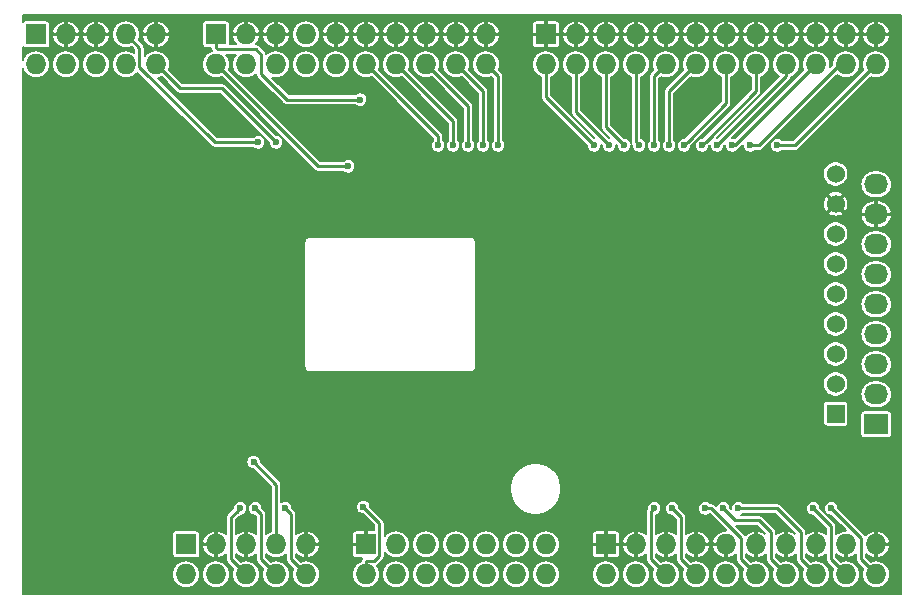
<source format=gbl>
G04 #@! TF.FileFunction,Copper,L2,Bot,Signal*
%FSLAX46Y46*%
G04 Gerber Fmt 4.6, Leading zero omitted, Abs format (unit mm)*
G04 Created by KiCad (PCBNEW (after 2015-mar-04 BZR unknown)-product) date 2015年07月10日金曜日 07:55:10*
%MOMM*%
G01*
G04 APERTURE LIST*
%ADD10C,0.100000*%
%ADD11C,1.524000*%
%ADD12R,1.524000X1.524000*%
%ADD13R,1.727200X1.727200*%
%ADD14O,1.727200X1.727200*%
%ADD15R,2.032000X1.727200*%
%ADD16O,2.032000X1.727200*%
%ADD17C,0.600000*%
%ADD18C,0.254000*%
%ADD19C,0.127000*%
G04 APERTURE END LIST*
D10*
D11*
X69215400Y35941000D03*
X69215400Y33401000D03*
X69215400Y30861000D03*
X69215400Y28321000D03*
X69215400Y25781000D03*
X69215400Y23241000D03*
X69215400Y20701000D03*
X69215400Y18161000D03*
D12*
X69215400Y15621000D03*
D13*
X14224400Y4572200D03*
D14*
X14224400Y2032200D03*
X16764400Y4572200D03*
X16764400Y2032200D03*
X19304400Y4572200D03*
X19304400Y2032200D03*
X21844400Y4572200D03*
X21844400Y2032200D03*
X24384400Y4572200D03*
X24384400Y2032200D03*
D13*
X29464400Y4572200D03*
D14*
X29464400Y2032200D03*
X32004400Y4572200D03*
X32004400Y2032200D03*
X34544400Y4572200D03*
X34544400Y2032200D03*
X37084400Y4572200D03*
X37084400Y2032200D03*
X39624400Y4572200D03*
X39624400Y2032200D03*
X42164400Y4572200D03*
X42164400Y2032200D03*
X44704400Y4572200D03*
X44704400Y2032200D03*
D13*
X49784400Y4572200D03*
D14*
X49784400Y2032200D03*
X52324400Y4572200D03*
X52324400Y2032200D03*
X54864400Y4572200D03*
X54864400Y2032200D03*
X57404400Y4572200D03*
X57404400Y2032200D03*
X59944400Y4572200D03*
X59944400Y2032200D03*
X62484400Y4572200D03*
X62484400Y2032200D03*
X65024400Y4572200D03*
X65024400Y2032200D03*
X67564400Y4572200D03*
X67564400Y2032200D03*
X70104400Y4572200D03*
X70104400Y2032200D03*
X72644400Y4572200D03*
X72644400Y2032200D03*
D13*
X1524400Y47752000D03*
D14*
X1524400Y45212000D03*
X4064400Y47752000D03*
X4064400Y45212000D03*
X6604400Y47752000D03*
X6604400Y45212000D03*
X9144400Y47752000D03*
X9144400Y45212000D03*
X11684400Y47752000D03*
X11684400Y45212000D03*
D13*
X16764400Y47752000D03*
D14*
X16764400Y45212000D03*
X19304400Y47752000D03*
X19304400Y45212000D03*
X21844400Y47752000D03*
X21844400Y45212000D03*
X24384400Y47752000D03*
X24384400Y45212000D03*
X26924400Y47752000D03*
X26924400Y45212000D03*
X29464400Y47752000D03*
X29464400Y45212000D03*
X32004400Y47752000D03*
X32004400Y45212000D03*
X34544400Y47752000D03*
X34544400Y45212000D03*
X37084400Y47752000D03*
X37084400Y45212000D03*
X39624400Y47752000D03*
X39624400Y45212000D03*
D13*
X44704400Y47752000D03*
D14*
X44704400Y45212000D03*
X47244400Y47752000D03*
X47244400Y45212000D03*
X49784400Y47752000D03*
X49784400Y45212000D03*
X52324400Y47752000D03*
X52324400Y45212000D03*
X54864400Y47752000D03*
X54864400Y45212000D03*
X57404400Y47752000D03*
X57404400Y45212000D03*
X59944400Y47752000D03*
X59944400Y45212000D03*
X62484400Y47752000D03*
X62484400Y45212000D03*
X65024400Y47752000D03*
X65024400Y45212000D03*
X67564400Y47752000D03*
X67564400Y45212000D03*
X70104400Y47752000D03*
X70104400Y45212000D03*
X72644400Y47752000D03*
X72644400Y45212000D03*
D15*
X72644400Y14732000D03*
D16*
X72644400Y17272000D03*
X72644400Y19812000D03*
X72644400Y22352000D03*
X72644400Y24892000D03*
X72644400Y27432000D03*
X72644400Y29972000D03*
X72644400Y32512000D03*
X72644400Y35052000D03*
D17*
X18796000Y7620000D03*
X19939400Y11541600D03*
X20066000Y7620000D03*
X22606000Y7620000D03*
X29210400Y7728400D03*
X53848000Y7620000D03*
X55372000Y7620000D03*
X58166000Y7620000D03*
X59690000Y7620000D03*
X60960000Y7620000D03*
X67310000Y7620000D03*
X68834000Y7620008D03*
X20320000Y38607994D03*
X21844000Y38608000D03*
X28956000Y42227500D03*
X27940000Y36576000D03*
X35560000Y38354000D03*
X36830000Y38354000D03*
X38100000Y38354000D03*
X39370000Y38354000D03*
X40640000Y38354000D03*
X48768004Y38354000D03*
X50038000Y38354000D03*
X51308000Y38354000D03*
X52578000Y38354000D03*
X53848000Y38354000D03*
X55118000Y38354000D03*
X56388000Y38354000D03*
X57912000Y38354000D03*
X59182000Y38354000D03*
X60452012Y38354000D03*
X61976000Y38353988D03*
X64262000Y38354000D03*
D18*
X18496001Y7320001D02*
X18796000Y7620000D01*
X18034000Y6858000D02*
X18496001Y7320001D01*
X18034000Y3302600D02*
X18034000Y6858000D01*
X19304400Y2032200D02*
X18034000Y3302600D01*
X21844400Y4572200D02*
X21844400Y9636600D01*
X21844400Y9636600D02*
X19939400Y11541600D01*
X20365999Y7320001D02*
X20066000Y7620000D01*
X20574000Y7112000D02*
X20365999Y7320001D01*
X20574000Y3302600D02*
X20574000Y7112000D01*
X21844400Y2032200D02*
X20574000Y3302600D01*
X22905999Y7320001D02*
X22606000Y7620000D01*
X23114000Y7112000D02*
X22905999Y7320001D01*
X23114000Y3302600D02*
X23114000Y7112000D01*
X24384400Y2032200D02*
X23114000Y3302600D01*
X29464400Y3150100D02*
X30163100Y3150100D01*
X30163100Y3150100D02*
X30582400Y3569400D01*
X30582400Y3569400D02*
X30582400Y6356400D01*
X30582400Y6356400D02*
X29210400Y7728400D01*
X29464400Y2032200D02*
X29464400Y3150100D01*
X53594000Y3302600D02*
X53594000Y7366000D01*
X53594000Y7366000D02*
X53848000Y7620000D01*
X54864400Y2032200D02*
X53594000Y3302600D01*
X55671999Y7320001D02*
X55372000Y7620000D01*
X56134000Y6858000D02*
X55671999Y7320001D01*
X56134000Y3302600D02*
X56134000Y6858000D01*
X57404400Y2032200D02*
X56134000Y3302600D01*
X58674000Y7620000D02*
X58166000Y7620000D01*
X61214000Y5080000D02*
X58674000Y7620000D01*
X61214000Y3302600D02*
X61214000Y5080000D01*
X62484400Y2032200D02*
X61214000Y3302600D01*
X59989999Y7320001D02*
X59690000Y7620000D01*
X60706000Y6604000D02*
X59989999Y7320001D01*
X62738000Y6604000D02*
X60706000Y6604000D01*
X63754000Y5588000D02*
X62738000Y6604000D01*
X63754000Y3302600D02*
X63754000Y5588000D01*
X65024400Y2032200D02*
X63754000Y3302600D01*
X61384264Y7620000D02*
X60960000Y7620000D01*
X64262000Y7620000D02*
X61384264Y7620000D01*
X66294000Y5588000D02*
X64262000Y7620000D01*
X66294000Y3302600D02*
X66294000Y5588000D01*
X67564400Y2032200D02*
X66294000Y3302600D01*
X68834400Y3302200D02*
X68834400Y6095600D01*
X70104400Y2032200D02*
X68834400Y3302200D01*
X68834400Y6095600D02*
X67609999Y7320001D01*
X67609999Y7320001D02*
X67310000Y7620000D01*
X69133999Y7320009D02*
X68834000Y7620008D01*
X71374000Y5080008D02*
X69133999Y7320009D01*
X71374000Y3302600D02*
X71374000Y5080008D01*
X72644400Y2032200D02*
X71374000Y3302600D01*
X10262300Y44992300D02*
X16646606Y38607994D01*
X9144400Y47752000D02*
X10262300Y46634100D01*
X10262300Y46634100D02*
X10262300Y44992300D01*
X16646606Y38607994D02*
X19895736Y38607994D01*
X19895736Y38607994D02*
X20320000Y38607994D01*
X21544001Y38907999D02*
X21844000Y38608000D01*
X17272000Y43180000D02*
X21544001Y38907999D01*
X13716000Y43180000D02*
X17272000Y43180000D01*
X13716000Y43180400D02*
X13716000Y43180000D01*
X11684400Y45212000D02*
X13716000Y43180400D01*
X16764400Y47752000D02*
X16764400Y46634400D01*
X20129500Y46482000D02*
X20574000Y46037500D01*
X16764400Y46634400D02*
X16916800Y46482000D01*
X28531736Y42227500D02*
X28956000Y42227500D01*
X16916800Y46482000D02*
X20129500Y46482000D01*
X20574000Y46037500D02*
X20574000Y44386500D01*
X20574000Y44386500D02*
X22733000Y42227500D01*
X22733000Y42227500D02*
X28531736Y42227500D01*
X25400400Y36576000D02*
X27940000Y36576000D01*
X16764400Y45212000D02*
X25400400Y36576000D01*
X29464400Y45212000D02*
X35560000Y39116400D01*
X35560000Y39116400D02*
X35560000Y38778264D01*
X35560000Y38778264D02*
X35560000Y38354000D01*
X36830000Y40386400D02*
X36830000Y38778264D01*
X32004400Y45212000D02*
X36830000Y40386400D01*
X36830000Y38778264D02*
X36830000Y38354000D01*
X34544400Y45212000D02*
X38100000Y41656400D01*
X38100000Y41656400D02*
X38100000Y38778264D01*
X38100000Y38778264D02*
X38100000Y38354000D01*
X39370000Y38778264D02*
X39370000Y38354000D01*
X37084400Y45212000D02*
X39370000Y42926400D01*
X39370000Y42926400D02*
X39370000Y38778264D01*
X40640000Y38778264D02*
X40640000Y38354000D01*
X39624400Y45212000D02*
X40640000Y44196400D01*
X40640000Y44196400D02*
X40640000Y38778264D01*
X44704400Y45212000D02*
X44704400Y42417604D01*
X44704400Y42417604D02*
X48468005Y38653999D01*
X48468005Y38653999D02*
X48768004Y38354000D01*
X47244400Y41147600D02*
X49738001Y38653999D01*
X47244400Y45212000D02*
X47244400Y41147600D01*
X49738001Y38653999D02*
X50038000Y38354000D01*
X49784400Y45212000D02*
X49784400Y39877600D01*
X49784400Y39877600D02*
X51008001Y38653999D01*
X51008001Y38653999D02*
X51308000Y38354000D01*
X52324400Y45212000D02*
X52324400Y38607600D01*
X52324400Y38607600D02*
X52578000Y38354000D01*
X54864400Y45212000D02*
X53848000Y44195600D01*
X53848000Y44195600D02*
X53848000Y38778264D01*
X53848000Y38778264D02*
X53848000Y38354000D01*
X57404400Y45212000D02*
X55118000Y42925600D01*
X55118000Y42925600D02*
X55118000Y38778264D01*
X55118000Y38778264D02*
X55118000Y38354000D01*
X59944400Y45212000D02*
X59944400Y41910400D01*
X59944400Y41910400D02*
X56687999Y38653999D01*
X56687999Y38653999D02*
X56388000Y38354000D01*
X62484400Y42926400D02*
X58211999Y38653999D01*
X62484400Y45212000D02*
X62484400Y42926400D01*
X58211999Y38653999D02*
X57912000Y38354000D01*
X65024000Y44196000D02*
X59182000Y38354000D01*
X65024000Y45211600D02*
X65024000Y44196000D01*
X65024400Y45212000D02*
X65024000Y45211600D01*
X67564400Y45212000D02*
X60706400Y38354000D01*
X60706400Y38354000D02*
X60452012Y38354000D01*
X62400264Y38353988D02*
X61976000Y38353988D01*
X62737988Y38353988D02*
X62400264Y38353988D01*
X69596000Y45212000D02*
X62737988Y38353988D01*
X70104400Y45212000D02*
X69596000Y45212000D01*
X72644400Y45212000D02*
X65786400Y38354000D01*
X65786400Y38354000D02*
X64686264Y38354000D01*
X64686264Y38354000D02*
X64262000Y38354000D01*
D19*
G36*
X74791500Y392500D02*
X73984323Y392500D01*
X73984323Y17263754D01*
X73984323Y19803754D01*
X73984323Y22343754D01*
X73984323Y24883754D01*
X73984323Y27423754D01*
X73984323Y29963754D01*
X73984323Y35043754D01*
X73963431Y35273316D01*
X73898349Y35494448D01*
X73831186Y35622919D01*
X73831186Y45203754D01*
X73810294Y45433316D01*
X73799338Y45470542D01*
X73799338Y47504784D01*
X73799338Y47999216D01*
X73742045Y48188099D01*
X73635875Y48393859D01*
X73491604Y48574953D01*
X73314775Y48724421D01*
X73112184Y48836520D01*
X72891616Y48906941D01*
X72707900Y48852020D01*
X72707900Y47815500D01*
X73744294Y47815500D01*
X73799338Y47999216D01*
X73799338Y47504784D01*
X73744294Y47688500D01*
X72707900Y47688500D01*
X72707900Y46651980D01*
X72891616Y46597059D01*
X73112184Y46667480D01*
X73314775Y46779579D01*
X73491604Y46929047D01*
X73635875Y47110141D01*
X73742045Y47315901D01*
X73799338Y47504784D01*
X73799338Y45470542D01*
X73745212Y45654448D01*
X73638417Y45858727D01*
X73493979Y46038372D01*
X73317398Y46186542D01*
X73115400Y46297591D01*
X72895679Y46367290D01*
X72666606Y46392985D01*
X72650115Y46393100D01*
X72638685Y46393100D01*
X72580900Y46387435D01*
X72580900Y46651980D01*
X72580900Y47688500D01*
X72580900Y47815500D01*
X72580900Y48852020D01*
X72397184Y48906941D01*
X72176616Y48836520D01*
X71974025Y48724421D01*
X71797196Y48574953D01*
X71652925Y48393859D01*
X71546755Y48188099D01*
X71489462Y47999216D01*
X71544506Y47815500D01*
X72580900Y47815500D01*
X72580900Y47688500D01*
X71544506Y47688500D01*
X71489462Y47504784D01*
X71546755Y47315901D01*
X71652925Y47110141D01*
X71797196Y46929047D01*
X71974025Y46779579D01*
X72176616Y46667480D01*
X72397184Y46597059D01*
X72580900Y46651980D01*
X72580900Y46387435D01*
X72409275Y46370606D01*
X72188603Y46303981D01*
X71985074Y46195763D01*
X71806442Y46050074D01*
X71659509Y45872463D01*
X71549872Y45669695D01*
X71481709Y45449493D01*
X71457614Y45220246D01*
X71478506Y44990684D01*
X71543588Y44769552D01*
X71553800Y44750019D01*
X71291186Y44487405D01*
X71291186Y45203754D01*
X71270294Y45433316D01*
X71259338Y45470542D01*
X71259338Y47504784D01*
X71259338Y47999216D01*
X71202045Y48188099D01*
X71095875Y48393859D01*
X70951604Y48574953D01*
X70774775Y48724421D01*
X70572184Y48836520D01*
X70351616Y48906941D01*
X70167900Y48852020D01*
X70167900Y47815500D01*
X71204294Y47815500D01*
X71259338Y47999216D01*
X71259338Y47504784D01*
X71204294Y47688500D01*
X70167900Y47688500D01*
X70167900Y46651980D01*
X70351616Y46597059D01*
X70572184Y46667480D01*
X70774775Y46779579D01*
X70951604Y46929047D01*
X71095875Y47110141D01*
X71202045Y47315901D01*
X71259338Y47504784D01*
X71259338Y45470542D01*
X71205212Y45654448D01*
X71098417Y45858727D01*
X70953979Y46038372D01*
X70777398Y46186542D01*
X70575400Y46297591D01*
X70355679Y46367290D01*
X70126606Y46392985D01*
X70110115Y46393100D01*
X70098685Y46393100D01*
X70040900Y46387435D01*
X70040900Y46651980D01*
X70040900Y47688500D01*
X70040900Y47815500D01*
X70040900Y48852020D01*
X69857184Y48906941D01*
X69636616Y48836520D01*
X69434025Y48724421D01*
X69257196Y48574953D01*
X69112925Y48393859D01*
X69006755Y48188099D01*
X68949462Y47999216D01*
X69004506Y47815500D01*
X70040900Y47815500D01*
X70040900Y47688500D01*
X69004506Y47688500D01*
X68949462Y47504784D01*
X69006755Y47315901D01*
X69112925Y47110141D01*
X69257196Y46929047D01*
X69434025Y46779579D01*
X69636616Y46667480D01*
X69857184Y46597059D01*
X70040900Y46651980D01*
X70040900Y46387435D01*
X69869275Y46370606D01*
X69648603Y46303981D01*
X69445074Y46195763D01*
X69266442Y46050074D01*
X69119509Y45872463D01*
X69009872Y45669695D01*
X68941709Y45449493D01*
X68917614Y45220246D01*
X68922453Y45167072D01*
X68725836Y44970455D01*
X68727091Y44974507D01*
X68751186Y45203754D01*
X68730294Y45433316D01*
X68719338Y45470542D01*
X68719338Y47504784D01*
X68719338Y47999216D01*
X68662045Y48188099D01*
X68555875Y48393859D01*
X68411604Y48574953D01*
X68234775Y48724421D01*
X68032184Y48836520D01*
X67811616Y48906941D01*
X67627900Y48852020D01*
X67627900Y47815500D01*
X68664294Y47815500D01*
X68719338Y47999216D01*
X68719338Y47504784D01*
X68664294Y47688500D01*
X67627900Y47688500D01*
X67627900Y46651980D01*
X67811616Y46597059D01*
X68032184Y46667480D01*
X68234775Y46779579D01*
X68411604Y46929047D01*
X68555875Y47110141D01*
X68662045Y47315901D01*
X68719338Y47504784D01*
X68719338Y45470542D01*
X68665212Y45654448D01*
X68558417Y45858727D01*
X68413979Y46038372D01*
X68237398Y46186542D01*
X68035400Y46297591D01*
X67815679Y46367290D01*
X67586606Y46392985D01*
X67570115Y46393100D01*
X67558685Y46393100D01*
X67500900Y46387435D01*
X67500900Y46651980D01*
X67500900Y47688500D01*
X67500900Y47815500D01*
X67500900Y48852020D01*
X67317184Y48906941D01*
X67096616Y48836520D01*
X66894025Y48724421D01*
X66717196Y48574953D01*
X66572925Y48393859D01*
X66466755Y48188099D01*
X66409462Y47999216D01*
X66464506Y47815500D01*
X67500900Y47815500D01*
X67500900Y47688500D01*
X66464506Y47688500D01*
X66409462Y47504784D01*
X66466755Y47315901D01*
X66572925Y47110141D01*
X66717196Y46929047D01*
X66894025Y46779579D01*
X67096616Y46667480D01*
X67317184Y46597059D01*
X67500900Y46651980D01*
X67500900Y46387435D01*
X67329275Y46370606D01*
X67108603Y46303981D01*
X66905074Y46195763D01*
X66726442Y46050074D01*
X66579509Y45872463D01*
X66469872Y45669695D01*
X66401709Y45449493D01*
X66377614Y45220246D01*
X66398506Y44990684D01*
X66463588Y44769552D01*
X66473800Y44750019D01*
X60660154Y38936373D01*
X60635495Y38946739D01*
X60516871Y38971089D01*
X60428324Y38971707D01*
X65338309Y43881691D01*
X65364397Y43913452D01*
X65390763Y43944872D01*
X65391887Y43946918D01*
X65393373Y43948726D01*
X65412800Y43984958D01*
X65432556Y44020893D01*
X65433261Y44023118D01*
X65434368Y44025181D01*
X65446378Y44064468D01*
X65458787Y44103583D01*
X65459047Y44105907D01*
X65459731Y44108142D01*
X65460328Y44114021D01*
X65480197Y44120019D01*
X65683726Y44228237D01*
X65862358Y44373926D01*
X66009291Y44551537D01*
X66118928Y44754305D01*
X66187091Y44974507D01*
X66211186Y45203754D01*
X66190294Y45433316D01*
X66179338Y45470542D01*
X66179338Y47504784D01*
X66179338Y47999216D01*
X66122045Y48188099D01*
X66015875Y48393859D01*
X65871604Y48574953D01*
X65694775Y48724421D01*
X65492184Y48836520D01*
X65271616Y48906941D01*
X65087900Y48852020D01*
X65087900Y47815500D01*
X66124294Y47815500D01*
X66179338Y47999216D01*
X66179338Y47504784D01*
X66124294Y47688500D01*
X65087900Y47688500D01*
X65087900Y46651980D01*
X65271616Y46597059D01*
X65492184Y46667480D01*
X65694775Y46779579D01*
X65871604Y46929047D01*
X66015875Y47110141D01*
X66122045Y47315901D01*
X66179338Y47504784D01*
X66179338Y45470542D01*
X66125212Y45654448D01*
X66018417Y45858727D01*
X65873979Y46038372D01*
X65697398Y46186542D01*
X65495400Y46297591D01*
X65275679Y46367290D01*
X65046606Y46392985D01*
X65030115Y46393100D01*
X65018685Y46393100D01*
X64960900Y46387435D01*
X64960900Y46651980D01*
X64960900Y47688500D01*
X64960900Y47815500D01*
X64960900Y48852020D01*
X64777184Y48906941D01*
X64556616Y48836520D01*
X64354025Y48724421D01*
X64177196Y48574953D01*
X64032925Y48393859D01*
X63926755Y48188099D01*
X63869462Y47999216D01*
X63924506Y47815500D01*
X64960900Y47815500D01*
X64960900Y47688500D01*
X63924506Y47688500D01*
X63869462Y47504784D01*
X63926755Y47315901D01*
X64032925Y47110141D01*
X64177196Y46929047D01*
X64354025Y46779579D01*
X64556616Y46667480D01*
X64777184Y46597059D01*
X64960900Y46651980D01*
X64960900Y46387435D01*
X64789275Y46370606D01*
X64568603Y46303981D01*
X64365074Y46195763D01*
X64186442Y46050074D01*
X64039509Y45872463D01*
X63929872Y45669695D01*
X63861709Y45449493D01*
X63837614Y45220246D01*
X63858506Y44990684D01*
X63923588Y44769552D01*
X64030383Y44565273D01*
X64174821Y44385628D01*
X64351402Y44237458D01*
X64406532Y44207151D01*
X59171000Y38971619D01*
X59158324Y38971707D01*
X62798709Y42612091D01*
X62824774Y42643825D01*
X62851163Y42675272D01*
X62852289Y42677322D01*
X62853772Y42679126D01*
X62873170Y42715303D01*
X62892956Y42751293D01*
X62893662Y42753521D01*
X62894767Y42755580D01*
X62906755Y42794795D01*
X62919187Y42833983D01*
X62919448Y42836312D01*
X62920130Y42838542D01*
X62924271Y42879315D01*
X62928857Y42920194D01*
X62928888Y42924767D01*
X62928897Y42924848D01*
X62928889Y42924925D01*
X62928900Y42926400D01*
X62928900Y44116609D01*
X62940197Y44120019D01*
X63143726Y44228237D01*
X63322358Y44373926D01*
X63469291Y44551537D01*
X63578928Y44754305D01*
X63647091Y44974507D01*
X63671186Y45203754D01*
X63650294Y45433316D01*
X63639338Y45470542D01*
X63639338Y47504784D01*
X63639338Y47999216D01*
X63582045Y48188099D01*
X63475875Y48393859D01*
X63331604Y48574953D01*
X63154775Y48724421D01*
X62952184Y48836520D01*
X62731616Y48906941D01*
X62547900Y48852020D01*
X62547900Y47815500D01*
X63584294Y47815500D01*
X63639338Y47999216D01*
X63639338Y47504784D01*
X63584294Y47688500D01*
X62547900Y47688500D01*
X62547900Y46651980D01*
X62731616Y46597059D01*
X62952184Y46667480D01*
X63154775Y46779579D01*
X63331604Y46929047D01*
X63475875Y47110141D01*
X63582045Y47315901D01*
X63639338Y47504784D01*
X63639338Y45470542D01*
X63585212Y45654448D01*
X63478417Y45858727D01*
X63333979Y46038372D01*
X63157398Y46186542D01*
X62955400Y46297591D01*
X62735679Y46367290D01*
X62506606Y46392985D01*
X62490115Y46393100D01*
X62478685Y46393100D01*
X62420900Y46387435D01*
X62420900Y46651980D01*
X62420900Y47688500D01*
X62420900Y47815500D01*
X62420900Y48852020D01*
X62237184Y48906941D01*
X62016616Y48836520D01*
X61814025Y48724421D01*
X61637196Y48574953D01*
X61492925Y48393859D01*
X61386755Y48188099D01*
X61329462Y47999216D01*
X61384506Y47815500D01*
X62420900Y47815500D01*
X62420900Y47688500D01*
X61384506Y47688500D01*
X61329462Y47504784D01*
X61386755Y47315901D01*
X61492925Y47110141D01*
X61637196Y46929047D01*
X61814025Y46779579D01*
X62016616Y46667480D01*
X62237184Y46597059D01*
X62420900Y46651980D01*
X62420900Y46387435D01*
X62249275Y46370606D01*
X62028603Y46303981D01*
X61825074Y46195763D01*
X61646442Y46050074D01*
X61499509Y45872463D01*
X61389872Y45669695D01*
X61321709Y45449493D01*
X61297614Y45220246D01*
X61318506Y44990684D01*
X61383588Y44769552D01*
X61490383Y44565273D01*
X61634821Y44385628D01*
X61811402Y44237458D01*
X62013400Y44126409D01*
X62039900Y44118003D01*
X62039900Y43110518D01*
X61131186Y42201805D01*
X61131186Y45203754D01*
X61110294Y45433316D01*
X61099338Y45470542D01*
X61099338Y47504784D01*
X61099338Y47999216D01*
X61042045Y48188099D01*
X60935875Y48393859D01*
X60791604Y48574953D01*
X60614775Y48724421D01*
X60412184Y48836520D01*
X60191616Y48906941D01*
X60007900Y48852020D01*
X60007900Y47815500D01*
X61044294Y47815500D01*
X61099338Y47999216D01*
X61099338Y47504784D01*
X61044294Y47688500D01*
X60007900Y47688500D01*
X60007900Y46651980D01*
X60191616Y46597059D01*
X60412184Y46667480D01*
X60614775Y46779579D01*
X60791604Y46929047D01*
X60935875Y47110141D01*
X61042045Y47315901D01*
X61099338Y47504784D01*
X61099338Y45470542D01*
X61045212Y45654448D01*
X60938417Y45858727D01*
X60793979Y46038372D01*
X60617398Y46186542D01*
X60415400Y46297591D01*
X60195679Y46367290D01*
X59966606Y46392985D01*
X59950115Y46393100D01*
X59938685Y46393100D01*
X59880900Y46387435D01*
X59880900Y46651980D01*
X59880900Y47688500D01*
X59880900Y47815500D01*
X59880900Y48852020D01*
X59697184Y48906941D01*
X59476616Y48836520D01*
X59274025Y48724421D01*
X59097196Y48574953D01*
X58952925Y48393859D01*
X58846755Y48188099D01*
X58789462Y47999216D01*
X58844506Y47815500D01*
X59880900Y47815500D01*
X59880900Y47688500D01*
X58844506Y47688500D01*
X58789462Y47504784D01*
X58846755Y47315901D01*
X58952925Y47110141D01*
X59097196Y46929047D01*
X59274025Y46779579D01*
X59476616Y46667480D01*
X59697184Y46597059D01*
X59880900Y46651980D01*
X59880900Y46387435D01*
X59709275Y46370606D01*
X59488603Y46303981D01*
X59285074Y46195763D01*
X59106442Y46050074D01*
X58959509Y45872463D01*
X58849872Y45669695D01*
X58781709Y45449493D01*
X58757614Y45220246D01*
X58778506Y44990684D01*
X58843588Y44769552D01*
X58950383Y44565273D01*
X59094821Y44385628D01*
X59271402Y44237458D01*
X59473400Y44126409D01*
X59499900Y44118003D01*
X59499900Y42094518D01*
X58591186Y41185805D01*
X58591186Y45203754D01*
X58570294Y45433316D01*
X58559338Y45470542D01*
X58559338Y47504784D01*
X58559338Y47999216D01*
X58502045Y48188099D01*
X58395875Y48393859D01*
X58251604Y48574953D01*
X58074775Y48724421D01*
X57872184Y48836520D01*
X57651616Y48906941D01*
X57467900Y48852020D01*
X57467900Y47815500D01*
X58504294Y47815500D01*
X58559338Y47999216D01*
X58559338Y47504784D01*
X58504294Y47688500D01*
X57467900Y47688500D01*
X57467900Y46651980D01*
X57651616Y46597059D01*
X57872184Y46667480D01*
X58074775Y46779579D01*
X58251604Y46929047D01*
X58395875Y47110141D01*
X58502045Y47315901D01*
X58559338Y47504784D01*
X58559338Y45470542D01*
X58505212Y45654448D01*
X58398417Y45858727D01*
X58253979Y46038372D01*
X58077398Y46186542D01*
X57875400Y46297591D01*
X57655679Y46367290D01*
X57426606Y46392985D01*
X57410115Y46393100D01*
X57398685Y46393100D01*
X57340900Y46387435D01*
X57340900Y46651980D01*
X57340900Y47688500D01*
X57340900Y47815500D01*
X57340900Y48852020D01*
X57157184Y48906941D01*
X56936616Y48836520D01*
X56734025Y48724421D01*
X56557196Y48574953D01*
X56412925Y48393859D01*
X56306755Y48188099D01*
X56249462Y47999216D01*
X56304506Y47815500D01*
X57340900Y47815500D01*
X57340900Y47688500D01*
X56304506Y47688500D01*
X56249462Y47504784D01*
X56306755Y47315901D01*
X56412925Y47110141D01*
X56557196Y46929047D01*
X56734025Y46779579D01*
X56936616Y46667480D01*
X57157184Y46597059D01*
X57340900Y46651980D01*
X57340900Y46387435D01*
X57169275Y46370606D01*
X56948603Y46303981D01*
X56745074Y46195763D01*
X56566442Y46050074D01*
X56419509Y45872463D01*
X56309872Y45669695D01*
X56241709Y45449493D01*
X56217614Y45220246D01*
X56238506Y44990684D01*
X56303588Y44769552D01*
X56313800Y44750019D01*
X56051186Y44487405D01*
X56051186Y45203754D01*
X56030294Y45433316D01*
X56019338Y45470542D01*
X56019338Y47504784D01*
X56019338Y47999216D01*
X55962045Y48188099D01*
X55855875Y48393859D01*
X55711604Y48574953D01*
X55534775Y48724421D01*
X55332184Y48836520D01*
X55111616Y48906941D01*
X54927900Y48852020D01*
X54927900Y47815500D01*
X55964294Y47815500D01*
X56019338Y47999216D01*
X56019338Y47504784D01*
X55964294Y47688500D01*
X54927900Y47688500D01*
X54927900Y46651980D01*
X55111616Y46597059D01*
X55332184Y46667480D01*
X55534775Y46779579D01*
X55711604Y46929047D01*
X55855875Y47110141D01*
X55962045Y47315901D01*
X56019338Y47504784D01*
X56019338Y45470542D01*
X55965212Y45654448D01*
X55858417Y45858727D01*
X55713979Y46038372D01*
X55537398Y46186542D01*
X55335400Y46297591D01*
X55115679Y46367290D01*
X54886606Y46392985D01*
X54870115Y46393100D01*
X54858685Y46393100D01*
X54800900Y46387435D01*
X54800900Y46651980D01*
X54800900Y47688500D01*
X54800900Y47815500D01*
X54800900Y48852020D01*
X54617184Y48906941D01*
X54396616Y48836520D01*
X54194025Y48724421D01*
X54017196Y48574953D01*
X53872925Y48393859D01*
X53766755Y48188099D01*
X53709462Y47999216D01*
X53764506Y47815500D01*
X54800900Y47815500D01*
X54800900Y47688500D01*
X53764506Y47688500D01*
X53709462Y47504784D01*
X53766755Y47315901D01*
X53872925Y47110141D01*
X54017196Y46929047D01*
X54194025Y46779579D01*
X54396616Y46667480D01*
X54617184Y46597059D01*
X54800900Y46651980D01*
X54800900Y46387435D01*
X54629275Y46370606D01*
X54408603Y46303981D01*
X54205074Y46195763D01*
X54026442Y46050074D01*
X53879509Y45872463D01*
X53769872Y45669695D01*
X53701709Y45449493D01*
X53677614Y45220246D01*
X53698506Y44990684D01*
X53763588Y44769552D01*
X53773800Y44750019D01*
X53533691Y44509909D01*
X53511186Y44482513D01*
X53511186Y45203754D01*
X53490294Y45433316D01*
X53479338Y45470542D01*
X53479338Y47504784D01*
X53479338Y47999216D01*
X53422045Y48188099D01*
X53315875Y48393859D01*
X53171604Y48574953D01*
X52994775Y48724421D01*
X52792184Y48836520D01*
X52571616Y48906941D01*
X52387900Y48852020D01*
X52387900Y47815500D01*
X53424294Y47815500D01*
X53479338Y47999216D01*
X53479338Y47504784D01*
X53424294Y47688500D01*
X52387900Y47688500D01*
X52387900Y46651980D01*
X52571616Y46597059D01*
X52792184Y46667480D01*
X52994775Y46779579D01*
X53171604Y46929047D01*
X53315875Y47110141D01*
X53422045Y47315901D01*
X53479338Y47504784D01*
X53479338Y45470542D01*
X53425212Y45654448D01*
X53318417Y45858727D01*
X53173979Y46038372D01*
X52997398Y46186542D01*
X52795400Y46297591D01*
X52575679Y46367290D01*
X52346606Y46392985D01*
X52330115Y46393100D01*
X52318685Y46393100D01*
X52260900Y46387435D01*
X52260900Y46651980D01*
X52260900Y47688500D01*
X52260900Y47815500D01*
X52260900Y48852020D01*
X52077184Y48906941D01*
X51856616Y48836520D01*
X51654025Y48724421D01*
X51477196Y48574953D01*
X51332925Y48393859D01*
X51226755Y48188099D01*
X51169462Y47999216D01*
X51224506Y47815500D01*
X52260900Y47815500D01*
X52260900Y47688500D01*
X51224506Y47688500D01*
X51169462Y47504784D01*
X51226755Y47315901D01*
X51332925Y47110141D01*
X51477196Y46929047D01*
X51654025Y46779579D01*
X51856616Y46667480D01*
X52077184Y46597059D01*
X52260900Y46651980D01*
X52260900Y46387435D01*
X52089275Y46370606D01*
X51868603Y46303981D01*
X51665074Y46195763D01*
X51486442Y46050074D01*
X51339509Y45872463D01*
X51229872Y45669695D01*
X51161709Y45449493D01*
X51137614Y45220246D01*
X51158506Y44990684D01*
X51223588Y44769552D01*
X51330383Y44565273D01*
X51474821Y44385628D01*
X51651402Y44237458D01*
X51853400Y44126409D01*
X51879900Y44118003D01*
X51879900Y38607600D01*
X51882553Y38580533D01*
X51855858Y38645301D01*
X51788844Y38746167D01*
X51703514Y38832094D01*
X51603119Y38899811D01*
X51491483Y38946739D01*
X51372859Y38971089D01*
X51319154Y38971464D01*
X50228900Y40061718D01*
X50228900Y44116609D01*
X50240197Y44120019D01*
X50443726Y44228237D01*
X50622358Y44373926D01*
X50769291Y44551537D01*
X50878928Y44754305D01*
X50947091Y44974507D01*
X50971186Y45203754D01*
X50950294Y45433316D01*
X50939338Y45470542D01*
X50939338Y47504784D01*
X50939338Y47999216D01*
X50882045Y48188099D01*
X50775875Y48393859D01*
X50631604Y48574953D01*
X50454775Y48724421D01*
X50252184Y48836520D01*
X50031616Y48906941D01*
X49847900Y48852020D01*
X49847900Y47815500D01*
X50884294Y47815500D01*
X50939338Y47999216D01*
X50939338Y47504784D01*
X50884294Y47688500D01*
X49847900Y47688500D01*
X49847900Y46651980D01*
X50031616Y46597059D01*
X50252184Y46667480D01*
X50454775Y46779579D01*
X50631604Y46929047D01*
X50775875Y47110141D01*
X50882045Y47315901D01*
X50939338Y47504784D01*
X50939338Y45470542D01*
X50885212Y45654448D01*
X50778417Y45858727D01*
X50633979Y46038372D01*
X50457398Y46186542D01*
X50255400Y46297591D01*
X50035679Y46367290D01*
X49806606Y46392985D01*
X49790115Y46393100D01*
X49778685Y46393100D01*
X49720900Y46387435D01*
X49720900Y46651980D01*
X49720900Y47688500D01*
X49720900Y47815500D01*
X49720900Y48852020D01*
X49537184Y48906941D01*
X49316616Y48836520D01*
X49114025Y48724421D01*
X48937196Y48574953D01*
X48792925Y48393859D01*
X48686755Y48188099D01*
X48629462Y47999216D01*
X48684506Y47815500D01*
X49720900Y47815500D01*
X49720900Y47688500D01*
X48684506Y47688500D01*
X48629462Y47504784D01*
X48686755Y47315901D01*
X48792925Y47110141D01*
X48937196Y46929047D01*
X49114025Y46779579D01*
X49316616Y46667480D01*
X49537184Y46597059D01*
X49720900Y46651980D01*
X49720900Y46387435D01*
X49549275Y46370606D01*
X49328603Y46303981D01*
X49125074Y46195763D01*
X48946442Y46050074D01*
X48799509Y45872463D01*
X48689872Y45669695D01*
X48621709Y45449493D01*
X48597614Y45220246D01*
X48618506Y44990684D01*
X48683588Y44769552D01*
X48790383Y44565273D01*
X48934821Y44385628D01*
X49111402Y44237458D01*
X49313400Y44126409D01*
X49339900Y44118003D01*
X49339900Y39877600D01*
X49343910Y39836699D01*
X49347485Y39795834D01*
X49348136Y39793591D01*
X49348365Y39791263D01*
X49360239Y39751932D01*
X49371688Y39712527D01*
X49372762Y39710454D01*
X49373439Y39708214D01*
X49392699Y39671992D01*
X49411610Y39635508D01*
X49413071Y39633678D01*
X49414167Y39631617D01*
X49440083Y39599840D01*
X49465733Y39567710D01*
X49468942Y39564456D01*
X49468996Y39564390D01*
X49469056Y39564340D01*
X49470091Y39563291D01*
X50062007Y38971375D01*
X50049154Y38971464D01*
X47688900Y41331718D01*
X47688900Y44116609D01*
X47700197Y44120019D01*
X47903726Y44228237D01*
X48082358Y44373926D01*
X48229291Y44551537D01*
X48338928Y44754305D01*
X48407091Y44974507D01*
X48431186Y45203754D01*
X48410294Y45433316D01*
X48399338Y45470542D01*
X48399338Y47504784D01*
X48399338Y47999216D01*
X48342045Y48188099D01*
X48235875Y48393859D01*
X48091604Y48574953D01*
X47914775Y48724421D01*
X47712184Y48836520D01*
X47491616Y48906941D01*
X47307900Y48852020D01*
X47307900Y47815500D01*
X48344294Y47815500D01*
X48399338Y47999216D01*
X48399338Y47504784D01*
X48344294Y47688500D01*
X47307900Y47688500D01*
X47307900Y46651980D01*
X47491616Y46597059D01*
X47712184Y46667480D01*
X47914775Y46779579D01*
X48091604Y46929047D01*
X48235875Y47110141D01*
X48342045Y47315901D01*
X48399338Y47504784D01*
X48399338Y45470542D01*
X48345212Y45654448D01*
X48238417Y45858727D01*
X48093979Y46038372D01*
X47917398Y46186542D01*
X47715400Y46297591D01*
X47495679Y46367290D01*
X47266606Y46392985D01*
X47250115Y46393100D01*
X47238685Y46393100D01*
X47180900Y46387435D01*
X47180900Y46651980D01*
X47180900Y47688500D01*
X47180900Y47815500D01*
X47180900Y48852020D01*
X46997184Y48906941D01*
X46776616Y48836520D01*
X46574025Y48724421D01*
X46397196Y48574953D01*
X46252925Y48393859D01*
X46146755Y48188099D01*
X46089462Y47999216D01*
X46144506Y47815500D01*
X47180900Y47815500D01*
X47180900Y47688500D01*
X46144506Y47688500D01*
X46089462Y47504784D01*
X46146755Y47315901D01*
X46252925Y47110141D01*
X46397196Y46929047D01*
X46574025Y46779579D01*
X46776616Y46667480D01*
X46997184Y46597059D01*
X47180900Y46651980D01*
X47180900Y46387435D01*
X47009275Y46370606D01*
X46788603Y46303981D01*
X46585074Y46195763D01*
X46406442Y46050074D01*
X46259509Y45872463D01*
X46149872Y45669695D01*
X46081709Y45449493D01*
X46057614Y45220246D01*
X46078506Y44990684D01*
X46143588Y44769552D01*
X46250383Y44565273D01*
X46394821Y44385628D01*
X46571402Y44237458D01*
X46773400Y44126409D01*
X46799900Y44118003D01*
X46799900Y41147600D01*
X46803910Y41106699D01*
X46807485Y41065834D01*
X46808136Y41063591D01*
X46808365Y41061263D01*
X46820239Y41021932D01*
X46831688Y40982527D01*
X46832762Y40980454D01*
X46833439Y40978214D01*
X46852699Y40941992D01*
X46871610Y40905508D01*
X46873071Y40903678D01*
X46874167Y40901617D01*
X46900083Y40869840D01*
X46925733Y40837710D01*
X46928942Y40834456D01*
X46928996Y40834390D01*
X46929056Y40834340D01*
X46930091Y40833291D01*
X48792007Y38971375D01*
X48779158Y38971464D01*
X45148900Y42601722D01*
X45148900Y44116609D01*
X45160197Y44120019D01*
X45363726Y44228237D01*
X45542358Y44373926D01*
X45689291Y44551537D01*
X45798928Y44754305D01*
X45867091Y44974507D01*
X45891186Y45203754D01*
X45885500Y45266232D01*
X45885500Y46857129D01*
X45885500Y46919671D01*
X45885500Y47609125D01*
X45885500Y47894875D01*
X45885500Y48584329D01*
X45885500Y48646871D01*
X45873299Y48708211D01*
X45849365Y48765993D01*
X45814618Y48817994D01*
X45770394Y48862218D01*
X45718393Y48896965D01*
X45660611Y48920899D01*
X45599271Y48933100D01*
X44847275Y48933100D01*
X44767900Y48853725D01*
X44767900Y47815500D01*
X45806125Y47815500D01*
X45885500Y47894875D01*
X45885500Y47609125D01*
X45806125Y47688500D01*
X44767900Y47688500D01*
X44767900Y46650275D01*
X44847275Y46570900D01*
X45599271Y46570900D01*
X45660611Y46583101D01*
X45718393Y46607035D01*
X45770394Y46641782D01*
X45814618Y46686006D01*
X45849365Y46738007D01*
X45873299Y46795789D01*
X45885500Y46857129D01*
X45885500Y45266232D01*
X45870294Y45433316D01*
X45805212Y45654448D01*
X45698417Y45858727D01*
X45553979Y46038372D01*
X45377398Y46186542D01*
X45175400Y46297591D01*
X44955679Y46367290D01*
X44726606Y46392985D01*
X44710115Y46393100D01*
X44698685Y46393100D01*
X44640900Y46387435D01*
X44640900Y46650275D01*
X44640900Y47688500D01*
X44640900Y47815500D01*
X44640900Y48853725D01*
X44561525Y48933100D01*
X43809529Y48933100D01*
X43748189Y48920899D01*
X43690407Y48896965D01*
X43638406Y48862218D01*
X43594182Y48817994D01*
X43559435Y48765993D01*
X43535501Y48708211D01*
X43523300Y48646871D01*
X43523300Y48584329D01*
X43523300Y47894875D01*
X43602675Y47815500D01*
X44640900Y47815500D01*
X44640900Y47688500D01*
X43602675Y47688500D01*
X43523300Y47609125D01*
X43523300Y46919671D01*
X43523300Y46857129D01*
X43535501Y46795789D01*
X43559435Y46738007D01*
X43594182Y46686006D01*
X43638406Y46641782D01*
X43690407Y46607035D01*
X43748189Y46583101D01*
X43809529Y46570900D01*
X44561525Y46570900D01*
X44640900Y46650275D01*
X44640900Y46387435D01*
X44469275Y46370606D01*
X44248603Y46303981D01*
X44045074Y46195763D01*
X43866442Y46050074D01*
X43719509Y45872463D01*
X43609872Y45669695D01*
X43541709Y45449493D01*
X43517614Y45220246D01*
X43538506Y44990684D01*
X43603588Y44769552D01*
X43710383Y44565273D01*
X43854821Y44385628D01*
X44031402Y44237458D01*
X44233400Y44126409D01*
X44259900Y44118003D01*
X44259900Y42417604D01*
X44263910Y42376703D01*
X44267485Y42335838D01*
X44268136Y42333595D01*
X44268365Y42331267D01*
X44280239Y42291936D01*
X44291688Y42252531D01*
X44292762Y42250458D01*
X44293439Y42248218D01*
X44312699Y42211996D01*
X44331610Y42175512D01*
X44333071Y42173682D01*
X44334167Y42171621D01*
X44360083Y42139844D01*
X44385733Y42107714D01*
X44388942Y42104460D01*
X44388996Y42104394D01*
X44389056Y42104344D01*
X44390091Y42103295D01*
X48150265Y38343121D01*
X48149692Y38302079D01*
X48171553Y38182970D01*
X48216132Y38070376D01*
X48281732Y37968585D01*
X48365853Y37881475D01*
X48465293Y37812362D01*
X48576263Y37763881D01*
X48694536Y37737877D01*
X48815607Y37735341D01*
X48934866Y37756369D01*
X49047768Y37800161D01*
X49150015Y37865049D01*
X49237710Y37948560D01*
X49307515Y38047515D01*
X49356770Y38158144D01*
X49383599Y38276232D01*
X49385025Y38378357D01*
X49420261Y38343121D01*
X49419688Y38302079D01*
X49441549Y38182970D01*
X49486128Y38070376D01*
X49551728Y37968585D01*
X49635849Y37881475D01*
X49735289Y37812362D01*
X49846259Y37763881D01*
X49964532Y37737877D01*
X50085603Y37735341D01*
X50204862Y37756369D01*
X50317764Y37800161D01*
X50420011Y37865049D01*
X50507706Y37948560D01*
X50577511Y38047515D01*
X50626766Y38158144D01*
X50653595Y38276232D01*
X50655021Y38378361D01*
X50690261Y38343121D01*
X50689688Y38302079D01*
X50711549Y38182970D01*
X50756128Y38070376D01*
X50821728Y37968585D01*
X50905849Y37881475D01*
X51005289Y37812362D01*
X51116259Y37763881D01*
X51234532Y37737877D01*
X51355603Y37735341D01*
X51474862Y37756369D01*
X51587764Y37800161D01*
X51690011Y37865049D01*
X51777706Y37948560D01*
X51847511Y38047515D01*
X51896766Y38158144D01*
X51923595Y38276232D01*
X51925527Y38414549D01*
X51925233Y38416033D01*
X51932699Y38401992D01*
X51951610Y38365508D01*
X51953071Y38363678D01*
X51954167Y38361617D01*
X51960412Y38353960D01*
X51959688Y38302079D01*
X51981549Y38182970D01*
X52026128Y38070376D01*
X52091728Y37968585D01*
X52175849Y37881475D01*
X52275289Y37812362D01*
X52386259Y37763881D01*
X52504532Y37737877D01*
X52625603Y37735341D01*
X52744862Y37756369D01*
X52857764Y37800161D01*
X52960011Y37865049D01*
X53047706Y37948560D01*
X53117511Y38047515D01*
X53166766Y38158144D01*
X53193595Y38276232D01*
X53195527Y38414549D01*
X53172005Y38533341D01*
X53125858Y38645301D01*
X53058844Y38746167D01*
X52973514Y38832094D01*
X52873119Y38899811D01*
X52768900Y38943622D01*
X52768900Y44116609D01*
X52780197Y44120019D01*
X52983726Y44228237D01*
X53162358Y44373926D01*
X53309291Y44551537D01*
X53418928Y44754305D01*
X53487091Y44974507D01*
X53511186Y45203754D01*
X53511186Y44482513D01*
X53507602Y44478149D01*
X53481237Y44446728D01*
X53480112Y44444683D01*
X53478627Y44442874D01*
X53459218Y44406678D01*
X53439444Y44370707D01*
X53438736Y44368478D01*
X53437633Y44366419D01*
X53425635Y44327179D01*
X53413213Y44288017D01*
X53412952Y44285694D01*
X53412269Y44283458D01*
X53408123Y44242640D01*
X53403543Y44201806D01*
X53403511Y44197233D01*
X53403503Y44197151D01*
X53403510Y44197075D01*
X53403500Y44195600D01*
X53403500Y38783025D01*
X53372679Y38752842D01*
X53304262Y38652922D01*
X53256557Y38541617D01*
X53231379Y38423165D01*
X53229688Y38302079D01*
X53251549Y38182970D01*
X53296128Y38070376D01*
X53361728Y37968585D01*
X53445849Y37881475D01*
X53545289Y37812362D01*
X53656259Y37763881D01*
X53774532Y37737877D01*
X53895603Y37735341D01*
X54014862Y37756369D01*
X54127764Y37800161D01*
X54230011Y37865049D01*
X54317706Y37948560D01*
X54387511Y38047515D01*
X54436766Y38158144D01*
X54463595Y38276232D01*
X54465527Y38414549D01*
X54442005Y38533341D01*
X54395858Y38645301D01*
X54328844Y38746167D01*
X54292500Y38782766D01*
X54292500Y44011482D01*
X54404048Y44123031D01*
X54613121Y44056710D01*
X54842194Y44031015D01*
X54858685Y44030900D01*
X54870115Y44030900D01*
X55099525Y44053394D01*
X55320197Y44120019D01*
X55523726Y44228237D01*
X55702358Y44373926D01*
X55849291Y44551537D01*
X55958928Y44754305D01*
X56027091Y44974507D01*
X56051186Y45203754D01*
X56051186Y44487405D01*
X54803691Y43239909D01*
X54777602Y43208149D01*
X54751237Y43176728D01*
X54750112Y43174683D01*
X54748627Y43172874D01*
X54729218Y43136678D01*
X54709444Y43100707D01*
X54708736Y43098478D01*
X54707633Y43096419D01*
X54695635Y43057179D01*
X54683213Y43018017D01*
X54682952Y43015694D01*
X54682269Y43013458D01*
X54678123Y42972640D01*
X54673543Y42931806D01*
X54673511Y42927233D01*
X54673503Y42927151D01*
X54673510Y42927075D01*
X54673500Y42925600D01*
X54673500Y38783025D01*
X54642679Y38752842D01*
X54574262Y38652922D01*
X54526557Y38541617D01*
X54501379Y38423165D01*
X54499688Y38302079D01*
X54521549Y38182970D01*
X54566128Y38070376D01*
X54631728Y37968585D01*
X54715849Y37881475D01*
X54815289Y37812362D01*
X54926259Y37763881D01*
X55044532Y37737877D01*
X55165603Y37735341D01*
X55284862Y37756369D01*
X55397764Y37800161D01*
X55500011Y37865049D01*
X55587706Y37948560D01*
X55657511Y38047515D01*
X55706766Y38158144D01*
X55733595Y38276232D01*
X55735527Y38414549D01*
X55712005Y38533341D01*
X55665858Y38645301D01*
X55598844Y38746167D01*
X55562500Y38782766D01*
X55562500Y42741482D01*
X56944048Y44123031D01*
X57153121Y44056710D01*
X57382194Y44031015D01*
X57398685Y44030900D01*
X57410115Y44030900D01*
X57639525Y44053394D01*
X57860197Y44120019D01*
X58063726Y44228237D01*
X58242358Y44373926D01*
X58389291Y44551537D01*
X58498928Y44754305D01*
X58567091Y44974507D01*
X58591186Y45203754D01*
X58591186Y41185805D01*
X56377000Y38971619D01*
X56331764Y38971934D01*
X56212811Y38949243D01*
X56100530Y38903879D01*
X55999200Y38837570D01*
X55912679Y38752842D01*
X55844262Y38652922D01*
X55796557Y38541617D01*
X55771379Y38423165D01*
X55769688Y38302079D01*
X55791549Y38182970D01*
X55836128Y38070376D01*
X55901728Y37968585D01*
X55985849Y37881475D01*
X56085289Y37812362D01*
X56196259Y37763881D01*
X56314532Y37737877D01*
X56435603Y37735341D01*
X56554862Y37756369D01*
X56667764Y37800161D01*
X56770011Y37865049D01*
X56857706Y37948560D01*
X56927511Y38047515D01*
X56976766Y38158144D01*
X57003595Y38276232D01*
X57004512Y38341895D01*
X60258709Y41596091D01*
X60284774Y41627825D01*
X60311163Y41659272D01*
X60312289Y41661322D01*
X60313772Y41663126D01*
X60333170Y41699303D01*
X60352956Y41735293D01*
X60353662Y41737521D01*
X60354767Y41739580D01*
X60366755Y41778795D01*
X60379187Y41817983D01*
X60379448Y41820312D01*
X60380130Y41822542D01*
X60384271Y41863315D01*
X60388857Y41904194D01*
X60388888Y41908767D01*
X60388897Y41908848D01*
X60388889Y41908925D01*
X60388900Y41910400D01*
X60388900Y44116609D01*
X60400197Y44120019D01*
X60603726Y44228237D01*
X60782358Y44373926D01*
X60929291Y44551537D01*
X61038928Y44754305D01*
X61107091Y44974507D01*
X61131186Y45203754D01*
X61131186Y42201805D01*
X57901000Y38971619D01*
X57855764Y38971934D01*
X57736811Y38949243D01*
X57624530Y38903879D01*
X57523200Y38837570D01*
X57436679Y38752842D01*
X57368262Y38652922D01*
X57320557Y38541617D01*
X57295379Y38423165D01*
X57293688Y38302079D01*
X57315549Y38182970D01*
X57360128Y38070376D01*
X57425728Y37968585D01*
X57509849Y37881475D01*
X57609289Y37812362D01*
X57720259Y37763881D01*
X57838532Y37737877D01*
X57959603Y37735341D01*
X58078862Y37756369D01*
X58191764Y37800161D01*
X58294011Y37865049D01*
X58381706Y37948560D01*
X58451511Y38047515D01*
X58500766Y38158144D01*
X58527595Y38276232D01*
X58528512Y38341895D01*
X58564750Y38378133D01*
X58563688Y38302079D01*
X58585549Y38182970D01*
X58630128Y38070376D01*
X58695728Y37968585D01*
X58779849Y37881475D01*
X58879289Y37812362D01*
X58990259Y37763881D01*
X59108532Y37737877D01*
X59229603Y37735341D01*
X59348862Y37756369D01*
X59461764Y37800161D01*
X59564011Y37865049D01*
X59651706Y37948560D01*
X59721511Y38047515D01*
X59770766Y38158144D01*
X59797595Y38276232D01*
X59798512Y38341895D01*
X59834762Y38378145D01*
X59833700Y38302079D01*
X59855561Y38182970D01*
X59900140Y38070376D01*
X59965740Y37968585D01*
X60049861Y37881475D01*
X60149301Y37812362D01*
X60260271Y37763881D01*
X60378544Y37737877D01*
X60499615Y37735341D01*
X60618874Y37756369D01*
X60731776Y37800161D01*
X60834023Y37865049D01*
X60921718Y37948560D01*
X60942593Y37978153D01*
X60948492Y37981210D01*
X60950322Y37982672D01*
X60952383Y37983767D01*
X60984160Y38009684D01*
X61016290Y38035333D01*
X61019544Y38038543D01*
X61019610Y38038596D01*
X61019660Y38038657D01*
X61020709Y38039691D01*
X61358744Y38377727D01*
X61357688Y38302067D01*
X61379549Y38182958D01*
X61424128Y38070364D01*
X61489728Y37968573D01*
X61573849Y37881463D01*
X61673289Y37812350D01*
X61784259Y37763869D01*
X61902532Y37737865D01*
X62023603Y37735329D01*
X62142862Y37756357D01*
X62255764Y37800149D01*
X62358011Y37865037D01*
X62404689Y37909488D01*
X62737988Y37909488D01*
X62778889Y37913499D01*
X62819754Y37917073D01*
X62821997Y37917725D01*
X62824325Y37917953D01*
X62863656Y37929828D01*
X62903061Y37941276D01*
X62905134Y37942351D01*
X62907374Y37943027D01*
X62943596Y37962288D01*
X62980080Y37981198D01*
X62981910Y37982660D01*
X62983971Y37983755D01*
X63015748Y38009672D01*
X63047878Y38035321D01*
X63051132Y38038531D01*
X63051198Y38038584D01*
X63051248Y38038645D01*
X63052297Y38039679D01*
X69332807Y44320190D01*
X69431402Y44237458D01*
X69633400Y44126409D01*
X69853121Y44056710D01*
X70082194Y44031015D01*
X70098685Y44030900D01*
X70110115Y44030900D01*
X70339525Y44053394D01*
X70560197Y44120019D01*
X70763726Y44228237D01*
X70942358Y44373926D01*
X71089291Y44551537D01*
X71198928Y44754305D01*
X71267091Y44974507D01*
X71291186Y45203754D01*
X71291186Y44487405D01*
X65602282Y38798500D01*
X64690874Y38798500D01*
X64657514Y38832094D01*
X64557119Y38899811D01*
X64445483Y38946739D01*
X64326859Y38971089D01*
X64205764Y38971934D01*
X64086811Y38949243D01*
X63974530Y38903879D01*
X63873200Y38837570D01*
X63786679Y38752842D01*
X63718262Y38652922D01*
X63670557Y38541617D01*
X63645379Y38423165D01*
X63643688Y38302079D01*
X63665549Y38182970D01*
X63710128Y38070376D01*
X63775728Y37968585D01*
X63859849Y37881475D01*
X63959289Y37812362D01*
X64070259Y37763881D01*
X64188532Y37737877D01*
X64309603Y37735341D01*
X64428862Y37756369D01*
X64541764Y37800161D01*
X64644011Y37865049D01*
X64690689Y37909500D01*
X65786400Y37909500D01*
X65827301Y37913511D01*
X65868166Y37917085D01*
X65870409Y37917737D01*
X65872737Y37917965D01*
X65912068Y37929840D01*
X65951473Y37941288D01*
X65953546Y37942363D01*
X65955786Y37943039D01*
X65992008Y37962300D01*
X66028492Y37981210D01*
X66030322Y37982672D01*
X66032383Y37983767D01*
X66064160Y38009684D01*
X66096290Y38035333D01*
X66099544Y38038543D01*
X66099610Y38038596D01*
X66099660Y38038657D01*
X66100709Y38039691D01*
X72184048Y44123031D01*
X72393121Y44056710D01*
X72622194Y44031015D01*
X72638685Y44030900D01*
X72650115Y44030900D01*
X72879525Y44053394D01*
X73100197Y44120019D01*
X73303726Y44228237D01*
X73482358Y44373926D01*
X73629291Y44551537D01*
X73738928Y44754305D01*
X73807091Y44974507D01*
X73831186Y45203754D01*
X73831186Y35622919D01*
X73791554Y35698727D01*
X73647116Y35878372D01*
X73470535Y36026542D01*
X73268537Y36137591D01*
X73048816Y36207290D01*
X72819743Y36232985D01*
X72803252Y36233100D01*
X72485548Y36233100D01*
X72256138Y36210606D01*
X72035466Y36143981D01*
X71831937Y36035763D01*
X71653305Y35890074D01*
X71506372Y35712463D01*
X71396735Y35509695D01*
X71328572Y35289493D01*
X71304477Y35060246D01*
X71325369Y34830684D01*
X71390451Y34609552D01*
X71497246Y34405273D01*
X71641684Y34225628D01*
X71818265Y34077458D01*
X72020263Y33966409D01*
X72239984Y33896710D01*
X72469057Y33871015D01*
X72485548Y33870900D01*
X72803252Y33870900D01*
X73032662Y33893394D01*
X73253334Y33960019D01*
X73456863Y34068237D01*
X73635495Y34213926D01*
X73782428Y34391537D01*
X73892065Y34594305D01*
X73960228Y34814507D01*
X73984323Y35043754D01*
X73984323Y29963754D01*
X73963431Y30193316D01*
X73951738Y30233046D01*
X73951738Y32264784D01*
X73951738Y32759216D01*
X73912294Y32905320D01*
X73814127Y33115385D01*
X73676865Y33302262D01*
X73505782Y33458769D01*
X73307454Y33578893D01*
X73089501Y33658017D01*
X72860300Y33693100D01*
X72707900Y33693100D01*
X72707900Y32575500D01*
X73896694Y32575500D01*
X73951738Y32759216D01*
X73951738Y32264784D01*
X73896694Y32448500D01*
X72707900Y32448500D01*
X72707900Y31330900D01*
X72860300Y31330900D01*
X73089501Y31365983D01*
X73307454Y31445107D01*
X73505782Y31565231D01*
X73676865Y31721738D01*
X73814127Y31908615D01*
X73912294Y32118680D01*
X73951738Y32264784D01*
X73951738Y30233046D01*
X73898349Y30414448D01*
X73791554Y30618727D01*
X73647116Y30798372D01*
X73470535Y30946542D01*
X73268537Y31057591D01*
X73048816Y31127290D01*
X72819743Y31152985D01*
X72803252Y31153100D01*
X72580900Y31153100D01*
X72580900Y31330900D01*
X72580900Y32448500D01*
X72580900Y32575500D01*
X72580900Y33693100D01*
X72428500Y33693100D01*
X72199299Y33658017D01*
X71981346Y33578893D01*
X71783018Y33458769D01*
X71611935Y33302262D01*
X71474673Y33115385D01*
X71376506Y32905320D01*
X71337062Y32759216D01*
X71392106Y32575500D01*
X72580900Y32575500D01*
X72580900Y32448500D01*
X71392106Y32448500D01*
X71337062Y32264784D01*
X71376506Y32118680D01*
X71474673Y31908615D01*
X71611935Y31721738D01*
X71783018Y31565231D01*
X71981346Y31445107D01*
X72199299Y31365983D01*
X72428500Y31330900D01*
X72580900Y31330900D01*
X72580900Y31153100D01*
X72485548Y31153100D01*
X72256138Y31130606D01*
X72035466Y31063981D01*
X71831937Y30955763D01*
X71653305Y30810074D01*
X71506372Y30632463D01*
X71396735Y30429695D01*
X71328572Y30209493D01*
X71304477Y29980246D01*
X71325369Y29750684D01*
X71390451Y29529552D01*
X71497246Y29325273D01*
X71641684Y29145628D01*
X71818265Y28997458D01*
X72020263Y28886409D01*
X72239984Y28816710D01*
X72469057Y28791015D01*
X72485548Y28790900D01*
X72803252Y28790900D01*
X73032662Y28813394D01*
X73253334Y28880019D01*
X73456863Y28988237D01*
X73635495Y29133926D01*
X73782428Y29311537D01*
X73892065Y29514305D01*
X73960228Y29734507D01*
X73984323Y29963754D01*
X73984323Y27423754D01*
X73963431Y27653316D01*
X73898349Y27874448D01*
X73791554Y28078727D01*
X73647116Y28258372D01*
X73470535Y28406542D01*
X73268537Y28517591D01*
X73048816Y28587290D01*
X72819743Y28612985D01*
X72803252Y28613100D01*
X72485548Y28613100D01*
X72256138Y28590606D01*
X72035466Y28523981D01*
X71831937Y28415763D01*
X71653305Y28270074D01*
X71506372Y28092463D01*
X71396735Y27889695D01*
X71328572Y27669493D01*
X71304477Y27440246D01*
X71325369Y27210684D01*
X71390451Y26989552D01*
X71497246Y26785273D01*
X71641684Y26605628D01*
X71818265Y26457458D01*
X72020263Y26346409D01*
X72239984Y26276710D01*
X72469057Y26251015D01*
X72485548Y26250900D01*
X72803252Y26250900D01*
X73032662Y26273394D01*
X73253334Y26340019D01*
X73456863Y26448237D01*
X73635495Y26593926D01*
X73782428Y26771537D01*
X73892065Y26974305D01*
X73960228Y27194507D01*
X73984323Y27423754D01*
X73984323Y24883754D01*
X73963431Y25113316D01*
X73898349Y25334448D01*
X73791554Y25538727D01*
X73647116Y25718372D01*
X73470535Y25866542D01*
X73268537Y25977591D01*
X73048816Y26047290D01*
X72819743Y26072985D01*
X72803252Y26073100D01*
X72485548Y26073100D01*
X72256138Y26050606D01*
X72035466Y25983981D01*
X71831937Y25875763D01*
X71653305Y25730074D01*
X71506372Y25552463D01*
X71396735Y25349695D01*
X71328572Y25129493D01*
X71304477Y24900246D01*
X71325369Y24670684D01*
X71390451Y24449552D01*
X71497246Y24245273D01*
X71641684Y24065628D01*
X71818265Y23917458D01*
X72020263Y23806409D01*
X72239984Y23736710D01*
X72469057Y23711015D01*
X72485548Y23710900D01*
X72803252Y23710900D01*
X73032662Y23733394D01*
X73253334Y23800019D01*
X73456863Y23908237D01*
X73635495Y24053926D01*
X73782428Y24231537D01*
X73892065Y24434305D01*
X73960228Y24654507D01*
X73984323Y24883754D01*
X73984323Y22343754D01*
X73963431Y22573316D01*
X73898349Y22794448D01*
X73791554Y22998727D01*
X73647116Y23178372D01*
X73470535Y23326542D01*
X73268537Y23437591D01*
X73048816Y23507290D01*
X72819743Y23532985D01*
X72803252Y23533100D01*
X72485548Y23533100D01*
X72256138Y23510606D01*
X72035466Y23443981D01*
X71831937Y23335763D01*
X71653305Y23190074D01*
X71506372Y23012463D01*
X71396735Y22809695D01*
X71328572Y22589493D01*
X71304477Y22360246D01*
X71325369Y22130684D01*
X71390451Y21909552D01*
X71497246Y21705273D01*
X71641684Y21525628D01*
X71818265Y21377458D01*
X72020263Y21266409D01*
X72239984Y21196710D01*
X72469057Y21171015D01*
X72485548Y21170900D01*
X72803252Y21170900D01*
X73032662Y21193394D01*
X73253334Y21260019D01*
X73456863Y21368237D01*
X73635495Y21513926D01*
X73782428Y21691537D01*
X73892065Y21894305D01*
X73960228Y22114507D01*
X73984323Y22343754D01*
X73984323Y19803754D01*
X73963431Y20033316D01*
X73898349Y20254448D01*
X73791554Y20458727D01*
X73647116Y20638372D01*
X73470535Y20786542D01*
X73268537Y20897591D01*
X73048816Y20967290D01*
X72819743Y20992985D01*
X72803252Y20993100D01*
X72485548Y20993100D01*
X72256138Y20970606D01*
X72035466Y20903981D01*
X71831937Y20795763D01*
X71653305Y20650074D01*
X71506372Y20472463D01*
X71396735Y20269695D01*
X71328572Y20049493D01*
X71304477Y19820246D01*
X71325369Y19590684D01*
X71390451Y19369552D01*
X71497246Y19165273D01*
X71641684Y18985628D01*
X71818265Y18837458D01*
X72020263Y18726409D01*
X72239984Y18656710D01*
X72469057Y18631015D01*
X72485548Y18630900D01*
X72803252Y18630900D01*
X73032662Y18653394D01*
X73253334Y18720019D01*
X73456863Y18828237D01*
X73635495Y18973926D01*
X73782428Y19151537D01*
X73892065Y19354305D01*
X73960228Y19574507D01*
X73984323Y19803754D01*
X73984323Y17263754D01*
X73963431Y17493316D01*
X73898349Y17714448D01*
X73791554Y17918727D01*
X73647116Y18098372D01*
X73470535Y18246542D01*
X73268537Y18357591D01*
X73048816Y18427290D01*
X72819743Y18452985D01*
X72803252Y18453100D01*
X72485548Y18453100D01*
X72256138Y18430606D01*
X72035466Y18363981D01*
X71831937Y18255763D01*
X71653305Y18110074D01*
X71506372Y17932463D01*
X71396735Y17729695D01*
X71328572Y17509493D01*
X71304477Y17280246D01*
X71325369Y17050684D01*
X71390451Y16829552D01*
X71497246Y16625273D01*
X71641684Y16445628D01*
X71818265Y16297458D01*
X72020263Y16186409D01*
X72239984Y16116710D01*
X72469057Y16091015D01*
X72485548Y16090900D01*
X72803252Y16090900D01*
X73032662Y16113394D01*
X73253334Y16180019D01*
X73456863Y16288237D01*
X73635495Y16433926D01*
X73782428Y16611537D01*
X73892065Y16814305D01*
X73960228Y17034507D01*
X73984323Y17263754D01*
X73984323Y392500D01*
X73979436Y392500D01*
X73979436Y13868400D01*
X73979436Y15595600D01*
X73975249Y15647121D01*
X73948514Y15732621D01*
X73899063Y15807317D01*
X73830796Y15865321D01*
X73749094Y15902060D01*
X73660400Y15914636D01*
X71628400Y15914636D01*
X71576879Y15910449D01*
X71491379Y15883714D01*
X71416683Y15834263D01*
X71358679Y15765996D01*
X71321940Y15684294D01*
X71309364Y15595600D01*
X71309364Y13868400D01*
X71313551Y13816879D01*
X71340286Y13731379D01*
X71389737Y13656683D01*
X71458004Y13598679D01*
X71539706Y13561940D01*
X71628400Y13549364D01*
X73660400Y13549364D01*
X73711921Y13553551D01*
X73797421Y13580286D01*
X73872117Y13629737D01*
X73930121Y13698004D01*
X73966860Y13779706D01*
X73979436Y13868400D01*
X73979436Y392500D01*
X73831186Y392500D01*
X73831186Y2023954D01*
X73810294Y2253516D01*
X73799338Y2290742D01*
X73799338Y4324984D01*
X73799338Y4819416D01*
X73742045Y5008299D01*
X73635875Y5214059D01*
X73491604Y5395153D01*
X73314775Y5544621D01*
X73112184Y5656720D01*
X72891616Y5727141D01*
X72707900Y5672220D01*
X72707900Y4635700D01*
X73744294Y4635700D01*
X73799338Y4819416D01*
X73799338Y4324984D01*
X73744294Y4508700D01*
X72707900Y4508700D01*
X72707900Y3472180D01*
X72891616Y3417259D01*
X73112184Y3487680D01*
X73314775Y3599779D01*
X73491604Y3749247D01*
X73635875Y3930341D01*
X73742045Y4136101D01*
X73799338Y4324984D01*
X73799338Y2290742D01*
X73745212Y2474648D01*
X73638417Y2678927D01*
X73493979Y2858572D01*
X73317398Y3006742D01*
X73115400Y3117791D01*
X72895679Y3187490D01*
X72666606Y3213185D01*
X72650115Y3213300D01*
X72638685Y3213300D01*
X72409275Y3190806D01*
X72188603Y3124181D01*
X72183663Y3121555D01*
X71818500Y3486718D01*
X71818500Y3731240D01*
X71974025Y3599779D01*
X72176616Y3487680D01*
X72397184Y3417259D01*
X72580900Y3472180D01*
X72580900Y4508700D01*
X72560900Y4508700D01*
X72560900Y4635700D01*
X72580900Y4635700D01*
X72580900Y5672220D01*
X72397184Y5727141D01*
X72176616Y5656720D01*
X71974025Y5544621D01*
X71797196Y5395153D01*
X71743152Y5327316D01*
X71718316Y5357769D01*
X71692667Y5389898D01*
X71689457Y5393153D01*
X71689404Y5393218D01*
X71689343Y5393269D01*
X71688309Y5394317D01*
X70299922Y6782704D01*
X70299922Y33421937D01*
X70294946Y33464099D01*
X70294946Y36046850D01*
X70253826Y36254519D01*
X70173154Y36450247D01*
X70056000Y36626577D01*
X69906828Y36776793D01*
X69731321Y36895175D01*
X69536161Y36977212D01*
X69328784Y37019781D01*
X69117089Y37021259D01*
X68909138Y36981590D01*
X68712852Y36902285D01*
X68535708Y36786366D01*
X68384454Y36638247D01*
X68264850Y36463569D01*
X68181452Y36268988D01*
X68137437Y36061913D01*
X68134481Y35850233D01*
X68172697Y35642010D01*
X68250630Y35445175D01*
X68365310Y35267227D01*
X68512369Y35114942D01*
X68686207Y34994121D01*
X68880202Y34909367D01*
X69086964Y34863907D01*
X69298619Y34859474D01*
X69507104Y34896235D01*
X69704477Y34972792D01*
X69883222Y35086227D01*
X70036530Y35232220D01*
X70158561Y35405210D01*
X70244668Y35598608D01*
X70291570Y35805048D01*
X70294946Y36046850D01*
X70294946Y33464099D01*
X70274998Y33633115D01*
X70209355Y33835372D01*
X70128779Y33986119D01*
X69969771Y34065568D01*
X69879968Y33975765D01*
X69879968Y34155371D01*
X69800519Y34314379D01*
X69611085Y34410980D01*
X69406445Y34468768D01*
X69194463Y34485522D01*
X68983285Y34460598D01*
X68781028Y34394955D01*
X68630281Y34314379D01*
X68550832Y34155371D01*
X69215400Y33490803D01*
X69879968Y34155371D01*
X69879968Y33975765D01*
X69305203Y33401000D01*
X69969771Y32736432D01*
X70128779Y32815881D01*
X70225380Y33005315D01*
X70283168Y33209955D01*
X70299922Y33421937D01*
X70299922Y6782704D01*
X70296436Y6786190D01*
X70296436Y14859000D01*
X70296436Y16383000D01*
X70294946Y16401335D01*
X70294946Y18266850D01*
X70294946Y20806850D01*
X70294946Y23346850D01*
X70294946Y25886850D01*
X70294946Y28426850D01*
X70294946Y30966850D01*
X70253826Y31174519D01*
X70173154Y31370247D01*
X70056000Y31546577D01*
X69906828Y31696793D01*
X69879968Y31714911D01*
X69879968Y32646629D01*
X69215400Y33311197D01*
X69125597Y33221394D01*
X69125597Y33401000D01*
X68461029Y34065568D01*
X68302021Y33986119D01*
X68205420Y33796685D01*
X68147632Y33592045D01*
X68130878Y33380063D01*
X68155802Y33168885D01*
X68221445Y32966628D01*
X68302021Y32815881D01*
X68461029Y32736432D01*
X69125597Y33401000D01*
X69125597Y33221394D01*
X68550832Y32646629D01*
X68630281Y32487621D01*
X68819715Y32391020D01*
X69024355Y32333232D01*
X69236337Y32316478D01*
X69447515Y32341402D01*
X69649772Y32407045D01*
X69800519Y32487621D01*
X69879968Y32646629D01*
X69879968Y31714911D01*
X69731321Y31815175D01*
X69536161Y31897212D01*
X69328784Y31939781D01*
X69117089Y31941259D01*
X68909138Y31901590D01*
X68712852Y31822285D01*
X68535708Y31706366D01*
X68384454Y31558247D01*
X68264850Y31383569D01*
X68181452Y31188988D01*
X68137437Y30981913D01*
X68134481Y30770233D01*
X68172697Y30562010D01*
X68250630Y30365175D01*
X68365310Y30187227D01*
X68512369Y30034942D01*
X68686207Y29914121D01*
X68880202Y29829367D01*
X69086964Y29783907D01*
X69298619Y29779474D01*
X69507104Y29816235D01*
X69704477Y29892792D01*
X69883222Y30006227D01*
X70036530Y30152220D01*
X70158561Y30325210D01*
X70244668Y30518608D01*
X70291570Y30725048D01*
X70294946Y30966850D01*
X70294946Y28426850D01*
X70253826Y28634519D01*
X70173154Y28830247D01*
X70056000Y29006577D01*
X69906828Y29156793D01*
X69731321Y29275175D01*
X69536161Y29357212D01*
X69328784Y29399781D01*
X69117089Y29401259D01*
X68909138Y29361590D01*
X68712852Y29282285D01*
X68535708Y29166366D01*
X68384454Y29018247D01*
X68264850Y28843569D01*
X68181452Y28648988D01*
X68137437Y28441913D01*
X68134481Y28230233D01*
X68172697Y28022010D01*
X68250630Y27825175D01*
X68365310Y27647227D01*
X68512369Y27494942D01*
X68686207Y27374121D01*
X68880202Y27289367D01*
X69086964Y27243907D01*
X69298619Y27239474D01*
X69507104Y27276235D01*
X69704477Y27352792D01*
X69883222Y27466227D01*
X70036530Y27612220D01*
X70158561Y27785210D01*
X70244668Y27978608D01*
X70291570Y28185048D01*
X70294946Y28426850D01*
X70294946Y25886850D01*
X70253826Y26094519D01*
X70173154Y26290247D01*
X70056000Y26466577D01*
X69906828Y26616793D01*
X69731321Y26735175D01*
X69536161Y26817212D01*
X69328784Y26859781D01*
X69117089Y26861259D01*
X68909138Y26821590D01*
X68712852Y26742285D01*
X68535708Y26626366D01*
X68384454Y26478247D01*
X68264850Y26303569D01*
X68181452Y26108988D01*
X68137437Y25901913D01*
X68134481Y25690233D01*
X68172697Y25482010D01*
X68250630Y25285175D01*
X68365310Y25107227D01*
X68512369Y24954942D01*
X68686207Y24834121D01*
X68880202Y24749367D01*
X69086964Y24703907D01*
X69298619Y24699474D01*
X69507104Y24736235D01*
X69704477Y24812792D01*
X69883222Y24926227D01*
X70036530Y25072220D01*
X70158561Y25245210D01*
X70244668Y25438608D01*
X70291570Y25645048D01*
X70294946Y25886850D01*
X70294946Y23346850D01*
X70253826Y23554519D01*
X70173154Y23750247D01*
X70056000Y23926577D01*
X69906828Y24076793D01*
X69731321Y24195175D01*
X69536161Y24277212D01*
X69328784Y24319781D01*
X69117089Y24321259D01*
X68909138Y24281590D01*
X68712852Y24202285D01*
X68535708Y24086366D01*
X68384454Y23938247D01*
X68264850Y23763569D01*
X68181452Y23568988D01*
X68137437Y23361913D01*
X68134481Y23150233D01*
X68172697Y22942010D01*
X68250630Y22745175D01*
X68365310Y22567227D01*
X68512369Y22414942D01*
X68686207Y22294121D01*
X68880202Y22209367D01*
X69086964Y22163907D01*
X69298619Y22159474D01*
X69507104Y22196235D01*
X69704477Y22272792D01*
X69883222Y22386227D01*
X70036530Y22532220D01*
X70158561Y22705210D01*
X70244668Y22898608D01*
X70291570Y23105048D01*
X70294946Y23346850D01*
X70294946Y20806850D01*
X70253826Y21014519D01*
X70173154Y21210247D01*
X70056000Y21386577D01*
X69906828Y21536793D01*
X69731321Y21655175D01*
X69536161Y21737212D01*
X69328784Y21779781D01*
X69117089Y21781259D01*
X68909138Y21741590D01*
X68712852Y21662285D01*
X68535708Y21546366D01*
X68384454Y21398247D01*
X68264850Y21223569D01*
X68181452Y21028988D01*
X68137437Y20821913D01*
X68134481Y20610233D01*
X68172697Y20402010D01*
X68250630Y20205175D01*
X68365310Y20027227D01*
X68512369Y19874942D01*
X68686207Y19754121D01*
X68880202Y19669367D01*
X69086964Y19623907D01*
X69298619Y19619474D01*
X69507104Y19656235D01*
X69704477Y19732792D01*
X69883222Y19846227D01*
X70036530Y19992220D01*
X70158561Y20165210D01*
X70244668Y20358608D01*
X70291570Y20565048D01*
X70294946Y20806850D01*
X70294946Y18266850D01*
X70253826Y18474519D01*
X70173154Y18670247D01*
X70056000Y18846577D01*
X69906828Y18996793D01*
X69731321Y19115175D01*
X69536161Y19197212D01*
X69328784Y19239781D01*
X69117089Y19241259D01*
X68909138Y19201590D01*
X68712852Y19122285D01*
X68535708Y19006366D01*
X68384454Y18858247D01*
X68264850Y18683569D01*
X68181452Y18488988D01*
X68137437Y18281913D01*
X68134481Y18070233D01*
X68172697Y17862010D01*
X68250630Y17665175D01*
X68365310Y17487227D01*
X68512369Y17334942D01*
X68686207Y17214121D01*
X68880202Y17129367D01*
X69086964Y17083907D01*
X69298619Y17079474D01*
X69507104Y17116235D01*
X69704477Y17192792D01*
X69883222Y17306227D01*
X70036530Y17452220D01*
X70158561Y17625210D01*
X70244668Y17818608D01*
X70291570Y18025048D01*
X70294946Y18266850D01*
X70294946Y16401335D01*
X70292249Y16434521D01*
X70265514Y16520021D01*
X70216063Y16594717D01*
X70147796Y16652721D01*
X70066094Y16689460D01*
X69977400Y16702036D01*
X68453400Y16702036D01*
X68401879Y16697849D01*
X68316379Y16671114D01*
X68241683Y16621663D01*
X68183679Y16553396D01*
X68146940Y16471694D01*
X68134364Y16383000D01*
X68134364Y14859000D01*
X68138551Y14807479D01*
X68165286Y14721979D01*
X68214737Y14647283D01*
X68283004Y14589279D01*
X68364706Y14552540D01*
X68453400Y14539964D01*
X69977400Y14539964D01*
X70028921Y14544151D01*
X70114421Y14570886D01*
X70189117Y14620337D01*
X70247121Y14688604D01*
X70283860Y14770306D01*
X70296436Y14859000D01*
X70296436Y6786190D01*
X69450845Y7631781D01*
X69451527Y7680557D01*
X69428005Y7799349D01*
X69381858Y7911309D01*
X69314844Y8012175D01*
X69229514Y8098102D01*
X69129119Y8165819D01*
X69017483Y8212747D01*
X68898859Y8237097D01*
X68777764Y8237942D01*
X68658811Y8215251D01*
X68546530Y8169887D01*
X68445200Y8103578D01*
X68358679Y8018850D01*
X68290262Y7918930D01*
X68242557Y7807625D01*
X68217379Y7689173D01*
X68215688Y7568087D01*
X68237549Y7448978D01*
X68282128Y7336384D01*
X68347728Y7234593D01*
X68431849Y7147483D01*
X68531289Y7078370D01*
X68642259Y7029889D01*
X68760532Y7003885D01*
X68822809Y7002581D01*
X70072090Y5753300D01*
X70040898Y5753300D01*
X70040898Y5672221D01*
X69857184Y5727141D01*
X69636616Y5656720D01*
X69434025Y5544621D01*
X69278900Y5413499D01*
X69278900Y6095600D01*
X69274890Y6136497D01*
X69271315Y6177367D01*
X69270663Y6179612D01*
X69270435Y6181937D01*
X69258567Y6221244D01*
X69247112Y6260674D01*
X69246036Y6262750D01*
X69245361Y6264986D01*
X69226100Y6301210D01*
X69207189Y6337693D01*
X69205728Y6339523D01*
X69204633Y6341583D01*
X69178731Y6373342D01*
X69153067Y6405491D01*
X69149856Y6408747D01*
X69149804Y6408810D01*
X69149744Y6408860D01*
X69148709Y6409909D01*
X67926845Y7631773D01*
X67927527Y7680549D01*
X67904005Y7799341D01*
X67857858Y7911301D01*
X67790844Y8012167D01*
X67705514Y8098094D01*
X67605119Y8165811D01*
X67493483Y8212739D01*
X67374859Y8237089D01*
X67253764Y8237934D01*
X67134811Y8215243D01*
X67022530Y8169879D01*
X66921200Y8103570D01*
X66834679Y8018842D01*
X66766262Y7918922D01*
X66718557Y7807617D01*
X66693379Y7689165D01*
X66691688Y7568079D01*
X66713549Y7448970D01*
X66758128Y7336376D01*
X66823728Y7234585D01*
X66907849Y7147475D01*
X67007289Y7078362D01*
X67118259Y7029881D01*
X67236532Y7003877D01*
X67298809Y7002573D01*
X68389900Y5911482D01*
X68389900Y5413499D01*
X68234775Y5544621D01*
X68032184Y5656720D01*
X67811616Y5727141D01*
X67627900Y5672220D01*
X67627900Y4635700D01*
X67647900Y4635700D01*
X67647900Y4508700D01*
X67627900Y4508700D01*
X67627900Y3472180D01*
X67811616Y3417259D01*
X68032184Y3487680D01*
X68234775Y3599779D01*
X68389900Y3730902D01*
X68389900Y3302200D01*
X68393910Y3261299D01*
X68397485Y3220434D01*
X68398136Y3218191D01*
X68398365Y3215863D01*
X68410239Y3176532D01*
X68421688Y3137127D01*
X68422762Y3135054D01*
X68423439Y3132814D01*
X68442699Y3096592D01*
X68461610Y3060108D01*
X68463071Y3058278D01*
X68464167Y3056217D01*
X68490083Y3024440D01*
X68515733Y2992310D01*
X68518942Y2989056D01*
X68518996Y2988990D01*
X68519056Y2988940D01*
X68520091Y2987891D01*
X69012755Y2495227D01*
X69009872Y2489895D01*
X68941709Y2269693D01*
X68917614Y2040446D01*
X68938506Y1810884D01*
X69003588Y1589752D01*
X69110383Y1385473D01*
X69254821Y1205828D01*
X69431402Y1057658D01*
X69633400Y946609D01*
X69853121Y876910D01*
X70082194Y851215D01*
X70098685Y851100D01*
X70110115Y851100D01*
X70339525Y873594D01*
X70560197Y940219D01*
X70763726Y1048437D01*
X70942358Y1194126D01*
X71089291Y1371737D01*
X71198928Y1574505D01*
X71267091Y1794707D01*
X71291186Y2023954D01*
X71270294Y2253516D01*
X71205212Y2474648D01*
X71098417Y2678927D01*
X70953979Y2858572D01*
X70777398Y3006742D01*
X70575400Y3117791D01*
X70355679Y3187490D01*
X70126606Y3213185D01*
X70110115Y3213300D01*
X70098685Y3213300D01*
X69869275Y3190806D01*
X69648603Y3124181D01*
X69643663Y3121555D01*
X69278900Y3486318D01*
X69278900Y3730902D01*
X69434025Y3599779D01*
X69636616Y3487680D01*
X69857184Y3417259D01*
X70040900Y3472180D01*
X70040900Y4508700D01*
X70020900Y4508700D01*
X70020900Y4635700D01*
X70040900Y4635700D01*
X70040900Y4655700D01*
X70167900Y4655700D01*
X70167900Y4635700D01*
X70187900Y4635700D01*
X70187900Y4508700D01*
X70167900Y4508700D01*
X70167900Y3472180D01*
X70351616Y3417259D01*
X70572184Y3487680D01*
X70774775Y3599779D01*
X70929500Y3730564D01*
X70929500Y3302600D01*
X70933510Y3261699D01*
X70937085Y3220834D01*
X70937736Y3218591D01*
X70937965Y3216263D01*
X70949839Y3176932D01*
X70961288Y3137527D01*
X70962362Y3135454D01*
X70963039Y3133214D01*
X70982299Y3096992D01*
X71001210Y3060508D01*
X71002671Y3058678D01*
X71003767Y3056617D01*
X71029683Y3024840D01*
X71055333Y2992710D01*
X71058542Y2989456D01*
X71058596Y2989390D01*
X71058656Y2989340D01*
X71059691Y2988291D01*
X71552755Y2495227D01*
X71549872Y2489895D01*
X71481709Y2269693D01*
X71457614Y2040446D01*
X71478506Y1810884D01*
X71543588Y1589752D01*
X71650383Y1385473D01*
X71794821Y1205828D01*
X71971402Y1057658D01*
X72173400Y946609D01*
X72393121Y876910D01*
X72622194Y851215D01*
X72638685Y851100D01*
X72650115Y851100D01*
X72879525Y873594D01*
X73100197Y940219D01*
X73303726Y1048437D01*
X73482358Y1194126D01*
X73629291Y1371737D01*
X73738928Y1574505D01*
X73807091Y1794707D01*
X73831186Y2023954D01*
X73831186Y392500D01*
X71291186Y392500D01*
X68751186Y392500D01*
X68751186Y2023954D01*
X68730294Y2253516D01*
X68665212Y2474648D01*
X68558417Y2678927D01*
X68413979Y2858572D01*
X68237398Y3006742D01*
X68035400Y3117791D01*
X67815679Y3187490D01*
X67586606Y3213185D01*
X67570115Y3213300D01*
X67558685Y3213300D01*
X67329275Y3190806D01*
X67108603Y3124181D01*
X67103663Y3121555D01*
X66738500Y3486718D01*
X66738500Y3731240D01*
X66894025Y3599779D01*
X67096616Y3487680D01*
X67317184Y3417259D01*
X67500900Y3472180D01*
X67500900Y4508700D01*
X67480900Y4508700D01*
X67480900Y4635700D01*
X67500900Y4635700D01*
X67500900Y5672220D01*
X67317184Y5727141D01*
X67096616Y5656720D01*
X66894025Y5544621D01*
X66738500Y5413161D01*
X66738500Y5588000D01*
X66734489Y5628902D01*
X66730915Y5669766D01*
X66730263Y5672010D01*
X66730035Y5674337D01*
X66718160Y5713669D01*
X66706712Y5753073D01*
X66705637Y5755147D01*
X66704961Y5757386D01*
X66685700Y5793609D01*
X66666790Y5830092D01*
X66665328Y5831923D01*
X66664233Y5833983D01*
X66638316Y5865761D01*
X66612667Y5897890D01*
X66609457Y5901145D01*
X66609404Y5901210D01*
X66609343Y5901261D01*
X66608309Y5902309D01*
X64576309Y7934309D01*
X64544548Y7960398D01*
X64513128Y7986763D01*
X64511082Y7987888D01*
X64509274Y7989373D01*
X64473077Y8008782D01*
X64437107Y8028556D01*
X64434877Y8029264D01*
X64432819Y8030367D01*
X64393578Y8042365D01*
X64354417Y8054787D01*
X64352093Y8055048D01*
X64349858Y8055731D01*
X64309039Y8059877D01*
X64268206Y8064457D01*
X64263632Y8064489D01*
X64263551Y8064497D01*
X64263474Y8064490D01*
X64262000Y8064500D01*
X61388874Y8064500D01*
X61355514Y8098094D01*
X61255119Y8165811D01*
X61143483Y8212739D01*
X61024859Y8237089D01*
X60903764Y8237934D01*
X60784811Y8215243D01*
X60672530Y8169879D01*
X60571200Y8103570D01*
X60484679Y8018842D01*
X60416262Y7918922D01*
X60368557Y7807617D01*
X60343379Y7689165D01*
X60342085Y7596533D01*
X60306845Y7631773D01*
X60307527Y7680549D01*
X60284005Y7799341D01*
X60237858Y7911301D01*
X60170844Y8012167D01*
X60085514Y8098094D01*
X59985119Y8165811D01*
X59873483Y8212739D01*
X59754859Y8237089D01*
X59633764Y8237934D01*
X59514811Y8215243D01*
X59402530Y8169879D01*
X59301200Y8103570D01*
X59214679Y8018842D01*
X59146262Y7918922D01*
X59103490Y7819128D01*
X58988309Y7934309D01*
X58956548Y7960398D01*
X58925128Y7986763D01*
X58923082Y7987888D01*
X58921274Y7989373D01*
X58885077Y8008782D01*
X58849107Y8028556D01*
X58846877Y8029264D01*
X58844819Y8030367D01*
X58805578Y8042365D01*
X58766417Y8054787D01*
X58764093Y8055048D01*
X58761858Y8055731D01*
X58721039Y8059877D01*
X58680206Y8064457D01*
X58675632Y8064489D01*
X58675551Y8064497D01*
X58675474Y8064490D01*
X58674000Y8064500D01*
X58594874Y8064500D01*
X58561514Y8098094D01*
X58461119Y8165811D01*
X58349483Y8212739D01*
X58230859Y8237089D01*
X58109764Y8237934D01*
X57990811Y8215243D01*
X57878530Y8169879D01*
X57777200Y8103570D01*
X57690679Y8018842D01*
X57622262Y7918922D01*
X57574557Y7807617D01*
X57549379Y7689165D01*
X57547688Y7568079D01*
X57569549Y7448970D01*
X57614128Y7336376D01*
X57679728Y7234585D01*
X57763849Y7147475D01*
X57863289Y7078362D01*
X57974259Y7029881D01*
X58092532Y7003877D01*
X58213603Y7001341D01*
X58332862Y7022369D01*
X58445764Y7066161D01*
X58539643Y7125739D01*
X59912082Y5753300D01*
X59880898Y5753300D01*
X59880898Y5672221D01*
X59697184Y5727141D01*
X59476616Y5656720D01*
X59274025Y5544621D01*
X59097196Y5395153D01*
X58952925Y5214059D01*
X58846755Y5008299D01*
X58789462Y4819416D01*
X58844506Y4635700D01*
X59880900Y4635700D01*
X59880900Y4655700D01*
X60007900Y4655700D01*
X60007900Y4635700D01*
X60027900Y4635700D01*
X60027900Y4508700D01*
X60007900Y4508700D01*
X60007900Y3472180D01*
X60191616Y3417259D01*
X60412184Y3487680D01*
X60614775Y3599779D01*
X60769500Y3730564D01*
X60769500Y3302600D01*
X60773510Y3261699D01*
X60777085Y3220834D01*
X60777736Y3218591D01*
X60777965Y3216263D01*
X60789839Y3176932D01*
X60801288Y3137527D01*
X60802362Y3135454D01*
X60803039Y3133214D01*
X60822299Y3096992D01*
X60841210Y3060508D01*
X60842671Y3058678D01*
X60843767Y3056617D01*
X60869683Y3024840D01*
X60895333Y2992710D01*
X60898542Y2989456D01*
X60898596Y2989390D01*
X60898656Y2989340D01*
X60899691Y2988291D01*
X61392755Y2495227D01*
X61389872Y2489895D01*
X61321709Y2269693D01*
X61297614Y2040446D01*
X61318506Y1810884D01*
X61383588Y1589752D01*
X61490383Y1385473D01*
X61634821Y1205828D01*
X61811402Y1057658D01*
X62013400Y946609D01*
X62233121Y876910D01*
X62462194Y851215D01*
X62478685Y851100D01*
X62490115Y851100D01*
X62719525Y873594D01*
X62940197Y940219D01*
X63143726Y1048437D01*
X63322358Y1194126D01*
X63469291Y1371737D01*
X63578928Y1574505D01*
X63647091Y1794707D01*
X63671186Y2023954D01*
X63650294Y2253516D01*
X63585212Y2474648D01*
X63478417Y2678927D01*
X63333979Y2858572D01*
X63157398Y3006742D01*
X62955400Y3117791D01*
X62735679Y3187490D01*
X62506606Y3213185D01*
X62490115Y3213300D01*
X62478685Y3213300D01*
X62249275Y3190806D01*
X62028603Y3124181D01*
X62023663Y3121555D01*
X61658500Y3486718D01*
X61658500Y3731240D01*
X61814025Y3599779D01*
X62016616Y3487680D01*
X62237184Y3417259D01*
X62420900Y3472180D01*
X62420900Y4508700D01*
X62400900Y4508700D01*
X62400900Y4635700D01*
X62420900Y4635700D01*
X62420900Y5672220D01*
X62237184Y5727141D01*
X62016616Y5656720D01*
X61814025Y5544621D01*
X61637196Y5395153D01*
X61583149Y5327312D01*
X61558313Y5357764D01*
X61532667Y5389891D01*
X61529456Y5393147D01*
X61529404Y5393210D01*
X61529344Y5393260D01*
X61528309Y5394309D01*
X60763118Y6159500D01*
X62553882Y6159500D01*
X63245163Y5468219D01*
X63154775Y5544621D01*
X62952184Y5656720D01*
X62731616Y5727141D01*
X62547900Y5672220D01*
X62547900Y4635700D01*
X62567900Y4635700D01*
X62567900Y4508700D01*
X62547900Y4508700D01*
X62547900Y3472180D01*
X62731616Y3417259D01*
X62952184Y3487680D01*
X63154775Y3599779D01*
X63309500Y3730564D01*
X63309500Y3302600D01*
X63313510Y3261699D01*
X63317085Y3220834D01*
X63317736Y3218591D01*
X63317965Y3216263D01*
X63329839Y3176932D01*
X63341288Y3137527D01*
X63342362Y3135454D01*
X63343039Y3133214D01*
X63362299Y3096992D01*
X63381210Y3060508D01*
X63382671Y3058678D01*
X63383767Y3056617D01*
X63409683Y3024840D01*
X63435333Y2992710D01*
X63438542Y2989456D01*
X63438596Y2989390D01*
X63438656Y2989340D01*
X63439691Y2988291D01*
X63932755Y2495227D01*
X63929872Y2489895D01*
X63861709Y2269693D01*
X63837614Y2040446D01*
X63858506Y1810884D01*
X63923588Y1589752D01*
X64030383Y1385473D01*
X64174821Y1205828D01*
X64351402Y1057658D01*
X64553400Y946609D01*
X64773121Y876910D01*
X65002194Y851215D01*
X65018685Y851100D01*
X65030115Y851100D01*
X65259525Y873594D01*
X65480197Y940219D01*
X65683726Y1048437D01*
X65862358Y1194126D01*
X66009291Y1371737D01*
X66118928Y1574505D01*
X66187091Y1794707D01*
X66211186Y2023954D01*
X66190294Y2253516D01*
X66125212Y2474648D01*
X66018417Y2678927D01*
X65873979Y2858572D01*
X65697398Y3006742D01*
X65495400Y3117791D01*
X65275679Y3187490D01*
X65046606Y3213185D01*
X65030115Y3213300D01*
X65018685Y3213300D01*
X64789275Y3190806D01*
X64568603Y3124181D01*
X64563663Y3121555D01*
X64198500Y3486718D01*
X64198500Y3731240D01*
X64354025Y3599779D01*
X64556616Y3487680D01*
X64777184Y3417259D01*
X64960900Y3472180D01*
X64960900Y4508700D01*
X64940900Y4508700D01*
X64940900Y4635700D01*
X64960900Y4635700D01*
X64960900Y5672220D01*
X64777184Y5727141D01*
X64556616Y5656720D01*
X64354025Y5544621D01*
X64198500Y5413161D01*
X64198500Y5588000D01*
X64194489Y5628902D01*
X64190915Y5669766D01*
X64190263Y5672010D01*
X64190035Y5674337D01*
X64178160Y5713669D01*
X64166712Y5753073D01*
X64165637Y5755147D01*
X64164961Y5757386D01*
X64145700Y5793609D01*
X64126790Y5830092D01*
X64125328Y5831923D01*
X64124233Y5833983D01*
X64098316Y5865761D01*
X64072667Y5897890D01*
X64069457Y5901145D01*
X64069404Y5901210D01*
X64069343Y5901261D01*
X64068309Y5902309D01*
X63052309Y6918309D01*
X63020548Y6944398D01*
X62989128Y6970763D01*
X62987082Y6971888D01*
X62985274Y6973373D01*
X62949077Y6992782D01*
X62913107Y7012556D01*
X62910877Y7013264D01*
X62908819Y7014367D01*
X62869578Y7026365D01*
X62830417Y7038787D01*
X62828093Y7039048D01*
X62825858Y7039731D01*
X62785039Y7043877D01*
X62744206Y7048457D01*
X62739632Y7048489D01*
X62739551Y7048497D01*
X62739474Y7048490D01*
X62738000Y7048500D01*
X61194231Y7048500D01*
X61239764Y7066161D01*
X61342011Y7131049D01*
X61388689Y7175500D01*
X64077882Y7175500D01*
X65785163Y5468219D01*
X65694775Y5544621D01*
X65492184Y5656720D01*
X65271616Y5727141D01*
X65087900Y5672220D01*
X65087900Y4635700D01*
X65107900Y4635700D01*
X65107900Y4508700D01*
X65087900Y4508700D01*
X65087900Y3472180D01*
X65271616Y3417259D01*
X65492184Y3487680D01*
X65694775Y3599779D01*
X65849500Y3730564D01*
X65849500Y3302600D01*
X65853510Y3261699D01*
X65857085Y3220834D01*
X65857736Y3218591D01*
X65857965Y3216263D01*
X65869839Y3176932D01*
X65881288Y3137527D01*
X65882362Y3135454D01*
X65883039Y3133214D01*
X65902299Y3096992D01*
X65921210Y3060508D01*
X65922671Y3058678D01*
X65923767Y3056617D01*
X65949683Y3024840D01*
X65975333Y2992710D01*
X65978542Y2989456D01*
X65978596Y2989390D01*
X65978656Y2989340D01*
X65979691Y2988291D01*
X66472755Y2495227D01*
X66469872Y2489895D01*
X66401709Y2269693D01*
X66377614Y2040446D01*
X66398506Y1810884D01*
X66463588Y1589752D01*
X66570383Y1385473D01*
X66714821Y1205828D01*
X66891402Y1057658D01*
X67093400Y946609D01*
X67313121Y876910D01*
X67542194Y851215D01*
X67558685Y851100D01*
X67570115Y851100D01*
X67799525Y873594D01*
X68020197Y940219D01*
X68223726Y1048437D01*
X68402358Y1194126D01*
X68549291Y1371737D01*
X68658928Y1574505D01*
X68727091Y1794707D01*
X68751186Y2023954D01*
X68751186Y392500D01*
X61131186Y392500D01*
X61131186Y2023954D01*
X61110294Y2253516D01*
X61045212Y2474648D01*
X60938417Y2678927D01*
X60793979Y2858572D01*
X60617398Y3006742D01*
X60415400Y3117791D01*
X60195679Y3187490D01*
X59966606Y3213185D01*
X59950115Y3213300D01*
X59938685Y3213300D01*
X59880900Y3207635D01*
X59880900Y3472180D01*
X59880900Y4508700D01*
X58844506Y4508700D01*
X58789462Y4324984D01*
X58846755Y4136101D01*
X58952925Y3930341D01*
X59097196Y3749247D01*
X59274025Y3599779D01*
X59476616Y3487680D01*
X59697184Y3417259D01*
X59880900Y3472180D01*
X59880900Y3207635D01*
X59709275Y3190806D01*
X59488603Y3124181D01*
X59285074Y3015963D01*
X59106442Y2870274D01*
X58959509Y2692663D01*
X58849872Y2489895D01*
X58781709Y2269693D01*
X58757614Y2040446D01*
X58778506Y1810884D01*
X58843588Y1589752D01*
X58950383Y1385473D01*
X59094821Y1205828D01*
X59271402Y1057658D01*
X59473400Y946609D01*
X59693121Y876910D01*
X59922194Y851215D01*
X59938685Y851100D01*
X59950115Y851100D01*
X60179525Y873594D01*
X60400197Y940219D01*
X60603726Y1048437D01*
X60782358Y1194126D01*
X60929291Y1371737D01*
X61038928Y1574505D01*
X61107091Y1794707D01*
X61131186Y2023954D01*
X61131186Y392500D01*
X58591186Y392500D01*
X58591186Y2023954D01*
X58570294Y2253516D01*
X58559338Y2290742D01*
X58559338Y4324984D01*
X58559338Y4819416D01*
X58502045Y5008299D01*
X58395875Y5214059D01*
X58251604Y5395153D01*
X58074775Y5544621D01*
X57872184Y5656720D01*
X57651616Y5727141D01*
X57467900Y5672220D01*
X57467900Y4635700D01*
X58504294Y4635700D01*
X58559338Y4819416D01*
X58559338Y4324984D01*
X58504294Y4508700D01*
X57467900Y4508700D01*
X57467900Y3472180D01*
X57651616Y3417259D01*
X57872184Y3487680D01*
X58074775Y3599779D01*
X58251604Y3749247D01*
X58395875Y3930341D01*
X58502045Y4136101D01*
X58559338Y4324984D01*
X58559338Y2290742D01*
X58505212Y2474648D01*
X58398417Y2678927D01*
X58253979Y2858572D01*
X58077398Y3006742D01*
X57875400Y3117791D01*
X57655679Y3187490D01*
X57426606Y3213185D01*
X57410115Y3213300D01*
X57398685Y3213300D01*
X57169275Y3190806D01*
X56948603Y3124181D01*
X56943663Y3121555D01*
X56578500Y3486718D01*
X56578500Y3731240D01*
X56734025Y3599779D01*
X56936616Y3487680D01*
X57157184Y3417259D01*
X57340900Y3472180D01*
X57340900Y4508700D01*
X57320900Y4508700D01*
X57320900Y4635700D01*
X57340900Y4635700D01*
X57340900Y5672220D01*
X57157184Y5727141D01*
X56936616Y5656720D01*
X56734025Y5544621D01*
X56578500Y5413161D01*
X56578500Y6858000D01*
X56574489Y6898902D01*
X56570915Y6939766D01*
X56570263Y6942010D01*
X56570035Y6944337D01*
X56558160Y6983669D01*
X56546712Y7023073D01*
X56545637Y7025147D01*
X56544961Y7027386D01*
X56525679Y7063649D01*
X56506789Y7100092D01*
X56505330Y7101920D01*
X56504233Y7103983D01*
X56478293Y7135788D01*
X56452667Y7167890D01*
X56449457Y7171145D01*
X56449404Y7171210D01*
X56449343Y7171261D01*
X56448309Y7172309D01*
X55988845Y7631773D01*
X55989527Y7680549D01*
X55966005Y7799341D01*
X55919858Y7911301D01*
X55852844Y8012167D01*
X55767514Y8098094D01*
X55667119Y8165811D01*
X55555483Y8212739D01*
X55436859Y8237089D01*
X55315764Y8237934D01*
X55196811Y8215243D01*
X55084530Y8169879D01*
X54983200Y8103570D01*
X54896679Y8018842D01*
X54828262Y7918922D01*
X54780557Y7807617D01*
X54755379Y7689165D01*
X54753688Y7568079D01*
X54775549Y7448970D01*
X54820128Y7336376D01*
X54885728Y7234585D01*
X54969849Y7147475D01*
X55069289Y7078362D01*
X55180259Y7029881D01*
X55298532Y7003877D01*
X55360809Y7002573D01*
X55689500Y6673882D01*
X55689500Y5413837D01*
X55534775Y5544621D01*
X55332184Y5656720D01*
X55111616Y5727141D01*
X54927900Y5672220D01*
X54927900Y4635700D01*
X54947900Y4635700D01*
X54947900Y4508700D01*
X54927900Y4508700D01*
X54927900Y3472180D01*
X55111616Y3417259D01*
X55332184Y3487680D01*
X55534775Y3599779D01*
X55689500Y3730564D01*
X55689500Y3302600D01*
X55693510Y3261699D01*
X55697085Y3220834D01*
X55697736Y3218591D01*
X55697965Y3216263D01*
X55709839Y3176932D01*
X55721288Y3137527D01*
X55722362Y3135454D01*
X55723039Y3133214D01*
X55742299Y3096992D01*
X55761210Y3060508D01*
X55762671Y3058678D01*
X55763767Y3056617D01*
X55789683Y3024840D01*
X55815333Y2992710D01*
X55818542Y2989456D01*
X55818596Y2989390D01*
X55818656Y2989340D01*
X55819691Y2988291D01*
X56312755Y2495227D01*
X56309872Y2489895D01*
X56241709Y2269693D01*
X56217614Y2040446D01*
X56238506Y1810884D01*
X56303588Y1589752D01*
X56410383Y1385473D01*
X56554821Y1205828D01*
X56731402Y1057658D01*
X56933400Y946609D01*
X57153121Y876910D01*
X57382194Y851215D01*
X57398685Y851100D01*
X57410115Y851100D01*
X57639525Y873594D01*
X57860197Y940219D01*
X58063726Y1048437D01*
X58242358Y1194126D01*
X58389291Y1371737D01*
X58498928Y1574505D01*
X58567091Y1794707D01*
X58591186Y2023954D01*
X58591186Y392500D01*
X56051186Y392500D01*
X56051186Y2023954D01*
X56030294Y2253516D01*
X55965212Y2474648D01*
X55858417Y2678927D01*
X55713979Y2858572D01*
X55537398Y3006742D01*
X55335400Y3117791D01*
X55115679Y3187490D01*
X54886606Y3213185D01*
X54870115Y3213300D01*
X54858685Y3213300D01*
X54629275Y3190806D01*
X54408603Y3124181D01*
X54403663Y3121555D01*
X54038500Y3486718D01*
X54038500Y3731240D01*
X54194025Y3599779D01*
X54396616Y3487680D01*
X54617184Y3417259D01*
X54800900Y3472180D01*
X54800900Y4508700D01*
X54780900Y4508700D01*
X54780900Y4635700D01*
X54800900Y4635700D01*
X54800900Y5672220D01*
X54617184Y5727141D01*
X54396616Y5656720D01*
X54194025Y5544621D01*
X54038500Y5413161D01*
X54038500Y7031538D01*
X54127764Y7066161D01*
X54230011Y7131049D01*
X54317706Y7214560D01*
X54387511Y7313515D01*
X54436766Y7424144D01*
X54463595Y7542232D01*
X54465527Y7680549D01*
X54442005Y7799341D01*
X54395858Y7911301D01*
X54328844Y8012167D01*
X54243514Y8098094D01*
X54143119Y8165811D01*
X54031483Y8212739D01*
X53912859Y8237089D01*
X53791764Y8237934D01*
X53672811Y8215243D01*
X53560530Y8169879D01*
X53459200Y8103570D01*
X53372679Y8018842D01*
X53304262Y7918922D01*
X53256557Y7807617D01*
X53231379Y7689165D01*
X53230426Y7620929D01*
X53227237Y7617128D01*
X53226112Y7615083D01*
X53224627Y7613274D01*
X53205218Y7577078D01*
X53185444Y7541107D01*
X53184736Y7538878D01*
X53183633Y7536819D01*
X53171635Y7497579D01*
X53159213Y7458417D01*
X53158952Y7456094D01*
X53158269Y7453858D01*
X53154123Y7413040D01*
X53149543Y7372206D01*
X53149511Y7367633D01*
X53149503Y7367551D01*
X53149510Y7367475D01*
X53149500Y7366000D01*
X53149500Y5413837D01*
X52994775Y5544621D01*
X52792184Y5656720D01*
X52571616Y5727141D01*
X52387900Y5672220D01*
X52387900Y4635700D01*
X52407900Y4635700D01*
X52407900Y4508700D01*
X52387900Y4508700D01*
X52387900Y3472180D01*
X52571616Y3417259D01*
X52792184Y3487680D01*
X52994775Y3599779D01*
X53149500Y3730564D01*
X53149500Y3302600D01*
X53153510Y3261699D01*
X53157085Y3220834D01*
X53157736Y3218591D01*
X53157965Y3216263D01*
X53169839Y3176932D01*
X53181288Y3137527D01*
X53182362Y3135454D01*
X53183039Y3133214D01*
X53202299Y3096992D01*
X53221210Y3060508D01*
X53222671Y3058678D01*
X53223767Y3056617D01*
X53249683Y3024840D01*
X53275333Y2992710D01*
X53278542Y2989456D01*
X53278596Y2989390D01*
X53278656Y2989340D01*
X53279691Y2988291D01*
X53772755Y2495227D01*
X53769872Y2489895D01*
X53701709Y2269693D01*
X53677614Y2040446D01*
X53698506Y1810884D01*
X53763588Y1589752D01*
X53870383Y1385473D01*
X54014821Y1205828D01*
X54191402Y1057658D01*
X54393400Y946609D01*
X54613121Y876910D01*
X54842194Y851215D01*
X54858685Y851100D01*
X54870115Y851100D01*
X55099525Y873594D01*
X55320197Y940219D01*
X55523726Y1048437D01*
X55702358Y1194126D01*
X55849291Y1371737D01*
X55958928Y1574505D01*
X56027091Y1794707D01*
X56051186Y2023954D01*
X56051186Y392500D01*
X53511186Y392500D01*
X53511186Y2023954D01*
X53490294Y2253516D01*
X53425212Y2474648D01*
X53318417Y2678927D01*
X53173979Y2858572D01*
X52997398Y3006742D01*
X52795400Y3117791D01*
X52575679Y3187490D01*
X52346606Y3213185D01*
X52330115Y3213300D01*
X52318685Y3213300D01*
X52260900Y3207635D01*
X52260900Y3472180D01*
X52260900Y4508700D01*
X52260900Y4635700D01*
X52260900Y5672220D01*
X52077184Y5727141D01*
X51856616Y5656720D01*
X51654025Y5544621D01*
X51477196Y5395153D01*
X51332925Y5214059D01*
X51226755Y5008299D01*
X51169462Y4819416D01*
X51224506Y4635700D01*
X52260900Y4635700D01*
X52260900Y4508700D01*
X51224506Y4508700D01*
X51169462Y4324984D01*
X51226755Y4136101D01*
X51332925Y3930341D01*
X51477196Y3749247D01*
X51654025Y3599779D01*
X51856616Y3487680D01*
X52077184Y3417259D01*
X52260900Y3472180D01*
X52260900Y3207635D01*
X52089275Y3190806D01*
X51868603Y3124181D01*
X51665074Y3015963D01*
X51486442Y2870274D01*
X51339509Y2692663D01*
X51229872Y2489895D01*
X51161709Y2269693D01*
X51137614Y2040446D01*
X51158506Y1810884D01*
X51223588Y1589752D01*
X51330383Y1385473D01*
X51474821Y1205828D01*
X51651402Y1057658D01*
X51853400Y946609D01*
X52073121Y876910D01*
X52302194Y851215D01*
X52318685Y851100D01*
X52330115Y851100D01*
X52559525Y873594D01*
X52780197Y940219D01*
X52983726Y1048437D01*
X53162358Y1194126D01*
X53309291Y1371737D01*
X53418928Y1574505D01*
X53487091Y1794707D01*
X53511186Y2023954D01*
X53511186Y392500D01*
X52832000Y392500D01*
X50971186Y392500D01*
X50971186Y2023954D01*
X50965500Y2086432D01*
X50965500Y3677329D01*
X50965500Y3739871D01*
X50965500Y4429325D01*
X50965500Y4715075D01*
X50965500Y5404529D01*
X50965500Y5467071D01*
X50953299Y5528411D01*
X50929365Y5586193D01*
X50894618Y5638194D01*
X50850394Y5682418D01*
X50798393Y5717165D01*
X50740611Y5741099D01*
X50679271Y5753300D01*
X49927275Y5753300D01*
X49847900Y5673925D01*
X49847900Y4635700D01*
X50886125Y4635700D01*
X50965500Y4715075D01*
X50965500Y4429325D01*
X50886125Y4508700D01*
X49847900Y4508700D01*
X49847900Y3470475D01*
X49927275Y3391100D01*
X50679271Y3391100D01*
X50740611Y3403301D01*
X50798393Y3427235D01*
X50850394Y3461982D01*
X50894618Y3506206D01*
X50929365Y3558207D01*
X50953299Y3615989D01*
X50965500Y3677329D01*
X50965500Y2086432D01*
X50950294Y2253516D01*
X50885212Y2474648D01*
X50778417Y2678927D01*
X50633979Y2858572D01*
X50457398Y3006742D01*
X50255400Y3117791D01*
X50035679Y3187490D01*
X49806606Y3213185D01*
X49790115Y3213300D01*
X49778685Y3213300D01*
X49720900Y3207635D01*
X49720900Y3470475D01*
X49720900Y4508700D01*
X49720900Y4635700D01*
X49720900Y5673925D01*
X49641525Y5753300D01*
X48889529Y5753300D01*
X48828189Y5741099D01*
X48770407Y5717165D01*
X48718406Y5682418D01*
X48674182Y5638194D01*
X48639435Y5586193D01*
X48615501Y5528411D01*
X48603300Y5467071D01*
X48603300Y5404529D01*
X48603300Y4715075D01*
X48682675Y4635700D01*
X49720900Y4635700D01*
X49720900Y4508700D01*
X48682675Y4508700D01*
X48603300Y4429325D01*
X48603300Y3739871D01*
X48603300Y3677329D01*
X48615501Y3615989D01*
X48639435Y3558207D01*
X48674182Y3506206D01*
X48718406Y3461982D01*
X48770407Y3427235D01*
X48828189Y3403301D01*
X48889529Y3391100D01*
X49641525Y3391100D01*
X49720900Y3470475D01*
X49720900Y3207635D01*
X49549275Y3190806D01*
X49328603Y3124181D01*
X49125074Y3015963D01*
X48946442Y2870274D01*
X48799509Y2692663D01*
X48689872Y2489895D01*
X48621709Y2269693D01*
X48597614Y2040446D01*
X48618506Y1810884D01*
X48683588Y1589752D01*
X48790383Y1385473D01*
X48934821Y1205828D01*
X49111402Y1057658D01*
X49313400Y946609D01*
X49533121Y876910D01*
X49762194Y851215D01*
X49778685Y851100D01*
X49790115Y851100D01*
X50019525Y873594D01*
X50240197Y940219D01*
X50443726Y1048437D01*
X50622358Y1194126D01*
X50769291Y1371737D01*
X50878928Y1574505D01*
X50947091Y1794707D01*
X50971186Y2023954D01*
X50971186Y392500D01*
X46003994Y392500D01*
X46003994Y9485593D01*
X45920631Y9906607D01*
X45757080Y10303410D01*
X45519572Y10660889D01*
X45217152Y10965427D01*
X44861340Y11205426D01*
X44465688Y11371742D01*
X44045267Y11458042D01*
X43616091Y11461038D01*
X43194506Y11380617D01*
X42796571Y11219841D01*
X42437442Y10984834D01*
X42130800Y10684547D01*
X41888324Y10330419D01*
X41719249Y9935938D01*
X41630016Y9516130D01*
X41624024Y9086985D01*
X41701500Y8664849D01*
X41859494Y8265801D01*
X42091988Y7905041D01*
X42390127Y7596309D01*
X42742553Y7351367D01*
X43135844Y7179542D01*
X43555019Y7087380D01*
X43984112Y7078392D01*
X44406779Y7152920D01*
X44806920Y7308124D01*
X45169294Y7538094D01*
X45480099Y7834070D01*
X45727497Y8184778D01*
X45902063Y8576860D01*
X45997149Y8995381D01*
X46003994Y9485593D01*
X46003994Y392500D01*
X45891186Y392500D01*
X45891186Y2023954D01*
X45891186Y4563954D01*
X45870294Y4793516D01*
X45805212Y5014648D01*
X45698417Y5218927D01*
X45553979Y5398572D01*
X45377398Y5546742D01*
X45175400Y5657791D01*
X44955679Y5727490D01*
X44726606Y5753185D01*
X44710115Y5753300D01*
X44698685Y5753300D01*
X44469275Y5730806D01*
X44248603Y5664181D01*
X44045074Y5555963D01*
X43866442Y5410274D01*
X43719509Y5232663D01*
X43609872Y5029895D01*
X43541709Y4809693D01*
X43517614Y4580446D01*
X43538506Y4350884D01*
X43603588Y4129752D01*
X43710383Y3925473D01*
X43854821Y3745828D01*
X44031402Y3597658D01*
X44233400Y3486609D01*
X44453121Y3416910D01*
X44682194Y3391215D01*
X44698685Y3391100D01*
X44710115Y3391100D01*
X44939525Y3413594D01*
X45160197Y3480219D01*
X45363726Y3588437D01*
X45542358Y3734126D01*
X45689291Y3911737D01*
X45798928Y4114505D01*
X45867091Y4334707D01*
X45891186Y4563954D01*
X45891186Y2023954D01*
X45870294Y2253516D01*
X45805212Y2474648D01*
X45698417Y2678927D01*
X45553979Y2858572D01*
X45377398Y3006742D01*
X45175400Y3117791D01*
X44955679Y3187490D01*
X44726606Y3213185D01*
X44710115Y3213300D01*
X44698685Y3213300D01*
X44469275Y3190806D01*
X44248603Y3124181D01*
X44045074Y3015963D01*
X43866442Y2870274D01*
X43719509Y2692663D01*
X43609872Y2489895D01*
X43541709Y2269693D01*
X43517614Y2040446D01*
X43538506Y1810884D01*
X43603588Y1589752D01*
X43710383Y1385473D01*
X43854821Y1205828D01*
X44031402Y1057658D01*
X44233400Y946609D01*
X44453121Y876910D01*
X44682194Y851215D01*
X44698685Y851100D01*
X44710115Y851100D01*
X44939525Y873594D01*
X45160197Y940219D01*
X45363726Y1048437D01*
X45542358Y1194126D01*
X45689291Y1371737D01*
X45798928Y1574505D01*
X45867091Y1794707D01*
X45891186Y2023954D01*
X45891186Y392500D01*
X43351186Y392500D01*
X43351186Y2023954D01*
X43351186Y4563954D01*
X43330294Y4793516D01*
X43265212Y5014648D01*
X43158417Y5218927D01*
X43013979Y5398572D01*
X42837398Y5546742D01*
X42635400Y5657791D01*
X42415679Y5727490D01*
X42186606Y5753185D01*
X42170115Y5753300D01*
X42158685Y5753300D01*
X41929275Y5730806D01*
X41708603Y5664181D01*
X41505074Y5555963D01*
X41326442Y5410274D01*
X41257527Y5326971D01*
X41257527Y38414549D01*
X41234005Y38533341D01*
X41187858Y38645301D01*
X41120844Y38746167D01*
X41084500Y38782766D01*
X41084500Y44196400D01*
X41080490Y44237297D01*
X41076915Y44278167D01*
X41076263Y44280412D01*
X41076035Y44282737D01*
X41064167Y44322044D01*
X41052712Y44361474D01*
X41051636Y44363550D01*
X41050961Y44365786D01*
X41031689Y44402030D01*
X41012789Y44438492D01*
X41011330Y44440320D01*
X41010233Y44442383D01*
X40984293Y44474188D01*
X40958667Y44506290D01*
X40955457Y44509545D01*
X40955404Y44509610D01*
X40955343Y44509661D01*
X40954309Y44510709D01*
X40716044Y44748974D01*
X40718928Y44754305D01*
X40787091Y44974507D01*
X40811186Y45203754D01*
X40790294Y45433316D01*
X40779338Y45470542D01*
X40779338Y47504784D01*
X40779338Y47999216D01*
X40722045Y48188099D01*
X40615875Y48393859D01*
X40471604Y48574953D01*
X40294775Y48724421D01*
X40092184Y48836520D01*
X39871616Y48906941D01*
X39687900Y48852020D01*
X39687900Y47815500D01*
X40724294Y47815500D01*
X40779338Y47999216D01*
X40779338Y47504784D01*
X40724294Y47688500D01*
X39687900Y47688500D01*
X39687900Y46651980D01*
X39871616Y46597059D01*
X40092184Y46667480D01*
X40294775Y46779579D01*
X40471604Y46929047D01*
X40615875Y47110141D01*
X40722045Y47315901D01*
X40779338Y47504784D01*
X40779338Y45470542D01*
X40725212Y45654448D01*
X40618417Y45858727D01*
X40473979Y46038372D01*
X40297398Y46186542D01*
X40095400Y46297591D01*
X39875679Y46367290D01*
X39646606Y46392985D01*
X39630115Y46393100D01*
X39618685Y46393100D01*
X39560900Y46387435D01*
X39560900Y46651980D01*
X39560900Y47688500D01*
X39560900Y47815500D01*
X39560900Y48852020D01*
X39377184Y48906941D01*
X39156616Y48836520D01*
X38954025Y48724421D01*
X38777196Y48574953D01*
X38632925Y48393859D01*
X38526755Y48188099D01*
X38469462Y47999216D01*
X38524506Y47815500D01*
X39560900Y47815500D01*
X39560900Y47688500D01*
X38524506Y47688500D01*
X38469462Y47504784D01*
X38526755Y47315901D01*
X38632925Y47110141D01*
X38777196Y46929047D01*
X38954025Y46779579D01*
X39156616Y46667480D01*
X39377184Y46597059D01*
X39560900Y46651980D01*
X39560900Y46387435D01*
X39389275Y46370606D01*
X39168603Y46303981D01*
X38965074Y46195763D01*
X38786442Y46050074D01*
X38639509Y45872463D01*
X38529872Y45669695D01*
X38461709Y45449493D01*
X38437614Y45220246D01*
X38458506Y44990684D01*
X38523588Y44769552D01*
X38630383Y44565273D01*
X38774821Y44385628D01*
X38951402Y44237458D01*
X39153400Y44126409D01*
X39373121Y44056710D01*
X39602194Y44031015D01*
X39618685Y44030900D01*
X39630115Y44030900D01*
X39859525Y44053394D01*
X40080197Y44120019D01*
X40085136Y44122646D01*
X40195500Y44012282D01*
X40195500Y38783025D01*
X40164679Y38752842D01*
X40096262Y38652922D01*
X40048557Y38541617D01*
X40023379Y38423165D01*
X40021688Y38302079D01*
X40043549Y38182970D01*
X40088128Y38070376D01*
X40153728Y37968585D01*
X40237849Y37881475D01*
X40337289Y37812362D01*
X40448259Y37763881D01*
X40566532Y37737877D01*
X40687603Y37735341D01*
X40806862Y37756369D01*
X40919764Y37800161D01*
X41022011Y37865049D01*
X41109706Y37948560D01*
X41179511Y38047515D01*
X41228766Y38158144D01*
X41255595Y38276232D01*
X41257527Y38414549D01*
X41257527Y5326971D01*
X41179509Y5232663D01*
X41069872Y5029895D01*
X41001709Y4809693D01*
X40977614Y4580446D01*
X40998506Y4350884D01*
X41063588Y4129752D01*
X41170383Y3925473D01*
X41314821Y3745828D01*
X41491402Y3597658D01*
X41693400Y3486609D01*
X41913121Y3416910D01*
X42142194Y3391215D01*
X42158685Y3391100D01*
X42170115Y3391100D01*
X42399525Y3413594D01*
X42620197Y3480219D01*
X42823726Y3588437D01*
X43002358Y3734126D01*
X43149291Y3911737D01*
X43258928Y4114505D01*
X43327091Y4334707D01*
X43351186Y4563954D01*
X43351186Y2023954D01*
X43330294Y2253516D01*
X43265212Y2474648D01*
X43158417Y2678927D01*
X43013979Y2858572D01*
X42837398Y3006742D01*
X42635400Y3117791D01*
X42415679Y3187490D01*
X42186606Y3213185D01*
X42170115Y3213300D01*
X42158685Y3213300D01*
X41929275Y3190806D01*
X41708603Y3124181D01*
X41505074Y3015963D01*
X41326442Y2870274D01*
X41179509Y2692663D01*
X41069872Y2489895D01*
X41001709Y2269693D01*
X40977614Y2040446D01*
X40998506Y1810884D01*
X41063588Y1589752D01*
X41170383Y1385473D01*
X41314821Y1205828D01*
X41491402Y1057658D01*
X41693400Y946609D01*
X41913121Y876910D01*
X42142194Y851215D01*
X42158685Y851100D01*
X42170115Y851100D01*
X42399525Y873594D01*
X42620197Y940219D01*
X42823726Y1048437D01*
X43002358Y1194126D01*
X43149291Y1371737D01*
X43258928Y1574505D01*
X43327091Y1794707D01*
X43351186Y2023954D01*
X43351186Y392500D01*
X40811186Y392500D01*
X40811186Y2023954D01*
X40811186Y4563954D01*
X40790294Y4793516D01*
X40725212Y5014648D01*
X40618417Y5218927D01*
X40473979Y5398572D01*
X40297398Y5546742D01*
X40095400Y5657791D01*
X39987527Y5692011D01*
X39987527Y38414549D01*
X39964005Y38533341D01*
X39917858Y38645301D01*
X39850844Y38746167D01*
X39814500Y38782766D01*
X39814500Y42926400D01*
X39810494Y42967257D01*
X39806915Y43008166D01*
X39806263Y43010410D01*
X39806035Y43012737D01*
X39794160Y43052069D01*
X39782712Y43091473D01*
X39781637Y43093547D01*
X39780961Y43095786D01*
X39761700Y43132009D01*
X39742790Y43168492D01*
X39741328Y43170323D01*
X39740233Y43172383D01*
X39714316Y43204161D01*
X39688667Y43236290D01*
X39685457Y43239545D01*
X39685404Y43239610D01*
X39685343Y43239661D01*
X39684309Y43240709D01*
X38176044Y44748974D01*
X38178928Y44754305D01*
X38247091Y44974507D01*
X38271186Y45203754D01*
X38250294Y45433316D01*
X38239338Y45470542D01*
X38239338Y47504784D01*
X38239338Y47999216D01*
X38182045Y48188099D01*
X38075875Y48393859D01*
X37931604Y48574953D01*
X37754775Y48724421D01*
X37552184Y48836520D01*
X37331616Y48906941D01*
X37147900Y48852020D01*
X37147900Y47815500D01*
X38184294Y47815500D01*
X38239338Y47999216D01*
X38239338Y47504784D01*
X38184294Y47688500D01*
X37147900Y47688500D01*
X37147900Y46651980D01*
X37331616Y46597059D01*
X37552184Y46667480D01*
X37754775Y46779579D01*
X37931604Y46929047D01*
X38075875Y47110141D01*
X38182045Y47315901D01*
X38239338Y47504784D01*
X38239338Y45470542D01*
X38185212Y45654448D01*
X38078417Y45858727D01*
X37933979Y46038372D01*
X37757398Y46186542D01*
X37555400Y46297591D01*
X37335679Y46367290D01*
X37106606Y46392985D01*
X37090115Y46393100D01*
X37078685Y46393100D01*
X37020900Y46387435D01*
X37020900Y46651980D01*
X37020900Y47688500D01*
X37020900Y47815500D01*
X37020900Y48852020D01*
X36837184Y48906941D01*
X36616616Y48836520D01*
X36414025Y48724421D01*
X36237196Y48574953D01*
X36092925Y48393859D01*
X35986755Y48188099D01*
X35929462Y47999216D01*
X35984506Y47815500D01*
X37020900Y47815500D01*
X37020900Y47688500D01*
X35984506Y47688500D01*
X35929462Y47504784D01*
X35986755Y47315901D01*
X36092925Y47110141D01*
X36237196Y46929047D01*
X36414025Y46779579D01*
X36616616Y46667480D01*
X36837184Y46597059D01*
X37020900Y46651980D01*
X37020900Y46387435D01*
X36849275Y46370606D01*
X36628603Y46303981D01*
X36425074Y46195763D01*
X36246442Y46050074D01*
X36099509Y45872463D01*
X35989872Y45669695D01*
X35921709Y45449493D01*
X35897614Y45220246D01*
X35918506Y44990684D01*
X35983588Y44769552D01*
X36090383Y44565273D01*
X36234821Y44385628D01*
X36411402Y44237458D01*
X36613400Y44126409D01*
X36833121Y44056710D01*
X37062194Y44031015D01*
X37078685Y44030900D01*
X37090115Y44030900D01*
X37319525Y44053394D01*
X37540197Y44120019D01*
X37545136Y44122646D01*
X38925500Y42742282D01*
X38925500Y38783025D01*
X38894679Y38752842D01*
X38826262Y38652922D01*
X38778557Y38541617D01*
X38753379Y38423165D01*
X38751688Y38302079D01*
X38773549Y38182970D01*
X38818128Y38070376D01*
X38883728Y37968585D01*
X38967849Y37881475D01*
X39067289Y37812362D01*
X39178259Y37763881D01*
X39296532Y37737877D01*
X39417603Y37735341D01*
X39536862Y37756369D01*
X39649764Y37800161D01*
X39752011Y37865049D01*
X39839706Y37948560D01*
X39909511Y38047515D01*
X39958766Y38158144D01*
X39985595Y38276232D01*
X39987527Y38414549D01*
X39987527Y5692011D01*
X39875679Y5727490D01*
X39646606Y5753185D01*
X39630115Y5753300D01*
X39618685Y5753300D01*
X39389275Y5730806D01*
X39168603Y5664181D01*
X38965074Y5555963D01*
X38786442Y5410274D01*
X38746500Y5361993D01*
X38746500Y19558000D01*
X38746500Y30226000D01*
X38742893Y30262780D01*
X38739548Y30299547D01*
X38739159Y30300868D01*
X38739025Y30302237D01*
X38728363Y30337549D01*
X38717920Y30373033D01*
X38717527Y30373784D01*
X38717527Y38414549D01*
X38694005Y38533341D01*
X38647858Y38645301D01*
X38580844Y38746167D01*
X38544500Y38782766D01*
X38544500Y41656400D01*
X38540489Y41697302D01*
X38536915Y41738166D01*
X38536263Y41740410D01*
X38536035Y41742737D01*
X38524160Y41782069D01*
X38512712Y41821473D01*
X38511637Y41823547D01*
X38510961Y41825786D01*
X38491700Y41862009D01*
X38472790Y41898492D01*
X38471328Y41900323D01*
X38470233Y41902383D01*
X38444316Y41934161D01*
X38418667Y41966290D01*
X38415457Y41969545D01*
X38415404Y41969610D01*
X38415343Y41969661D01*
X38414309Y41970709D01*
X35636044Y44748974D01*
X35638928Y44754305D01*
X35707091Y44974507D01*
X35731186Y45203754D01*
X35710294Y45433316D01*
X35699338Y45470542D01*
X35699338Y47504784D01*
X35699338Y47999216D01*
X35642045Y48188099D01*
X35535875Y48393859D01*
X35391604Y48574953D01*
X35214775Y48724421D01*
X35012184Y48836520D01*
X34791616Y48906941D01*
X34607900Y48852020D01*
X34607900Y47815500D01*
X35644294Y47815500D01*
X35699338Y47999216D01*
X35699338Y47504784D01*
X35644294Y47688500D01*
X34607900Y47688500D01*
X34607900Y46651980D01*
X34791616Y46597059D01*
X35012184Y46667480D01*
X35214775Y46779579D01*
X35391604Y46929047D01*
X35535875Y47110141D01*
X35642045Y47315901D01*
X35699338Y47504784D01*
X35699338Y45470542D01*
X35645212Y45654448D01*
X35538417Y45858727D01*
X35393979Y46038372D01*
X35217398Y46186542D01*
X35015400Y46297591D01*
X34795679Y46367290D01*
X34566606Y46392985D01*
X34550115Y46393100D01*
X34538685Y46393100D01*
X34480900Y46387435D01*
X34480900Y46651980D01*
X34480900Y47688500D01*
X34480900Y47815500D01*
X34480900Y48852020D01*
X34297184Y48906941D01*
X34076616Y48836520D01*
X33874025Y48724421D01*
X33697196Y48574953D01*
X33552925Y48393859D01*
X33446755Y48188099D01*
X33389462Y47999216D01*
X33444506Y47815500D01*
X34480900Y47815500D01*
X34480900Y47688500D01*
X33444506Y47688500D01*
X33389462Y47504784D01*
X33446755Y47315901D01*
X33552925Y47110141D01*
X33697196Y46929047D01*
X33874025Y46779579D01*
X34076616Y46667480D01*
X34297184Y46597059D01*
X34480900Y46651980D01*
X34480900Y46387435D01*
X34309275Y46370606D01*
X34088603Y46303981D01*
X33885074Y46195763D01*
X33706442Y46050074D01*
X33559509Y45872463D01*
X33449872Y45669695D01*
X33381709Y45449493D01*
X33357614Y45220246D01*
X33378506Y44990684D01*
X33443588Y44769552D01*
X33550383Y44565273D01*
X33694821Y44385628D01*
X33871402Y44237458D01*
X34073400Y44126409D01*
X34293121Y44056710D01*
X34522194Y44031015D01*
X34538685Y44030900D01*
X34550115Y44030900D01*
X34779525Y44053394D01*
X35000197Y44120019D01*
X35005136Y44122646D01*
X37655500Y41472282D01*
X37655500Y38783025D01*
X37624679Y38752842D01*
X37556262Y38652922D01*
X37508557Y38541617D01*
X37483379Y38423165D01*
X37481688Y38302079D01*
X37503549Y38182970D01*
X37548128Y38070376D01*
X37613728Y37968585D01*
X37697849Y37881475D01*
X37797289Y37812362D01*
X37908259Y37763881D01*
X38026532Y37737877D01*
X38147603Y37735341D01*
X38266862Y37756369D01*
X38379764Y37800161D01*
X38482011Y37865049D01*
X38569706Y37948560D01*
X38639511Y38047515D01*
X38688766Y38158144D01*
X38715595Y38276232D01*
X38717527Y38414549D01*
X38717527Y30373784D01*
X38717280Y30374256D01*
X38716884Y30375570D01*
X38699561Y30408150D01*
X38682430Y30440919D01*
X38681567Y30441992D01*
X38680922Y30443206D01*
X38657581Y30471825D01*
X38634431Y30500618D01*
X38633376Y30501503D01*
X38632507Y30502569D01*
X38604078Y30526087D01*
X38575750Y30549857D01*
X38574541Y30550522D01*
X38573483Y30551397D01*
X38541049Y30568934D01*
X38508622Y30586761D01*
X38507308Y30587178D01*
X38506100Y30587831D01*
X38470867Y30598738D01*
X38435605Y30609923D01*
X38434235Y30610077D01*
X38432923Y30610483D01*
X38396259Y30614337D01*
X38359480Y30618462D01*
X38356831Y30618481D01*
X38356740Y30618490D01*
X38356648Y30618482D01*
X38354000Y30618500D01*
X37447527Y30618500D01*
X37447527Y38414549D01*
X37424005Y38533341D01*
X37377858Y38645301D01*
X37310844Y38746167D01*
X37274500Y38782766D01*
X37274500Y40386400D01*
X37270489Y40427302D01*
X37266915Y40468166D01*
X37266263Y40470410D01*
X37266035Y40472737D01*
X37254160Y40512069D01*
X37242712Y40551473D01*
X37241637Y40553547D01*
X37240961Y40555786D01*
X37221700Y40592009D01*
X37202790Y40628492D01*
X37201328Y40630323D01*
X37200233Y40632383D01*
X37174316Y40664161D01*
X37148667Y40696290D01*
X37145457Y40699545D01*
X37145404Y40699610D01*
X37145343Y40699661D01*
X37144309Y40700709D01*
X33096044Y44748974D01*
X33098928Y44754305D01*
X33167091Y44974507D01*
X33191186Y45203754D01*
X33170294Y45433316D01*
X33159338Y45470542D01*
X33159338Y47504784D01*
X33159338Y47999216D01*
X33102045Y48188099D01*
X32995875Y48393859D01*
X32851604Y48574953D01*
X32674775Y48724421D01*
X32472184Y48836520D01*
X32251616Y48906941D01*
X32067900Y48852020D01*
X32067900Y47815500D01*
X33104294Y47815500D01*
X33159338Y47999216D01*
X33159338Y47504784D01*
X33104294Y47688500D01*
X32067900Y47688500D01*
X32067900Y46651980D01*
X32251616Y46597059D01*
X32472184Y46667480D01*
X32674775Y46779579D01*
X32851604Y46929047D01*
X32995875Y47110141D01*
X33102045Y47315901D01*
X33159338Y47504784D01*
X33159338Y45470542D01*
X33105212Y45654448D01*
X32998417Y45858727D01*
X32853979Y46038372D01*
X32677398Y46186542D01*
X32475400Y46297591D01*
X32255679Y46367290D01*
X32026606Y46392985D01*
X32010115Y46393100D01*
X31998685Y46393100D01*
X31940900Y46387435D01*
X31940900Y46651980D01*
X31940900Y47688500D01*
X31940900Y47815500D01*
X31940900Y48852020D01*
X31757184Y48906941D01*
X31536616Y48836520D01*
X31334025Y48724421D01*
X31157196Y48574953D01*
X31012925Y48393859D01*
X30906755Y48188099D01*
X30849462Y47999216D01*
X30904506Y47815500D01*
X31940900Y47815500D01*
X31940900Y47688500D01*
X30904506Y47688500D01*
X30849462Y47504784D01*
X30906755Y47315901D01*
X31012925Y47110141D01*
X31157196Y46929047D01*
X31334025Y46779579D01*
X31536616Y46667480D01*
X31757184Y46597059D01*
X31940900Y46651980D01*
X31940900Y46387435D01*
X31769275Y46370606D01*
X31548603Y46303981D01*
X31345074Y46195763D01*
X31166442Y46050074D01*
X31019509Y45872463D01*
X30909872Y45669695D01*
X30841709Y45449493D01*
X30817614Y45220246D01*
X30838506Y44990684D01*
X30903588Y44769552D01*
X31010383Y44565273D01*
X31154821Y44385628D01*
X31331402Y44237458D01*
X31533400Y44126409D01*
X31753121Y44056710D01*
X31982194Y44031015D01*
X31998685Y44030900D01*
X32010115Y44030900D01*
X32239525Y44053394D01*
X32460197Y44120019D01*
X32465136Y44122646D01*
X36385500Y40202282D01*
X36385500Y38783025D01*
X36354679Y38752842D01*
X36286262Y38652922D01*
X36238557Y38541617D01*
X36213379Y38423165D01*
X36211688Y38302079D01*
X36233549Y38182970D01*
X36278128Y38070376D01*
X36343728Y37968585D01*
X36427849Y37881475D01*
X36527289Y37812362D01*
X36638259Y37763881D01*
X36756532Y37737877D01*
X36877603Y37735341D01*
X36996862Y37756369D01*
X37109764Y37800161D01*
X37212011Y37865049D01*
X37299706Y37948560D01*
X37369511Y38047515D01*
X37418766Y38158144D01*
X37445595Y38276232D01*
X37447527Y38414549D01*
X37447527Y30618500D01*
X36177527Y30618500D01*
X36177527Y38414549D01*
X36154005Y38533341D01*
X36107858Y38645301D01*
X36040844Y38746167D01*
X36004500Y38782766D01*
X36004500Y39116400D01*
X36000489Y39157302D01*
X35996915Y39198166D01*
X35996263Y39200410D01*
X35996035Y39202737D01*
X35984164Y39242056D01*
X35972712Y39281474D01*
X35971636Y39283550D01*
X35970961Y39285786D01*
X35951689Y39322030D01*
X35932789Y39358492D01*
X35931330Y39360320D01*
X35930233Y39362383D01*
X35904293Y39394188D01*
X35878667Y39426290D01*
X35875457Y39429545D01*
X35875404Y39429610D01*
X35875343Y39429661D01*
X35874309Y39430709D01*
X30556044Y44748974D01*
X30558928Y44754305D01*
X30627091Y44974507D01*
X30651186Y45203754D01*
X30630294Y45433316D01*
X30619338Y45470542D01*
X30619338Y47504784D01*
X30619338Y47999216D01*
X30562045Y48188099D01*
X30455875Y48393859D01*
X30311604Y48574953D01*
X30134775Y48724421D01*
X29932184Y48836520D01*
X29711616Y48906941D01*
X29527900Y48852020D01*
X29527900Y47815500D01*
X30564294Y47815500D01*
X30619338Y47999216D01*
X30619338Y47504784D01*
X30564294Y47688500D01*
X29527900Y47688500D01*
X29527900Y46651980D01*
X29711616Y46597059D01*
X29932184Y46667480D01*
X30134775Y46779579D01*
X30311604Y46929047D01*
X30455875Y47110141D01*
X30562045Y47315901D01*
X30619338Y47504784D01*
X30619338Y45470542D01*
X30565212Y45654448D01*
X30458417Y45858727D01*
X30313979Y46038372D01*
X30137398Y46186542D01*
X29935400Y46297591D01*
X29715679Y46367290D01*
X29486606Y46392985D01*
X29470115Y46393100D01*
X29458685Y46393100D01*
X29400900Y46387435D01*
X29400900Y46651980D01*
X29400900Y47688500D01*
X29400900Y47815500D01*
X29400900Y48852020D01*
X29217184Y48906941D01*
X28996616Y48836520D01*
X28794025Y48724421D01*
X28617196Y48574953D01*
X28472925Y48393859D01*
X28366755Y48188099D01*
X28309462Y47999216D01*
X28364506Y47815500D01*
X29400900Y47815500D01*
X29400900Y47688500D01*
X28364506Y47688500D01*
X28309462Y47504784D01*
X28366755Y47315901D01*
X28472925Y47110141D01*
X28617196Y46929047D01*
X28794025Y46779579D01*
X28996616Y46667480D01*
X29217184Y46597059D01*
X29400900Y46651980D01*
X29400900Y46387435D01*
X29229275Y46370606D01*
X29008603Y46303981D01*
X28805074Y46195763D01*
X28626442Y46050074D01*
X28479509Y45872463D01*
X28369872Y45669695D01*
X28301709Y45449493D01*
X28277614Y45220246D01*
X28298506Y44990684D01*
X28363588Y44769552D01*
X28470383Y44565273D01*
X28614821Y44385628D01*
X28791402Y44237458D01*
X28993400Y44126409D01*
X29213121Y44056710D01*
X29442194Y44031015D01*
X29458685Y44030900D01*
X29470115Y44030900D01*
X29699525Y44053394D01*
X29920197Y44120019D01*
X29925136Y44122646D01*
X35115500Y38932282D01*
X35115500Y38783025D01*
X35084679Y38752842D01*
X35016262Y38652922D01*
X34968557Y38541617D01*
X34943379Y38423165D01*
X34941688Y38302079D01*
X34963549Y38182970D01*
X35008128Y38070376D01*
X35073728Y37968585D01*
X35157849Y37881475D01*
X35257289Y37812362D01*
X35368259Y37763881D01*
X35486532Y37737877D01*
X35607603Y37735341D01*
X35726862Y37756369D01*
X35839764Y37800161D01*
X35942011Y37865049D01*
X36029706Y37948560D01*
X36099511Y38047515D01*
X36148766Y38158144D01*
X36175595Y38276232D01*
X36177527Y38414549D01*
X36177527Y30618500D01*
X29573527Y30618500D01*
X29573527Y42288049D01*
X29550005Y42406841D01*
X29503858Y42518801D01*
X29436844Y42619667D01*
X29351514Y42705594D01*
X29251119Y42773311D01*
X29139483Y42820239D01*
X29020859Y42844589D01*
X28899764Y42845434D01*
X28780811Y42822743D01*
X28668530Y42777379D01*
X28567200Y42711070D01*
X28527303Y42672000D01*
X28111186Y42672000D01*
X28111186Y45203754D01*
X28090294Y45433316D01*
X28079338Y45470542D01*
X28079338Y47504784D01*
X28079338Y47999216D01*
X28022045Y48188099D01*
X27915875Y48393859D01*
X27771604Y48574953D01*
X27594775Y48724421D01*
X27392184Y48836520D01*
X27171616Y48906941D01*
X26987900Y48852020D01*
X26987900Y47815500D01*
X28024294Y47815500D01*
X28079338Y47999216D01*
X28079338Y47504784D01*
X28024294Y47688500D01*
X26987900Y47688500D01*
X26987900Y46651980D01*
X27171616Y46597059D01*
X27392184Y46667480D01*
X27594775Y46779579D01*
X27771604Y46929047D01*
X27915875Y47110141D01*
X28022045Y47315901D01*
X28079338Y47504784D01*
X28079338Y45470542D01*
X28025212Y45654448D01*
X27918417Y45858727D01*
X27773979Y46038372D01*
X27597398Y46186542D01*
X27395400Y46297591D01*
X27175679Y46367290D01*
X26946606Y46392985D01*
X26930115Y46393100D01*
X26918685Y46393100D01*
X26860900Y46387435D01*
X26860900Y46651980D01*
X26860900Y47688500D01*
X26860900Y47815500D01*
X26860900Y48852020D01*
X26677184Y48906941D01*
X26456616Y48836520D01*
X26254025Y48724421D01*
X26077196Y48574953D01*
X25932925Y48393859D01*
X25826755Y48188099D01*
X25769462Y47999216D01*
X25824506Y47815500D01*
X26860900Y47815500D01*
X26860900Y47688500D01*
X25824506Y47688500D01*
X25769462Y47504784D01*
X25826755Y47315901D01*
X25932925Y47110141D01*
X26077196Y46929047D01*
X26254025Y46779579D01*
X26456616Y46667480D01*
X26677184Y46597059D01*
X26860900Y46651980D01*
X26860900Y46387435D01*
X26689275Y46370606D01*
X26468603Y46303981D01*
X26265074Y46195763D01*
X26086442Y46050074D01*
X25939509Y45872463D01*
X25829872Y45669695D01*
X25761709Y45449493D01*
X25737614Y45220246D01*
X25758506Y44990684D01*
X25823588Y44769552D01*
X25930383Y44565273D01*
X26074821Y44385628D01*
X26251402Y44237458D01*
X26453400Y44126409D01*
X26673121Y44056710D01*
X26902194Y44031015D01*
X26918685Y44030900D01*
X26930115Y44030900D01*
X27159525Y44053394D01*
X27380197Y44120019D01*
X27583726Y44228237D01*
X27762358Y44373926D01*
X27909291Y44551537D01*
X28018928Y44754305D01*
X28087091Y44974507D01*
X28111186Y45203754D01*
X28111186Y42672000D01*
X25571186Y42672000D01*
X25571186Y45203754D01*
X25571186Y47743754D01*
X25550294Y47973316D01*
X25485212Y48194448D01*
X25378417Y48398727D01*
X25233979Y48578372D01*
X25057398Y48726542D01*
X24855400Y48837591D01*
X24635679Y48907290D01*
X24406606Y48932985D01*
X24390115Y48933100D01*
X24378685Y48933100D01*
X24149275Y48910606D01*
X23928603Y48843981D01*
X23725074Y48735763D01*
X23546442Y48590074D01*
X23399509Y48412463D01*
X23289872Y48209695D01*
X23221709Y47989493D01*
X23197614Y47760246D01*
X23218506Y47530684D01*
X23283588Y47309552D01*
X23390383Y47105273D01*
X23534821Y46925628D01*
X23711402Y46777458D01*
X23913400Y46666409D01*
X24133121Y46596710D01*
X24362194Y46571015D01*
X24378685Y46570900D01*
X24390115Y46570900D01*
X24619525Y46593394D01*
X24840197Y46660019D01*
X25043726Y46768237D01*
X25222358Y46913926D01*
X25369291Y47091537D01*
X25478928Y47294305D01*
X25547091Y47514507D01*
X25571186Y47743754D01*
X25571186Y45203754D01*
X25550294Y45433316D01*
X25485212Y45654448D01*
X25378417Y45858727D01*
X25233979Y46038372D01*
X25057398Y46186542D01*
X24855400Y46297591D01*
X24635679Y46367290D01*
X24406606Y46392985D01*
X24390115Y46393100D01*
X24378685Y46393100D01*
X24149275Y46370606D01*
X23928603Y46303981D01*
X23725074Y46195763D01*
X23546442Y46050074D01*
X23399509Y45872463D01*
X23289872Y45669695D01*
X23221709Y45449493D01*
X23197614Y45220246D01*
X23218506Y44990684D01*
X23283588Y44769552D01*
X23390383Y44565273D01*
X23534821Y44385628D01*
X23711402Y44237458D01*
X23913400Y44126409D01*
X24133121Y44056710D01*
X24362194Y44031015D01*
X24378685Y44030900D01*
X24390115Y44030900D01*
X24619525Y44053394D01*
X24840197Y44120019D01*
X25043726Y44228237D01*
X25222358Y44373926D01*
X25369291Y44551537D01*
X25478928Y44754305D01*
X25547091Y44974507D01*
X25571186Y45203754D01*
X25571186Y42672000D01*
X22917118Y42672000D01*
X21504201Y44084917D01*
X21593121Y44056710D01*
X21822194Y44031015D01*
X21838685Y44030900D01*
X21850115Y44030900D01*
X22079525Y44053394D01*
X22300197Y44120019D01*
X22503726Y44228237D01*
X22682358Y44373926D01*
X22829291Y44551537D01*
X22938928Y44754305D01*
X23007091Y44974507D01*
X23031186Y45203754D01*
X23010294Y45433316D01*
X22999338Y45470542D01*
X22999338Y47504784D01*
X22999338Y47999216D01*
X22942045Y48188099D01*
X22835875Y48393859D01*
X22691604Y48574953D01*
X22514775Y48724421D01*
X22312184Y48836520D01*
X22091616Y48906941D01*
X21907900Y48852020D01*
X21907900Y47815500D01*
X22944294Y47815500D01*
X22999338Y47999216D01*
X22999338Y47504784D01*
X22944294Y47688500D01*
X21907900Y47688500D01*
X21907900Y46651980D01*
X22091616Y46597059D01*
X22312184Y46667480D01*
X22514775Y46779579D01*
X22691604Y46929047D01*
X22835875Y47110141D01*
X22942045Y47315901D01*
X22999338Y47504784D01*
X22999338Y45470542D01*
X22945212Y45654448D01*
X22838417Y45858727D01*
X22693979Y46038372D01*
X22517398Y46186542D01*
X22315400Y46297591D01*
X22095679Y46367290D01*
X21866606Y46392985D01*
X21850115Y46393100D01*
X21838685Y46393100D01*
X21780900Y46387435D01*
X21780900Y46651980D01*
X21780900Y47688500D01*
X21780900Y47815500D01*
X21780900Y48852020D01*
X21597184Y48906941D01*
X21376616Y48836520D01*
X21174025Y48724421D01*
X20997196Y48574953D01*
X20852925Y48393859D01*
X20746755Y48188099D01*
X20689462Y47999216D01*
X20744506Y47815500D01*
X21780900Y47815500D01*
X21780900Y47688500D01*
X20744506Y47688500D01*
X20689462Y47504784D01*
X20746755Y47315901D01*
X20852925Y47110141D01*
X20997196Y46929047D01*
X21174025Y46779579D01*
X21376616Y46667480D01*
X21597184Y46597059D01*
X21780900Y46651980D01*
X21780900Y46387435D01*
X21609275Y46370606D01*
X21388603Y46303981D01*
X21185074Y46195763D01*
X21016465Y46058250D01*
X21014489Y46078402D01*
X21010915Y46119266D01*
X21010263Y46121510D01*
X21010035Y46123837D01*
X20998160Y46163169D01*
X20986712Y46202573D01*
X20985637Y46204647D01*
X20984961Y46206886D01*
X20965700Y46243109D01*
X20946790Y46279592D01*
X20945328Y46281423D01*
X20944233Y46283483D01*
X20918316Y46315261D01*
X20892667Y46347390D01*
X20889457Y46350645D01*
X20889404Y46350710D01*
X20889343Y46350761D01*
X20888309Y46351809D01*
X20443809Y46796309D01*
X20412048Y46822398D01*
X20380628Y46848763D01*
X20378582Y46849888D01*
X20376774Y46851373D01*
X20340577Y46870782D01*
X20304607Y46890556D01*
X20302377Y46891264D01*
X20300319Y46892367D01*
X20261078Y46904365D01*
X20221917Y46916787D01*
X20219593Y46917048D01*
X20217358Y46917731D01*
X20176539Y46921877D01*
X20147036Y46925187D01*
X20151604Y46929047D01*
X20295875Y47110141D01*
X20402045Y47315901D01*
X20459338Y47504784D01*
X20459338Y47999216D01*
X20402045Y48188099D01*
X20295875Y48393859D01*
X20151604Y48574953D01*
X19974775Y48724421D01*
X19772184Y48836520D01*
X19551616Y48906941D01*
X19367900Y48852020D01*
X19367900Y47815500D01*
X20404294Y47815500D01*
X20459338Y47999216D01*
X20459338Y47504784D01*
X20404294Y47688500D01*
X19367900Y47688500D01*
X19367900Y47668500D01*
X19240900Y47668500D01*
X19240900Y47688500D01*
X19240900Y47815500D01*
X19240900Y48852020D01*
X19057184Y48906941D01*
X18836616Y48836520D01*
X18634025Y48724421D01*
X18457196Y48574953D01*
X18312925Y48393859D01*
X18206755Y48188099D01*
X18149462Y47999216D01*
X18204506Y47815500D01*
X19240900Y47815500D01*
X19240900Y47688500D01*
X18204506Y47688500D01*
X18149462Y47504784D01*
X18206755Y47315901D01*
X18312925Y47110141D01*
X18457196Y46929047D01*
X18460209Y46926500D01*
X17947036Y46926500D01*
X17947036Y48615600D01*
X17942849Y48667121D01*
X17916114Y48752621D01*
X17866663Y48827317D01*
X17798396Y48885321D01*
X17716694Y48922060D01*
X17628000Y48934636D01*
X15900800Y48934636D01*
X15849279Y48930449D01*
X15763779Y48903714D01*
X15689083Y48854263D01*
X15631079Y48785996D01*
X15594340Y48704294D01*
X15581764Y48615600D01*
X15581764Y46888400D01*
X15585951Y46836879D01*
X15612686Y46751379D01*
X15662137Y46676683D01*
X15730404Y46618679D01*
X15812106Y46581940D01*
X15900800Y46569364D01*
X16326021Y46569364D01*
X16327485Y46552634D01*
X16328136Y46550391D01*
X16328365Y46548063D01*
X16340239Y46508732D01*
X16351688Y46469327D01*
X16352762Y46467254D01*
X16353439Y46465014D01*
X16372699Y46428792D01*
X16391610Y46392308D01*
X16393071Y46390478D01*
X16394167Y46388417D01*
X16420083Y46356640D01*
X16432306Y46341330D01*
X16308603Y46303981D01*
X16105074Y46195763D01*
X15926442Y46050074D01*
X15779509Y45872463D01*
X15669872Y45669695D01*
X15601709Y45449493D01*
X15577614Y45220246D01*
X15598506Y44990684D01*
X15663588Y44769552D01*
X15770383Y44565273D01*
X15914821Y44385628D01*
X16091402Y44237458D01*
X16293400Y44126409D01*
X16513121Y44056710D01*
X16742194Y44031015D01*
X16758685Y44030900D01*
X16770115Y44030900D01*
X16999525Y44053394D01*
X17220197Y44120019D01*
X17225136Y44122646D01*
X25086091Y36261691D01*
X25117851Y36235603D01*
X25149272Y36209237D01*
X25151317Y36208113D01*
X25153126Y36206627D01*
X25189341Y36187209D01*
X25225293Y36167444D01*
X25227520Y36166738D01*
X25229580Y36165633D01*
X25268794Y36153645D01*
X25307983Y36141213D01*
X25310311Y36140952D01*
X25312542Y36140270D01*
X25353314Y36136129D01*
X25394194Y36131543D01*
X25398766Y36131512D01*
X25398848Y36131503D01*
X25398924Y36131511D01*
X25400400Y36131500D01*
X27510785Y36131500D01*
X27537849Y36103475D01*
X27637289Y36034362D01*
X27748259Y35985881D01*
X27866532Y35959877D01*
X27987603Y35957341D01*
X28106862Y35978369D01*
X28219764Y36022161D01*
X28322011Y36087049D01*
X28409706Y36170560D01*
X28479511Y36269515D01*
X28528766Y36380144D01*
X28555595Y36498232D01*
X28557527Y36636549D01*
X28534005Y36755341D01*
X28487858Y36867301D01*
X28420844Y36968167D01*
X28335514Y37054094D01*
X28235119Y37121811D01*
X28123483Y37168739D01*
X28004859Y37193089D01*
X27883764Y37193934D01*
X27764811Y37171243D01*
X27652530Y37125879D01*
X27551200Y37059570D01*
X27511303Y37020500D01*
X25584518Y37020500D01*
X17856044Y44748974D01*
X17858928Y44754305D01*
X17927091Y44974507D01*
X17951186Y45203754D01*
X17930294Y45433316D01*
X17865212Y45654448D01*
X17758417Y45858727D01*
X17614680Y46037500D01*
X18456039Y46037500D01*
X18319509Y45872463D01*
X18209872Y45669695D01*
X18141709Y45449493D01*
X18117614Y45220246D01*
X18138506Y44990684D01*
X18203588Y44769552D01*
X18310383Y44565273D01*
X18454821Y44385628D01*
X18631402Y44237458D01*
X18833400Y44126409D01*
X19053121Y44056710D01*
X19282194Y44031015D01*
X19298685Y44030900D01*
X19310115Y44030900D01*
X19539525Y44053394D01*
X19760197Y44120019D01*
X19963726Y44228237D01*
X20131593Y44365147D01*
X20133510Y44345599D01*
X20137085Y44304734D01*
X20137736Y44302491D01*
X20137965Y44300163D01*
X20149839Y44260832D01*
X20161288Y44221427D01*
X20162362Y44219354D01*
X20163039Y44217114D01*
X20182299Y44180892D01*
X20201210Y44144408D01*
X20202671Y44142578D01*
X20203767Y44140517D01*
X20229683Y44108740D01*
X20255333Y44076610D01*
X20258542Y44073356D01*
X20258596Y44073290D01*
X20258656Y44073240D01*
X20259691Y44072191D01*
X22418691Y41913191D01*
X22450451Y41887103D01*
X22481872Y41860737D01*
X22483917Y41859613D01*
X22485726Y41858127D01*
X22521922Y41838719D01*
X22557893Y41818944D01*
X22560122Y41818237D01*
X22562181Y41817133D01*
X22601380Y41805149D01*
X22640583Y41792713D01*
X22642911Y41792452D01*
X22645142Y41791770D01*
X22685910Y41787629D01*
X22726794Y41783043D01*
X22731367Y41783012D01*
X22731449Y41783003D01*
X22731525Y41783011D01*
X22733000Y41783000D01*
X28526785Y41783000D01*
X28553849Y41754975D01*
X28653289Y41685862D01*
X28764259Y41637381D01*
X28882532Y41611377D01*
X29003603Y41608841D01*
X29122862Y41629869D01*
X29235764Y41673661D01*
X29338011Y41738549D01*
X29425706Y41822060D01*
X29495511Y41921015D01*
X29544766Y42031644D01*
X29571595Y42149732D01*
X29573527Y42288049D01*
X29573527Y30618500D01*
X24638000Y30618500D01*
X24601220Y30614894D01*
X24564453Y30611548D01*
X24563132Y30611160D01*
X24561763Y30611025D01*
X24526451Y30600364D01*
X24490967Y30589920D01*
X24489744Y30589281D01*
X24488430Y30588884D01*
X24455850Y30571562D01*
X24423081Y30554430D01*
X24422008Y30553568D01*
X24420794Y30552922D01*
X24392175Y30529582D01*
X24363382Y30506431D01*
X24362497Y30505377D01*
X24361431Y30504507D01*
X24337913Y30476079D01*
X24314143Y30447750D01*
X24313478Y30446542D01*
X24312603Y30445483D01*
X24295066Y30413050D01*
X24277239Y30380622D01*
X24276822Y30379309D01*
X24276169Y30378100D01*
X24265262Y30342868D01*
X24254077Y30307605D01*
X24253923Y30306236D01*
X24253517Y30304923D01*
X24249663Y30268260D01*
X24245538Y30231480D01*
X24245519Y30228832D01*
X24245510Y30228740D01*
X24245518Y30228649D01*
X24245500Y30226000D01*
X24245500Y19558000D01*
X24249106Y19521221D01*
X24252452Y19484453D01*
X24252840Y19483133D01*
X24252975Y19481763D01*
X24263636Y19446452D01*
X24274080Y19410967D01*
X24274719Y19409745D01*
X24275116Y19408430D01*
X24292438Y19375851D01*
X24309570Y19343081D01*
X24310432Y19342009D01*
X24311078Y19340794D01*
X24334418Y19312176D01*
X24357569Y19283382D01*
X24358623Y19282498D01*
X24359493Y19281431D01*
X24387921Y19257914D01*
X24416250Y19234143D01*
X24417458Y19233479D01*
X24418517Y19232603D01*
X24450950Y19215067D01*
X24483378Y19197239D01*
X24484691Y19196823D01*
X24485900Y19196169D01*
X24521132Y19185263D01*
X24556395Y19174077D01*
X24557764Y19173924D01*
X24559077Y19173517D01*
X24595740Y19169664D01*
X24632520Y19165538D01*
X24635168Y19165520D01*
X24635260Y19165510D01*
X24635351Y19165519D01*
X24638000Y19165500D01*
X38354000Y19165500D01*
X38390779Y19169107D01*
X38427547Y19172452D01*
X38428867Y19172841D01*
X38430237Y19172975D01*
X38465548Y19183637D01*
X38501033Y19194080D01*
X38502255Y19194720D01*
X38503570Y19195116D01*
X38536149Y19212439D01*
X38568919Y19229570D01*
X38569991Y19230433D01*
X38571206Y19231078D01*
X38599824Y19254419D01*
X38628618Y19277569D01*
X38629502Y19278624D01*
X38630569Y19279493D01*
X38654086Y19307922D01*
X38677857Y19336250D01*
X38678521Y19337459D01*
X38679397Y19338517D01*
X38696933Y19370951D01*
X38714761Y19403378D01*
X38715177Y19404692D01*
X38715831Y19405900D01*
X38726737Y19441133D01*
X38737923Y19476395D01*
X38738076Y19477765D01*
X38738483Y19479077D01*
X38742336Y19515741D01*
X38746462Y19552520D01*
X38746480Y19555169D01*
X38746490Y19555260D01*
X38746481Y19555352D01*
X38746500Y19558000D01*
X38746500Y5361993D01*
X38639509Y5232663D01*
X38529872Y5029895D01*
X38461709Y4809693D01*
X38437614Y4580446D01*
X38458506Y4350884D01*
X38523588Y4129752D01*
X38630383Y3925473D01*
X38774821Y3745828D01*
X38951402Y3597658D01*
X39153400Y3486609D01*
X39373121Y3416910D01*
X39602194Y3391215D01*
X39618685Y3391100D01*
X39630115Y3391100D01*
X39859525Y3413594D01*
X40080197Y3480219D01*
X40283726Y3588437D01*
X40462358Y3734126D01*
X40609291Y3911737D01*
X40718928Y4114505D01*
X40787091Y4334707D01*
X40811186Y4563954D01*
X40811186Y2023954D01*
X40790294Y2253516D01*
X40725212Y2474648D01*
X40618417Y2678927D01*
X40473979Y2858572D01*
X40297398Y3006742D01*
X40095400Y3117791D01*
X39875679Y3187490D01*
X39646606Y3213185D01*
X39630115Y3213300D01*
X39618685Y3213300D01*
X39389275Y3190806D01*
X39168603Y3124181D01*
X38965074Y3015963D01*
X38786442Y2870274D01*
X38639509Y2692663D01*
X38529872Y2489895D01*
X38461709Y2269693D01*
X38437614Y2040446D01*
X38458506Y1810884D01*
X38523588Y1589752D01*
X38630383Y1385473D01*
X38774821Y1205828D01*
X38951402Y1057658D01*
X39153400Y946609D01*
X39373121Y876910D01*
X39602194Y851215D01*
X39618685Y851100D01*
X39630115Y851100D01*
X39859525Y873594D01*
X40080197Y940219D01*
X40283726Y1048437D01*
X40462358Y1194126D01*
X40609291Y1371737D01*
X40718928Y1574505D01*
X40787091Y1794707D01*
X40811186Y2023954D01*
X40811186Y392500D01*
X38271186Y392500D01*
X38271186Y2023954D01*
X38271186Y4563954D01*
X38250294Y4793516D01*
X38185212Y5014648D01*
X38078417Y5218927D01*
X37933979Y5398572D01*
X37757398Y5546742D01*
X37555400Y5657791D01*
X37335679Y5727490D01*
X37106606Y5753185D01*
X37090115Y5753300D01*
X37078685Y5753300D01*
X36849275Y5730806D01*
X36628603Y5664181D01*
X36425074Y5555963D01*
X36246442Y5410274D01*
X36099509Y5232663D01*
X35989872Y5029895D01*
X35921709Y4809693D01*
X35897614Y4580446D01*
X35918506Y4350884D01*
X35983588Y4129752D01*
X36090383Y3925473D01*
X36234821Y3745828D01*
X36411402Y3597658D01*
X36613400Y3486609D01*
X36833121Y3416910D01*
X37062194Y3391215D01*
X37078685Y3391100D01*
X37090115Y3391100D01*
X37319525Y3413594D01*
X37540197Y3480219D01*
X37743726Y3588437D01*
X37922358Y3734126D01*
X38069291Y3911737D01*
X38178928Y4114505D01*
X38247091Y4334707D01*
X38271186Y4563954D01*
X38271186Y2023954D01*
X38250294Y2253516D01*
X38185212Y2474648D01*
X38078417Y2678927D01*
X37933979Y2858572D01*
X37757398Y3006742D01*
X37555400Y3117791D01*
X37335679Y3187490D01*
X37106606Y3213185D01*
X37090115Y3213300D01*
X37078685Y3213300D01*
X36849275Y3190806D01*
X36628603Y3124181D01*
X36425074Y3015963D01*
X36246442Y2870274D01*
X36099509Y2692663D01*
X35989872Y2489895D01*
X35921709Y2269693D01*
X35897614Y2040446D01*
X35918506Y1810884D01*
X35983588Y1589752D01*
X36090383Y1385473D01*
X36234821Y1205828D01*
X36411402Y1057658D01*
X36613400Y946609D01*
X36833121Y876910D01*
X37062194Y851215D01*
X37078685Y851100D01*
X37090115Y851100D01*
X37319525Y873594D01*
X37540197Y940219D01*
X37743726Y1048437D01*
X37922358Y1194126D01*
X38069291Y1371737D01*
X38178928Y1574505D01*
X38247091Y1794707D01*
X38271186Y2023954D01*
X38271186Y392500D01*
X35731186Y392500D01*
X35731186Y2023954D01*
X35731186Y4563954D01*
X35710294Y4793516D01*
X35645212Y5014648D01*
X35538417Y5218927D01*
X35393979Y5398572D01*
X35217398Y5546742D01*
X35015400Y5657791D01*
X34795679Y5727490D01*
X34566606Y5753185D01*
X34550115Y5753300D01*
X34538685Y5753300D01*
X34309275Y5730806D01*
X34088603Y5664181D01*
X33885074Y5555963D01*
X33706442Y5410274D01*
X33559509Y5232663D01*
X33449872Y5029895D01*
X33381709Y4809693D01*
X33357614Y4580446D01*
X33378506Y4350884D01*
X33443588Y4129752D01*
X33550383Y3925473D01*
X33694821Y3745828D01*
X33871402Y3597658D01*
X34073400Y3486609D01*
X34293121Y3416910D01*
X34522194Y3391215D01*
X34538685Y3391100D01*
X34550115Y3391100D01*
X34779525Y3413594D01*
X35000197Y3480219D01*
X35203726Y3588437D01*
X35382358Y3734126D01*
X35529291Y3911737D01*
X35638928Y4114505D01*
X35707091Y4334707D01*
X35731186Y4563954D01*
X35731186Y2023954D01*
X35710294Y2253516D01*
X35645212Y2474648D01*
X35538417Y2678927D01*
X35393979Y2858572D01*
X35217398Y3006742D01*
X35015400Y3117791D01*
X34795679Y3187490D01*
X34566606Y3213185D01*
X34550115Y3213300D01*
X34538685Y3213300D01*
X34309275Y3190806D01*
X34088603Y3124181D01*
X33885074Y3015963D01*
X33706442Y2870274D01*
X33559509Y2692663D01*
X33449872Y2489895D01*
X33381709Y2269693D01*
X33357614Y2040446D01*
X33378506Y1810884D01*
X33443588Y1589752D01*
X33550383Y1385473D01*
X33694821Y1205828D01*
X33871402Y1057658D01*
X34073400Y946609D01*
X34293121Y876910D01*
X34522194Y851215D01*
X34538685Y851100D01*
X34550115Y851100D01*
X34779525Y873594D01*
X35000197Y940219D01*
X35203726Y1048437D01*
X35382358Y1194126D01*
X35529291Y1371737D01*
X35638928Y1574505D01*
X35707091Y1794707D01*
X35731186Y2023954D01*
X35731186Y392500D01*
X33191186Y392500D01*
X33191186Y2023954D01*
X33191186Y4563954D01*
X33170294Y4793516D01*
X33105212Y5014648D01*
X32998417Y5218927D01*
X32853979Y5398572D01*
X32677398Y5546742D01*
X32475400Y5657791D01*
X32255679Y5727490D01*
X32026606Y5753185D01*
X32010115Y5753300D01*
X31998685Y5753300D01*
X31769275Y5730806D01*
X31548603Y5664181D01*
X31345074Y5555963D01*
X31166442Y5410274D01*
X31026900Y5241598D01*
X31026900Y6356400D01*
X31022889Y6397302D01*
X31019315Y6438166D01*
X31018663Y6440410D01*
X31018435Y6442737D01*
X31006560Y6482069D01*
X30995112Y6521473D01*
X30994037Y6523547D01*
X30993361Y6525786D01*
X30974100Y6562009D01*
X30955190Y6598492D01*
X30953728Y6600323D01*
X30952633Y6602383D01*
X30926716Y6634161D01*
X30901067Y6666290D01*
X30897857Y6669545D01*
X30897804Y6669610D01*
X30897743Y6669661D01*
X30896709Y6670709D01*
X29827245Y7740173D01*
X29827927Y7788949D01*
X29804405Y7907741D01*
X29758258Y8019701D01*
X29691244Y8120567D01*
X29605914Y8206494D01*
X29505519Y8274211D01*
X29393883Y8321139D01*
X29275259Y8345489D01*
X29154164Y8346334D01*
X29035211Y8323643D01*
X28922930Y8278279D01*
X28821600Y8211970D01*
X28735079Y8127242D01*
X28666662Y8027322D01*
X28618957Y7916017D01*
X28593779Y7797565D01*
X28592088Y7676479D01*
X28613949Y7557370D01*
X28658528Y7444776D01*
X28724128Y7342985D01*
X28808249Y7255875D01*
X28907689Y7186762D01*
X29018659Y7138281D01*
X29136932Y7112277D01*
X29199209Y7110973D01*
X30137900Y6172282D01*
X30137900Y5753300D01*
X29607275Y5753300D01*
X29527900Y5673925D01*
X29527900Y4635700D01*
X29547900Y4635700D01*
X29547900Y4508700D01*
X29527900Y4508700D01*
X29527900Y4488700D01*
X29400900Y4488700D01*
X29400900Y4508700D01*
X29400900Y4635700D01*
X29400900Y5673925D01*
X29321525Y5753300D01*
X28569529Y5753300D01*
X28508189Y5741099D01*
X28450407Y5717165D01*
X28398406Y5682418D01*
X28354182Y5638194D01*
X28319435Y5586193D01*
X28295501Y5528411D01*
X28283300Y5467071D01*
X28283300Y5404529D01*
X28283300Y4715075D01*
X28362675Y4635700D01*
X29400900Y4635700D01*
X29400900Y4508700D01*
X28362675Y4508700D01*
X28283300Y4429325D01*
X28283300Y3739871D01*
X28283300Y3677329D01*
X28295501Y3615989D01*
X28319435Y3558207D01*
X28354182Y3506206D01*
X28398406Y3461982D01*
X28450407Y3427235D01*
X28508189Y3403301D01*
X28569529Y3391100D01*
X29091804Y3391100D01*
X29076018Y3361905D01*
X29055844Y3325207D01*
X29055372Y3323721D01*
X29054632Y3322351D01*
X29042283Y3282460D01*
X29029613Y3242517D01*
X29029438Y3240965D01*
X29028979Y3239479D01*
X29024614Y3197957D01*
X29019943Y3156306D01*
X29019922Y3153310D01*
X29019911Y3153203D01*
X29019920Y3153096D01*
X29019900Y3150100D01*
X29019900Y3127592D01*
X29008603Y3124181D01*
X28805074Y3015963D01*
X28626442Y2870274D01*
X28479509Y2692663D01*
X28369872Y2489895D01*
X28301709Y2269693D01*
X28277614Y2040446D01*
X28298506Y1810884D01*
X28363588Y1589752D01*
X28470383Y1385473D01*
X28614821Y1205828D01*
X28791402Y1057658D01*
X28993400Y946609D01*
X29213121Y876910D01*
X29442194Y851215D01*
X29458685Y851100D01*
X29470115Y851100D01*
X29699525Y873594D01*
X29920197Y940219D01*
X30123726Y1048437D01*
X30302358Y1194126D01*
X30449291Y1371737D01*
X30558928Y1574505D01*
X30627091Y1794707D01*
X30651186Y2023954D01*
X30630294Y2253516D01*
X30565212Y2474648D01*
X30458417Y2678927D01*
X30386927Y2767843D01*
X30405192Y2777310D01*
X30407022Y2778772D01*
X30409083Y2779867D01*
X30440860Y2805784D01*
X30472990Y2831433D01*
X30476244Y2834643D01*
X30476310Y2834696D01*
X30476360Y2834757D01*
X30477409Y2835791D01*
X30896709Y3255091D01*
X30922797Y3286852D01*
X30949163Y3318272D01*
X30950287Y3320318D01*
X30951773Y3322126D01*
X30971181Y3358323D01*
X30990956Y3394293D01*
X30991663Y3396523D01*
X30992767Y3398581D01*
X31004764Y3437822D01*
X31017187Y3476983D01*
X31017447Y3479307D01*
X31018131Y3481542D01*
X31022276Y3522361D01*
X31026857Y3563194D01*
X31026888Y3567768D01*
X31026897Y3567849D01*
X31026889Y3567926D01*
X31026900Y3569400D01*
X31026900Y3904930D01*
X31154821Y3745828D01*
X31331402Y3597658D01*
X31533400Y3486609D01*
X31753121Y3416910D01*
X31982194Y3391215D01*
X31998685Y3391100D01*
X32010115Y3391100D01*
X32239525Y3413594D01*
X32460197Y3480219D01*
X32663726Y3588437D01*
X32842358Y3734126D01*
X32989291Y3911737D01*
X33098928Y4114505D01*
X33167091Y4334707D01*
X33191186Y4563954D01*
X33191186Y2023954D01*
X33170294Y2253516D01*
X33105212Y2474648D01*
X32998417Y2678927D01*
X32853979Y2858572D01*
X32677398Y3006742D01*
X32475400Y3117791D01*
X32255679Y3187490D01*
X32026606Y3213185D01*
X32010115Y3213300D01*
X31998685Y3213300D01*
X31769275Y3190806D01*
X31548603Y3124181D01*
X31345074Y3015963D01*
X31166442Y2870274D01*
X31019509Y2692663D01*
X30909872Y2489895D01*
X30841709Y2269693D01*
X30817614Y2040446D01*
X30838506Y1810884D01*
X30903588Y1589752D01*
X31010383Y1385473D01*
X31154821Y1205828D01*
X31331402Y1057658D01*
X31533400Y946609D01*
X31753121Y876910D01*
X31982194Y851215D01*
X31998685Y851100D01*
X32010115Y851100D01*
X32239525Y873594D01*
X32460197Y940219D01*
X32663726Y1048437D01*
X32842358Y1194126D01*
X32989291Y1371737D01*
X33098928Y1574505D01*
X33167091Y1794707D01*
X33191186Y2023954D01*
X33191186Y392500D01*
X25571186Y392500D01*
X25571186Y2023954D01*
X25550294Y2253516D01*
X25539338Y2290742D01*
X25539338Y4324984D01*
X25539338Y4819416D01*
X25482045Y5008299D01*
X25375875Y5214059D01*
X25231604Y5395153D01*
X25054775Y5544621D01*
X24852184Y5656720D01*
X24631616Y5727141D01*
X24447900Y5672220D01*
X24447900Y4635700D01*
X25484294Y4635700D01*
X25539338Y4819416D01*
X25539338Y4324984D01*
X25484294Y4508700D01*
X24447900Y4508700D01*
X24447900Y3472180D01*
X24631616Y3417259D01*
X24852184Y3487680D01*
X25054775Y3599779D01*
X25231604Y3749247D01*
X25375875Y3930341D01*
X25482045Y4136101D01*
X25539338Y4324984D01*
X25539338Y2290742D01*
X25485212Y2474648D01*
X25378417Y2678927D01*
X25233979Y2858572D01*
X25057398Y3006742D01*
X24855400Y3117791D01*
X24635679Y3187490D01*
X24406606Y3213185D01*
X24390115Y3213300D01*
X24378685Y3213300D01*
X24149275Y3190806D01*
X23928603Y3124181D01*
X23923663Y3121555D01*
X23558500Y3486718D01*
X23558500Y3731240D01*
X23714025Y3599779D01*
X23916616Y3487680D01*
X24137184Y3417259D01*
X24320900Y3472180D01*
X24320900Y4508700D01*
X24300900Y4508700D01*
X24300900Y4635700D01*
X24320900Y4635700D01*
X24320900Y5672220D01*
X24137184Y5727141D01*
X23916616Y5656720D01*
X23714025Y5544621D01*
X23558500Y5413161D01*
X23558500Y7112000D01*
X23554489Y7152902D01*
X23550915Y7193766D01*
X23550263Y7196010D01*
X23550035Y7198337D01*
X23538160Y7237669D01*
X23526712Y7277073D01*
X23525637Y7279147D01*
X23524961Y7281386D01*
X23505700Y7317609D01*
X23486790Y7354092D01*
X23485328Y7355923D01*
X23484233Y7357983D01*
X23458316Y7389761D01*
X23432667Y7421890D01*
X23429457Y7425145D01*
X23429404Y7425210D01*
X23429343Y7425261D01*
X23428309Y7426309D01*
X23222845Y7631773D01*
X23223527Y7680549D01*
X23200005Y7799341D01*
X23153858Y7911301D01*
X23086844Y8012167D01*
X23001514Y8098094D01*
X22901119Y8165811D01*
X22789483Y8212739D01*
X22670859Y8237089D01*
X22549764Y8237934D01*
X22461527Y8221103D01*
X22461527Y38668549D01*
X22438005Y38787341D01*
X22391858Y38899301D01*
X22324844Y39000167D01*
X22239514Y39086094D01*
X22139119Y39153811D01*
X22027483Y39200739D01*
X21908859Y39225089D01*
X21855154Y39225464D01*
X17586309Y43494309D01*
X17554548Y43520398D01*
X17523128Y43546763D01*
X17521082Y43547888D01*
X17519274Y43549373D01*
X17483077Y43568782D01*
X17447107Y43588556D01*
X17444877Y43589264D01*
X17442819Y43590367D01*
X17403578Y43602365D01*
X17364417Y43614787D01*
X17362093Y43615048D01*
X17359858Y43615731D01*
X17319039Y43619877D01*
X17278206Y43624457D01*
X17273632Y43624489D01*
X17273551Y43624497D01*
X17273474Y43624490D01*
X17272000Y43624500D01*
X13900518Y43624500D01*
X12776044Y44748974D01*
X12778928Y44754305D01*
X12847091Y44974507D01*
X12871186Y45203754D01*
X12850294Y45433316D01*
X12839338Y45470542D01*
X12839338Y47504784D01*
X12839338Y47999216D01*
X12782045Y48188099D01*
X12675875Y48393859D01*
X12531604Y48574953D01*
X12354775Y48724421D01*
X12152184Y48836520D01*
X11931616Y48906941D01*
X11747900Y48852020D01*
X11747900Y47815500D01*
X12784294Y47815500D01*
X12839338Y47999216D01*
X12839338Y47504784D01*
X12784294Y47688500D01*
X11747900Y47688500D01*
X11747900Y46651980D01*
X11931616Y46597059D01*
X12152184Y46667480D01*
X12354775Y46779579D01*
X12531604Y46929047D01*
X12675875Y47110141D01*
X12782045Y47315901D01*
X12839338Y47504784D01*
X12839338Y45470542D01*
X12785212Y45654448D01*
X12678417Y45858727D01*
X12533979Y46038372D01*
X12357398Y46186542D01*
X12155400Y46297591D01*
X11935679Y46367290D01*
X11706606Y46392985D01*
X11690115Y46393100D01*
X11678685Y46393100D01*
X11620900Y46387435D01*
X11620900Y46651980D01*
X11620900Y47688500D01*
X11620900Y47815500D01*
X11620900Y48852020D01*
X11437184Y48906941D01*
X11216616Y48836520D01*
X11014025Y48724421D01*
X10837196Y48574953D01*
X10692925Y48393859D01*
X10586755Y48188099D01*
X10529462Y47999216D01*
X10584506Y47815500D01*
X11620900Y47815500D01*
X11620900Y47688500D01*
X10584506Y47688500D01*
X10529462Y47504784D01*
X10586755Y47315901D01*
X10692925Y47110141D01*
X10837196Y46929047D01*
X11014025Y46779579D01*
X11216616Y46667480D01*
X11437184Y46597059D01*
X11620900Y46651980D01*
X11620900Y46387435D01*
X11449275Y46370606D01*
X11228603Y46303981D01*
X11025074Y46195763D01*
X10846442Y46050074D01*
X10706800Y45881277D01*
X10706800Y46634100D01*
X10702790Y46674997D01*
X10699215Y46715867D01*
X10698563Y46718112D01*
X10698335Y46720437D01*
X10686467Y46759744D01*
X10675012Y46799174D01*
X10673936Y46801250D01*
X10673261Y46803486D01*
X10653989Y46839730D01*
X10635089Y46876192D01*
X10633630Y46878020D01*
X10632533Y46880083D01*
X10606593Y46911888D01*
X10580967Y46943990D01*
X10577757Y46947245D01*
X10577704Y46947310D01*
X10577643Y46947361D01*
X10576609Y46948409D01*
X10236044Y47288974D01*
X10238928Y47294305D01*
X10307091Y47514507D01*
X10331186Y47743754D01*
X10310294Y47973316D01*
X10245212Y48194448D01*
X10138417Y48398727D01*
X9993979Y48578372D01*
X9817398Y48726542D01*
X9615400Y48837591D01*
X9395679Y48907290D01*
X9166606Y48932985D01*
X9150115Y48933100D01*
X9138685Y48933100D01*
X8909275Y48910606D01*
X8688603Y48843981D01*
X8485074Y48735763D01*
X8306442Y48590074D01*
X8159509Y48412463D01*
X8049872Y48209695D01*
X7981709Y47989493D01*
X7957614Y47760246D01*
X7978506Y47530684D01*
X8043588Y47309552D01*
X8150383Y47105273D01*
X8294821Y46925628D01*
X8471402Y46777458D01*
X8673400Y46666409D01*
X8893121Y46596710D01*
X9122194Y46571015D01*
X9138685Y46570900D01*
X9150115Y46570900D01*
X9379525Y46593394D01*
X9600197Y46660019D01*
X9605136Y46662646D01*
X9817800Y46449982D01*
X9817800Y46186205D01*
X9817398Y46186542D01*
X9615400Y46297591D01*
X9395679Y46367290D01*
X9166606Y46392985D01*
X9150115Y46393100D01*
X9138685Y46393100D01*
X8909275Y46370606D01*
X8688603Y46303981D01*
X8485074Y46195763D01*
X8306442Y46050074D01*
X8159509Y45872463D01*
X8049872Y45669695D01*
X7981709Y45449493D01*
X7957614Y45220246D01*
X7978506Y44990684D01*
X8043588Y44769552D01*
X8150383Y44565273D01*
X8294821Y44385628D01*
X8471402Y44237458D01*
X8673400Y44126409D01*
X8893121Y44056710D01*
X9122194Y44031015D01*
X9138685Y44030900D01*
X9150115Y44030900D01*
X9379525Y44053394D01*
X9600197Y44120019D01*
X9803726Y44228237D01*
X9982358Y44373926D01*
X10104460Y44521522D01*
X16332297Y38293685D01*
X16364057Y38267597D01*
X16395478Y38241231D01*
X16397523Y38240107D01*
X16399332Y38238621D01*
X16435528Y38219213D01*
X16471499Y38199438D01*
X16473728Y38198731D01*
X16475787Y38197627D01*
X16514986Y38185643D01*
X16554189Y38173207D01*
X16556517Y38172946D01*
X16558748Y38172264D01*
X16599516Y38168123D01*
X16640400Y38163537D01*
X16644973Y38163506D01*
X16645055Y38163497D01*
X16645131Y38163505D01*
X16646606Y38163494D01*
X19890785Y38163494D01*
X19917849Y38135469D01*
X20017289Y38066356D01*
X20128259Y38017875D01*
X20246532Y37991871D01*
X20367603Y37989335D01*
X20486862Y38010363D01*
X20599764Y38054155D01*
X20702011Y38119043D01*
X20789706Y38202554D01*
X20859511Y38301509D01*
X20908766Y38412138D01*
X20935595Y38530226D01*
X20937527Y38668543D01*
X20914005Y38787335D01*
X20867858Y38899295D01*
X20800844Y39000161D01*
X20715514Y39086088D01*
X20615119Y39153805D01*
X20503483Y39200733D01*
X20384859Y39225083D01*
X20263764Y39225928D01*
X20144811Y39203237D01*
X20032530Y39157873D01*
X19931200Y39091564D01*
X19891303Y39052494D01*
X16830724Y39052494D01*
X11837833Y44045385D01*
X11919525Y44053394D01*
X12140197Y44120019D01*
X12145136Y44122646D01*
X13396919Y42870863D01*
X13398417Y42869000D01*
X13399610Y42867999D01*
X13400596Y42866790D01*
X13432817Y42840134D01*
X13464872Y42813237D01*
X13466239Y42812486D01*
X13467439Y42811493D01*
X13504195Y42791619D01*
X13540893Y42771444D01*
X13542379Y42770973D01*
X13543749Y42770232D01*
X13583640Y42757884D01*
X13623583Y42745213D01*
X13625135Y42745039D01*
X13626621Y42744579D01*
X13668143Y42740215D01*
X13709794Y42735543D01*
X13712790Y42735523D01*
X13712897Y42735511D01*
X13713004Y42735521D01*
X13716000Y42735500D01*
X17087882Y42735500D01*
X21226261Y38597121D01*
X21225688Y38556079D01*
X21247549Y38436970D01*
X21292128Y38324376D01*
X21357728Y38222585D01*
X21441849Y38135475D01*
X21541289Y38066362D01*
X21652259Y38017881D01*
X21770532Y37991877D01*
X21891603Y37989341D01*
X22010862Y38010369D01*
X22123764Y38054161D01*
X22226011Y38119049D01*
X22313706Y38202560D01*
X22383511Y38301515D01*
X22432766Y38412144D01*
X22459595Y38530232D01*
X22461527Y38668549D01*
X22461527Y8221103D01*
X22430811Y8215243D01*
X22318530Y8169879D01*
X22288900Y8150490D01*
X22288900Y9636600D01*
X22284889Y9677502D01*
X22281315Y9718366D01*
X22280663Y9720610D01*
X22280435Y9722937D01*
X22268560Y9762269D01*
X22257112Y9801673D01*
X22256037Y9803747D01*
X22255361Y9805986D01*
X22236100Y9842209D01*
X22217190Y9878692D01*
X22215728Y9880523D01*
X22214633Y9882583D01*
X22188716Y9914361D01*
X22163067Y9946490D01*
X22159857Y9949745D01*
X22159804Y9949810D01*
X22159743Y9949861D01*
X22158709Y9950909D01*
X20556245Y11553373D01*
X20556927Y11602149D01*
X20533405Y11720941D01*
X20487258Y11832901D01*
X20420244Y11933767D01*
X20334914Y12019694D01*
X20234519Y12087411D01*
X20122883Y12134339D01*
X20004259Y12158689D01*
X19883164Y12159534D01*
X19764211Y12136843D01*
X19651930Y12091479D01*
X19550600Y12025170D01*
X19464079Y11940442D01*
X19395662Y11840522D01*
X19347957Y11729217D01*
X19322779Y11610765D01*
X19321088Y11489679D01*
X19342949Y11370570D01*
X19387528Y11257976D01*
X19453128Y11156185D01*
X19537249Y11069075D01*
X19636689Y10999962D01*
X19747659Y10951481D01*
X19865932Y10925477D01*
X19928209Y10924173D01*
X21399900Y9452482D01*
X21399900Y5667592D01*
X21388603Y5664181D01*
X21185074Y5555963D01*
X21018500Y5420109D01*
X21018500Y7112000D01*
X21014489Y7152902D01*
X21010915Y7193766D01*
X21010263Y7196010D01*
X21010035Y7198337D01*
X20998160Y7237669D01*
X20986712Y7277073D01*
X20985637Y7279147D01*
X20984961Y7281386D01*
X20965700Y7317609D01*
X20946790Y7354092D01*
X20945328Y7355923D01*
X20944233Y7357983D01*
X20918316Y7389761D01*
X20892667Y7421890D01*
X20889457Y7425145D01*
X20889404Y7425210D01*
X20889343Y7425261D01*
X20888309Y7426309D01*
X20682845Y7631773D01*
X20683527Y7680549D01*
X20660005Y7799341D01*
X20613858Y7911301D01*
X20546844Y8012167D01*
X20461514Y8098094D01*
X20361119Y8165811D01*
X20249483Y8212739D01*
X20130859Y8237089D01*
X20009764Y8237934D01*
X19890811Y8215243D01*
X19778530Y8169879D01*
X19677200Y8103570D01*
X19590679Y8018842D01*
X19522262Y7918922D01*
X19474557Y7807617D01*
X19449379Y7689165D01*
X19447688Y7568079D01*
X19469549Y7448970D01*
X19514128Y7336376D01*
X19579728Y7234585D01*
X19663849Y7147475D01*
X19763289Y7078362D01*
X19874259Y7029881D01*
X19992532Y7003877D01*
X20054809Y7002573D01*
X20129500Y6927882D01*
X20129500Y5413837D01*
X19974775Y5544621D01*
X19772184Y5656720D01*
X19551616Y5727141D01*
X19367900Y5672220D01*
X19367900Y4635700D01*
X19387900Y4635700D01*
X19387900Y4508700D01*
X19367900Y4508700D01*
X19367900Y3472180D01*
X19551616Y3417259D01*
X19772184Y3487680D01*
X19974775Y3599779D01*
X20129500Y3730564D01*
X20129500Y3302600D01*
X20133510Y3261699D01*
X20137085Y3220834D01*
X20137736Y3218591D01*
X20137965Y3216263D01*
X20149839Y3176932D01*
X20161288Y3137527D01*
X20162362Y3135454D01*
X20163039Y3133214D01*
X20182299Y3096992D01*
X20201210Y3060508D01*
X20202671Y3058678D01*
X20203767Y3056617D01*
X20229683Y3024840D01*
X20255333Y2992710D01*
X20258542Y2989456D01*
X20258596Y2989390D01*
X20258656Y2989340D01*
X20259691Y2988291D01*
X20752755Y2495227D01*
X20749872Y2489895D01*
X20681709Y2269693D01*
X20657614Y2040446D01*
X20678506Y1810884D01*
X20743588Y1589752D01*
X20850383Y1385473D01*
X20994821Y1205828D01*
X21171402Y1057658D01*
X21373400Y946609D01*
X21593121Y876910D01*
X21822194Y851215D01*
X21838685Y851100D01*
X21850115Y851100D01*
X22079525Y873594D01*
X22300197Y940219D01*
X22503726Y1048437D01*
X22682358Y1194126D01*
X22829291Y1371737D01*
X22938928Y1574505D01*
X23007091Y1794707D01*
X23031186Y2023954D01*
X23010294Y2253516D01*
X22945212Y2474648D01*
X22838417Y2678927D01*
X22693979Y2858572D01*
X22517398Y3006742D01*
X22315400Y3117791D01*
X22095679Y3187490D01*
X21866606Y3213185D01*
X21850115Y3213300D01*
X21838685Y3213300D01*
X21609275Y3190806D01*
X21388603Y3124181D01*
X21383663Y3121555D01*
X21018500Y3486718D01*
X21018500Y3725959D01*
X21171402Y3597658D01*
X21373400Y3486609D01*
X21593121Y3416910D01*
X21822194Y3391215D01*
X21838685Y3391100D01*
X21850115Y3391100D01*
X22079525Y3413594D01*
X22300197Y3480219D01*
X22503726Y3588437D01*
X22669500Y3723640D01*
X22669500Y3302600D01*
X22673510Y3261699D01*
X22677085Y3220834D01*
X22677736Y3218591D01*
X22677965Y3216263D01*
X22689839Y3176932D01*
X22701288Y3137527D01*
X22702362Y3135454D01*
X22703039Y3133214D01*
X22722299Y3096992D01*
X22741210Y3060508D01*
X22742671Y3058678D01*
X22743767Y3056617D01*
X22769683Y3024840D01*
X22795333Y2992710D01*
X22798542Y2989456D01*
X22798596Y2989390D01*
X22798656Y2989340D01*
X22799691Y2988291D01*
X23292755Y2495227D01*
X23289872Y2489895D01*
X23221709Y2269693D01*
X23197614Y2040446D01*
X23218506Y1810884D01*
X23283588Y1589752D01*
X23390383Y1385473D01*
X23534821Y1205828D01*
X23711402Y1057658D01*
X23913400Y946609D01*
X24133121Y876910D01*
X24362194Y851215D01*
X24378685Y851100D01*
X24390115Y851100D01*
X24619525Y873594D01*
X24840197Y940219D01*
X25043726Y1048437D01*
X25222358Y1194126D01*
X25369291Y1371737D01*
X25478928Y1574505D01*
X25547091Y1794707D01*
X25571186Y2023954D01*
X25571186Y392500D01*
X20491186Y392500D01*
X20491186Y2023954D01*
X20470294Y2253516D01*
X20405212Y2474648D01*
X20298417Y2678927D01*
X20153979Y2858572D01*
X19977398Y3006742D01*
X19775400Y3117791D01*
X19555679Y3187490D01*
X19326606Y3213185D01*
X19310115Y3213300D01*
X19298685Y3213300D01*
X19069275Y3190806D01*
X18848603Y3124181D01*
X18843663Y3121555D01*
X18478500Y3486718D01*
X18478500Y3731240D01*
X18634025Y3599779D01*
X18836616Y3487680D01*
X19057184Y3417259D01*
X19240900Y3472180D01*
X19240900Y4508700D01*
X19220900Y4508700D01*
X19220900Y4635700D01*
X19240900Y4635700D01*
X19240900Y5672220D01*
X19057184Y5727141D01*
X18836616Y5656720D01*
X18634025Y5544621D01*
X18478500Y5413161D01*
X18478500Y6673882D01*
X18806731Y7002114D01*
X18843603Y7001341D01*
X18962862Y7022369D01*
X19075764Y7066161D01*
X19178011Y7131049D01*
X19265706Y7214560D01*
X19335511Y7313515D01*
X19384766Y7424144D01*
X19411595Y7542232D01*
X19413527Y7680549D01*
X19390005Y7799341D01*
X19343858Y7911301D01*
X19276844Y8012167D01*
X19191514Y8098094D01*
X19091119Y8165811D01*
X18979483Y8212739D01*
X18860859Y8237089D01*
X18739764Y8237934D01*
X18620811Y8215243D01*
X18508530Y8169879D01*
X18407200Y8103570D01*
X18320679Y8018842D01*
X18252262Y7918922D01*
X18204557Y7807617D01*
X18179379Y7689165D01*
X18178569Y7631188D01*
X17719691Y7172309D01*
X17693602Y7140549D01*
X17667237Y7109128D01*
X17666112Y7107083D01*
X17664627Y7105274D01*
X17645218Y7069078D01*
X17625444Y7033107D01*
X17624736Y7030878D01*
X17623633Y7028819D01*
X17611635Y6989579D01*
X17599213Y6950417D01*
X17598952Y6948094D01*
X17598269Y6945858D01*
X17594123Y6905040D01*
X17589543Y6864206D01*
X17589511Y6859633D01*
X17589503Y6859551D01*
X17589510Y6859475D01*
X17589500Y6858000D01*
X17589500Y5413837D01*
X17434775Y5544621D01*
X17232184Y5656720D01*
X17011616Y5727141D01*
X16827900Y5672220D01*
X16827900Y4635700D01*
X16847900Y4635700D01*
X16847900Y4508700D01*
X16827900Y4508700D01*
X16827900Y3472180D01*
X17011616Y3417259D01*
X17232184Y3487680D01*
X17434775Y3599779D01*
X17589500Y3730564D01*
X17589500Y3302600D01*
X17593510Y3261699D01*
X17597085Y3220834D01*
X17597736Y3218591D01*
X17597965Y3216263D01*
X17609839Y3176932D01*
X17621288Y3137527D01*
X17622362Y3135454D01*
X17623039Y3133214D01*
X17642299Y3096992D01*
X17661210Y3060508D01*
X17662671Y3058678D01*
X17663767Y3056617D01*
X17689683Y3024840D01*
X17715333Y2992710D01*
X17718542Y2989456D01*
X17718596Y2989390D01*
X17718656Y2989340D01*
X17719691Y2988291D01*
X18212755Y2495227D01*
X18209872Y2489895D01*
X18141709Y2269693D01*
X18117614Y2040446D01*
X18138506Y1810884D01*
X18203588Y1589752D01*
X18310383Y1385473D01*
X18454821Y1205828D01*
X18631402Y1057658D01*
X18833400Y946609D01*
X19053121Y876910D01*
X19282194Y851215D01*
X19298685Y851100D01*
X19310115Y851100D01*
X19539525Y873594D01*
X19760197Y940219D01*
X19963726Y1048437D01*
X20142358Y1194126D01*
X20289291Y1371737D01*
X20398928Y1574505D01*
X20467091Y1794707D01*
X20491186Y2023954D01*
X20491186Y392500D01*
X17951186Y392500D01*
X17951186Y2023954D01*
X17930294Y2253516D01*
X17865212Y2474648D01*
X17758417Y2678927D01*
X17613979Y2858572D01*
X17437398Y3006742D01*
X17235400Y3117791D01*
X17015679Y3187490D01*
X16786606Y3213185D01*
X16770115Y3213300D01*
X16758685Y3213300D01*
X16700900Y3207635D01*
X16700900Y3472180D01*
X16700900Y4508700D01*
X16700900Y4635700D01*
X16700900Y5672220D01*
X16517184Y5727141D01*
X16296616Y5656720D01*
X16094025Y5544621D01*
X15917196Y5395153D01*
X15772925Y5214059D01*
X15666755Y5008299D01*
X15609462Y4819416D01*
X15664506Y4635700D01*
X16700900Y4635700D01*
X16700900Y4508700D01*
X15664506Y4508700D01*
X15609462Y4324984D01*
X15666755Y4136101D01*
X15772925Y3930341D01*
X15917196Y3749247D01*
X16094025Y3599779D01*
X16296616Y3487680D01*
X16517184Y3417259D01*
X16700900Y3472180D01*
X16700900Y3207635D01*
X16529275Y3190806D01*
X16308603Y3124181D01*
X16105074Y3015963D01*
X15926442Y2870274D01*
X15779509Y2692663D01*
X15669872Y2489895D01*
X15601709Y2269693D01*
X15577614Y2040446D01*
X15598506Y1810884D01*
X15663588Y1589752D01*
X15770383Y1385473D01*
X15914821Y1205828D01*
X16091402Y1057658D01*
X16293400Y946609D01*
X16513121Y876910D01*
X16742194Y851215D01*
X16758685Y851100D01*
X16770115Y851100D01*
X16999525Y873594D01*
X17220197Y940219D01*
X17423726Y1048437D01*
X17602358Y1194126D01*
X17749291Y1371737D01*
X17858928Y1574505D01*
X17927091Y1794707D01*
X17951186Y2023954D01*
X17951186Y392500D01*
X17526000Y392500D01*
X15411186Y392500D01*
X15411186Y2023954D01*
X15407036Y2069555D01*
X15407036Y3708600D01*
X15407036Y5435800D01*
X15402849Y5487321D01*
X15376114Y5572821D01*
X15326663Y5647517D01*
X15258396Y5705521D01*
X15176694Y5742260D01*
X15088000Y5754836D01*
X13360800Y5754836D01*
X13309279Y5750649D01*
X13223779Y5723914D01*
X13149083Y5674463D01*
X13091079Y5606196D01*
X13054340Y5524494D01*
X13041764Y5435800D01*
X13041764Y3708600D01*
X13045951Y3657079D01*
X13072686Y3571579D01*
X13122137Y3496883D01*
X13190404Y3438879D01*
X13272106Y3402140D01*
X13360800Y3389564D01*
X15088000Y3389564D01*
X15139521Y3393751D01*
X15225021Y3420486D01*
X15299717Y3469937D01*
X15357721Y3538204D01*
X15394460Y3619906D01*
X15407036Y3708600D01*
X15407036Y2069555D01*
X15390294Y2253516D01*
X15325212Y2474648D01*
X15218417Y2678927D01*
X15073979Y2858572D01*
X14897398Y3006742D01*
X14695400Y3117791D01*
X14475679Y3187490D01*
X14246606Y3213185D01*
X14230115Y3213300D01*
X14218685Y3213300D01*
X13989275Y3190806D01*
X13768603Y3124181D01*
X13565074Y3015963D01*
X13386442Y2870274D01*
X13239509Y2692663D01*
X13129872Y2489895D01*
X13061709Y2269693D01*
X13037614Y2040446D01*
X13058506Y1810884D01*
X13123588Y1589752D01*
X13230383Y1385473D01*
X13374821Y1205828D01*
X13551402Y1057658D01*
X13753400Y946609D01*
X13973121Y876910D01*
X14202194Y851215D01*
X14218685Y851100D01*
X14230115Y851100D01*
X14459525Y873594D01*
X14680197Y940219D01*
X14883726Y1048437D01*
X15062358Y1194126D01*
X15209291Y1371737D01*
X15318928Y1574505D01*
X15387091Y1794707D01*
X15411186Y2023954D01*
X15411186Y392500D01*
X7791186Y392500D01*
X7791186Y45203754D01*
X7770294Y45433316D01*
X7759338Y45470542D01*
X7759338Y47504784D01*
X7759338Y47999216D01*
X7702045Y48188099D01*
X7595875Y48393859D01*
X7451604Y48574953D01*
X7274775Y48724421D01*
X7072184Y48836520D01*
X6851616Y48906941D01*
X6667900Y48852020D01*
X6667900Y47815500D01*
X7704294Y47815500D01*
X7759338Y47999216D01*
X7759338Y47504784D01*
X7704294Y47688500D01*
X6667900Y47688500D01*
X6667900Y46651980D01*
X6851616Y46597059D01*
X7072184Y46667480D01*
X7274775Y46779579D01*
X7451604Y46929047D01*
X7595875Y47110141D01*
X7702045Y47315901D01*
X7759338Y47504784D01*
X7759338Y45470542D01*
X7705212Y45654448D01*
X7598417Y45858727D01*
X7453979Y46038372D01*
X7277398Y46186542D01*
X7075400Y46297591D01*
X6855679Y46367290D01*
X6626606Y46392985D01*
X6610115Y46393100D01*
X6598685Y46393100D01*
X6540900Y46387435D01*
X6540900Y46651980D01*
X6540900Y47688500D01*
X6540900Y47815500D01*
X6540900Y48852020D01*
X6357184Y48906941D01*
X6136616Y48836520D01*
X5934025Y48724421D01*
X5757196Y48574953D01*
X5612925Y48393859D01*
X5506755Y48188099D01*
X5449462Y47999216D01*
X5504506Y47815500D01*
X6540900Y47815500D01*
X6540900Y47688500D01*
X5504506Y47688500D01*
X5449462Y47504784D01*
X5506755Y47315901D01*
X5612925Y47110141D01*
X5757196Y46929047D01*
X5934025Y46779579D01*
X6136616Y46667480D01*
X6357184Y46597059D01*
X6540900Y46651980D01*
X6540900Y46387435D01*
X6369275Y46370606D01*
X6148603Y46303981D01*
X5945074Y46195763D01*
X5766442Y46050074D01*
X5619509Y45872463D01*
X5509872Y45669695D01*
X5441709Y45449493D01*
X5417614Y45220246D01*
X5438506Y44990684D01*
X5503588Y44769552D01*
X5610383Y44565273D01*
X5754821Y44385628D01*
X5931402Y44237458D01*
X6133400Y44126409D01*
X6353121Y44056710D01*
X6582194Y44031015D01*
X6598685Y44030900D01*
X6610115Y44030900D01*
X6839525Y44053394D01*
X7060197Y44120019D01*
X7263726Y44228237D01*
X7442358Y44373926D01*
X7589291Y44551537D01*
X7698928Y44754305D01*
X7767091Y44974507D01*
X7791186Y45203754D01*
X7791186Y392500D01*
X5251186Y392500D01*
X5251186Y45203754D01*
X5230294Y45433316D01*
X5219338Y45470542D01*
X5219338Y47504784D01*
X5219338Y47999216D01*
X5162045Y48188099D01*
X5055875Y48393859D01*
X4911604Y48574953D01*
X4734775Y48724421D01*
X4532184Y48836520D01*
X4311616Y48906941D01*
X4127900Y48852020D01*
X4127900Y47815500D01*
X5164294Y47815500D01*
X5219338Y47999216D01*
X5219338Y47504784D01*
X5164294Y47688500D01*
X4127900Y47688500D01*
X4127900Y46651980D01*
X4311616Y46597059D01*
X4532184Y46667480D01*
X4734775Y46779579D01*
X4911604Y46929047D01*
X5055875Y47110141D01*
X5162045Y47315901D01*
X5219338Y47504784D01*
X5219338Y45470542D01*
X5165212Y45654448D01*
X5058417Y45858727D01*
X4913979Y46038372D01*
X4737398Y46186542D01*
X4535400Y46297591D01*
X4315679Y46367290D01*
X4086606Y46392985D01*
X4070115Y46393100D01*
X4058685Y46393100D01*
X4000900Y46387435D01*
X4000900Y46651980D01*
X4000900Y47688500D01*
X4000900Y47815500D01*
X4000900Y48852020D01*
X3817184Y48906941D01*
X3596616Y48836520D01*
X3394025Y48724421D01*
X3217196Y48574953D01*
X3072925Y48393859D01*
X2966755Y48188099D01*
X2909462Y47999216D01*
X2964506Y47815500D01*
X4000900Y47815500D01*
X4000900Y47688500D01*
X2964506Y47688500D01*
X2909462Y47504784D01*
X2966755Y47315901D01*
X3072925Y47110141D01*
X3217196Y46929047D01*
X3394025Y46779579D01*
X3596616Y46667480D01*
X3817184Y46597059D01*
X4000900Y46651980D01*
X4000900Y46387435D01*
X3829275Y46370606D01*
X3608603Y46303981D01*
X3405074Y46195763D01*
X3226442Y46050074D01*
X3079509Y45872463D01*
X2969872Y45669695D01*
X2901709Y45449493D01*
X2877614Y45220246D01*
X2898506Y44990684D01*
X2963588Y44769552D01*
X3070383Y44565273D01*
X3214821Y44385628D01*
X3391402Y44237458D01*
X3593400Y44126409D01*
X3813121Y44056710D01*
X4042194Y44031015D01*
X4058685Y44030900D01*
X4070115Y44030900D01*
X4299525Y44053394D01*
X4520197Y44120019D01*
X4723726Y44228237D01*
X4902358Y44373926D01*
X5049291Y44551537D01*
X5158928Y44754305D01*
X5227091Y44974507D01*
X5251186Y45203754D01*
X5251186Y392500D01*
X392500Y392500D01*
X392500Y44875182D01*
X423588Y44769552D01*
X530383Y44565273D01*
X674821Y44385628D01*
X851402Y44237458D01*
X1053400Y44126409D01*
X1273121Y44056710D01*
X1502194Y44031015D01*
X1518685Y44030900D01*
X1530115Y44030900D01*
X1759525Y44053394D01*
X1980197Y44120019D01*
X2183726Y44228237D01*
X2362358Y44373926D01*
X2509291Y44551537D01*
X2618928Y44754305D01*
X2687091Y44974507D01*
X2711186Y45203754D01*
X2690294Y45433316D01*
X2625212Y45654448D01*
X2518417Y45858727D01*
X2373979Y46038372D01*
X2197398Y46186542D01*
X1995400Y46297591D01*
X1775679Y46367290D01*
X1546606Y46392985D01*
X1530115Y46393100D01*
X1518685Y46393100D01*
X1289275Y46370606D01*
X1068603Y46303981D01*
X865074Y46195763D01*
X686442Y46050074D01*
X539509Y45872463D01*
X429872Y45669695D01*
X392500Y45548964D01*
X392500Y46721450D01*
X422137Y46676683D01*
X490404Y46618679D01*
X572106Y46581940D01*
X660800Y46569364D01*
X2388000Y46569364D01*
X2439521Y46573551D01*
X2525021Y46600286D01*
X2599717Y46649737D01*
X2657721Y46718004D01*
X2694460Y46799706D01*
X2707036Y46888400D01*
X2707036Y48615600D01*
X2702849Y48667121D01*
X2676114Y48752621D01*
X2626663Y48827317D01*
X2558396Y48885321D01*
X2476694Y48922060D01*
X2388000Y48934636D01*
X660800Y48934636D01*
X609279Y48930449D01*
X523779Y48903714D01*
X449083Y48854263D01*
X392500Y48787669D01*
X392500Y49391500D01*
X29464000Y49391500D01*
X54356000Y49391500D01*
X74791500Y49391500D01*
X74791500Y508000D01*
X74791500Y392500D01*
X74791500Y392500D01*
G37*
X74791500Y392500D02*
X73984323Y392500D01*
X73984323Y17263754D01*
X73984323Y19803754D01*
X73984323Y22343754D01*
X73984323Y24883754D01*
X73984323Y27423754D01*
X73984323Y29963754D01*
X73984323Y35043754D01*
X73963431Y35273316D01*
X73898349Y35494448D01*
X73831186Y35622919D01*
X73831186Y45203754D01*
X73810294Y45433316D01*
X73799338Y45470542D01*
X73799338Y47504784D01*
X73799338Y47999216D01*
X73742045Y48188099D01*
X73635875Y48393859D01*
X73491604Y48574953D01*
X73314775Y48724421D01*
X73112184Y48836520D01*
X72891616Y48906941D01*
X72707900Y48852020D01*
X72707900Y47815500D01*
X73744294Y47815500D01*
X73799338Y47999216D01*
X73799338Y47504784D01*
X73744294Y47688500D01*
X72707900Y47688500D01*
X72707900Y46651980D01*
X72891616Y46597059D01*
X73112184Y46667480D01*
X73314775Y46779579D01*
X73491604Y46929047D01*
X73635875Y47110141D01*
X73742045Y47315901D01*
X73799338Y47504784D01*
X73799338Y45470542D01*
X73745212Y45654448D01*
X73638417Y45858727D01*
X73493979Y46038372D01*
X73317398Y46186542D01*
X73115400Y46297591D01*
X72895679Y46367290D01*
X72666606Y46392985D01*
X72650115Y46393100D01*
X72638685Y46393100D01*
X72580900Y46387435D01*
X72580900Y46651980D01*
X72580900Y47688500D01*
X72580900Y47815500D01*
X72580900Y48852020D01*
X72397184Y48906941D01*
X72176616Y48836520D01*
X71974025Y48724421D01*
X71797196Y48574953D01*
X71652925Y48393859D01*
X71546755Y48188099D01*
X71489462Y47999216D01*
X71544506Y47815500D01*
X72580900Y47815500D01*
X72580900Y47688500D01*
X71544506Y47688500D01*
X71489462Y47504784D01*
X71546755Y47315901D01*
X71652925Y47110141D01*
X71797196Y46929047D01*
X71974025Y46779579D01*
X72176616Y46667480D01*
X72397184Y46597059D01*
X72580900Y46651980D01*
X72580900Y46387435D01*
X72409275Y46370606D01*
X72188603Y46303981D01*
X71985074Y46195763D01*
X71806442Y46050074D01*
X71659509Y45872463D01*
X71549872Y45669695D01*
X71481709Y45449493D01*
X71457614Y45220246D01*
X71478506Y44990684D01*
X71543588Y44769552D01*
X71553800Y44750019D01*
X71291186Y44487405D01*
X71291186Y45203754D01*
X71270294Y45433316D01*
X71259338Y45470542D01*
X71259338Y47504784D01*
X71259338Y47999216D01*
X71202045Y48188099D01*
X71095875Y48393859D01*
X70951604Y48574953D01*
X70774775Y48724421D01*
X70572184Y48836520D01*
X70351616Y48906941D01*
X70167900Y48852020D01*
X70167900Y47815500D01*
X71204294Y47815500D01*
X71259338Y47999216D01*
X71259338Y47504784D01*
X71204294Y47688500D01*
X70167900Y47688500D01*
X70167900Y46651980D01*
X70351616Y46597059D01*
X70572184Y46667480D01*
X70774775Y46779579D01*
X70951604Y46929047D01*
X71095875Y47110141D01*
X71202045Y47315901D01*
X71259338Y47504784D01*
X71259338Y45470542D01*
X71205212Y45654448D01*
X71098417Y45858727D01*
X70953979Y46038372D01*
X70777398Y46186542D01*
X70575400Y46297591D01*
X70355679Y46367290D01*
X70126606Y46392985D01*
X70110115Y46393100D01*
X70098685Y46393100D01*
X70040900Y46387435D01*
X70040900Y46651980D01*
X70040900Y47688500D01*
X70040900Y47815500D01*
X70040900Y48852020D01*
X69857184Y48906941D01*
X69636616Y48836520D01*
X69434025Y48724421D01*
X69257196Y48574953D01*
X69112925Y48393859D01*
X69006755Y48188099D01*
X68949462Y47999216D01*
X69004506Y47815500D01*
X70040900Y47815500D01*
X70040900Y47688500D01*
X69004506Y47688500D01*
X68949462Y47504784D01*
X69006755Y47315901D01*
X69112925Y47110141D01*
X69257196Y46929047D01*
X69434025Y46779579D01*
X69636616Y46667480D01*
X69857184Y46597059D01*
X70040900Y46651980D01*
X70040900Y46387435D01*
X69869275Y46370606D01*
X69648603Y46303981D01*
X69445074Y46195763D01*
X69266442Y46050074D01*
X69119509Y45872463D01*
X69009872Y45669695D01*
X68941709Y45449493D01*
X68917614Y45220246D01*
X68922453Y45167072D01*
X68725836Y44970455D01*
X68727091Y44974507D01*
X68751186Y45203754D01*
X68730294Y45433316D01*
X68719338Y45470542D01*
X68719338Y47504784D01*
X68719338Y47999216D01*
X68662045Y48188099D01*
X68555875Y48393859D01*
X68411604Y48574953D01*
X68234775Y48724421D01*
X68032184Y48836520D01*
X67811616Y48906941D01*
X67627900Y48852020D01*
X67627900Y47815500D01*
X68664294Y47815500D01*
X68719338Y47999216D01*
X68719338Y47504784D01*
X68664294Y47688500D01*
X67627900Y47688500D01*
X67627900Y46651980D01*
X67811616Y46597059D01*
X68032184Y46667480D01*
X68234775Y46779579D01*
X68411604Y46929047D01*
X68555875Y47110141D01*
X68662045Y47315901D01*
X68719338Y47504784D01*
X68719338Y45470542D01*
X68665212Y45654448D01*
X68558417Y45858727D01*
X68413979Y46038372D01*
X68237398Y46186542D01*
X68035400Y46297591D01*
X67815679Y46367290D01*
X67586606Y46392985D01*
X67570115Y46393100D01*
X67558685Y46393100D01*
X67500900Y46387435D01*
X67500900Y46651980D01*
X67500900Y47688500D01*
X67500900Y47815500D01*
X67500900Y48852020D01*
X67317184Y48906941D01*
X67096616Y48836520D01*
X66894025Y48724421D01*
X66717196Y48574953D01*
X66572925Y48393859D01*
X66466755Y48188099D01*
X66409462Y47999216D01*
X66464506Y47815500D01*
X67500900Y47815500D01*
X67500900Y47688500D01*
X66464506Y47688500D01*
X66409462Y47504784D01*
X66466755Y47315901D01*
X66572925Y47110141D01*
X66717196Y46929047D01*
X66894025Y46779579D01*
X67096616Y46667480D01*
X67317184Y46597059D01*
X67500900Y46651980D01*
X67500900Y46387435D01*
X67329275Y46370606D01*
X67108603Y46303981D01*
X66905074Y46195763D01*
X66726442Y46050074D01*
X66579509Y45872463D01*
X66469872Y45669695D01*
X66401709Y45449493D01*
X66377614Y45220246D01*
X66398506Y44990684D01*
X66463588Y44769552D01*
X66473800Y44750019D01*
X60660154Y38936373D01*
X60635495Y38946739D01*
X60516871Y38971089D01*
X60428324Y38971707D01*
X65338309Y43881691D01*
X65364397Y43913452D01*
X65390763Y43944872D01*
X65391887Y43946918D01*
X65393373Y43948726D01*
X65412800Y43984958D01*
X65432556Y44020893D01*
X65433261Y44023118D01*
X65434368Y44025181D01*
X65446378Y44064468D01*
X65458787Y44103583D01*
X65459047Y44105907D01*
X65459731Y44108142D01*
X65460328Y44114021D01*
X65480197Y44120019D01*
X65683726Y44228237D01*
X65862358Y44373926D01*
X66009291Y44551537D01*
X66118928Y44754305D01*
X66187091Y44974507D01*
X66211186Y45203754D01*
X66190294Y45433316D01*
X66179338Y45470542D01*
X66179338Y47504784D01*
X66179338Y47999216D01*
X66122045Y48188099D01*
X66015875Y48393859D01*
X65871604Y48574953D01*
X65694775Y48724421D01*
X65492184Y48836520D01*
X65271616Y48906941D01*
X65087900Y48852020D01*
X65087900Y47815500D01*
X66124294Y47815500D01*
X66179338Y47999216D01*
X66179338Y47504784D01*
X66124294Y47688500D01*
X65087900Y47688500D01*
X65087900Y46651980D01*
X65271616Y46597059D01*
X65492184Y46667480D01*
X65694775Y46779579D01*
X65871604Y46929047D01*
X66015875Y47110141D01*
X66122045Y47315901D01*
X66179338Y47504784D01*
X66179338Y45470542D01*
X66125212Y45654448D01*
X66018417Y45858727D01*
X65873979Y46038372D01*
X65697398Y46186542D01*
X65495400Y46297591D01*
X65275679Y46367290D01*
X65046606Y46392985D01*
X65030115Y46393100D01*
X65018685Y46393100D01*
X64960900Y46387435D01*
X64960900Y46651980D01*
X64960900Y47688500D01*
X64960900Y47815500D01*
X64960900Y48852020D01*
X64777184Y48906941D01*
X64556616Y48836520D01*
X64354025Y48724421D01*
X64177196Y48574953D01*
X64032925Y48393859D01*
X63926755Y48188099D01*
X63869462Y47999216D01*
X63924506Y47815500D01*
X64960900Y47815500D01*
X64960900Y47688500D01*
X63924506Y47688500D01*
X63869462Y47504784D01*
X63926755Y47315901D01*
X64032925Y47110141D01*
X64177196Y46929047D01*
X64354025Y46779579D01*
X64556616Y46667480D01*
X64777184Y46597059D01*
X64960900Y46651980D01*
X64960900Y46387435D01*
X64789275Y46370606D01*
X64568603Y46303981D01*
X64365074Y46195763D01*
X64186442Y46050074D01*
X64039509Y45872463D01*
X63929872Y45669695D01*
X63861709Y45449493D01*
X63837614Y45220246D01*
X63858506Y44990684D01*
X63923588Y44769552D01*
X64030383Y44565273D01*
X64174821Y44385628D01*
X64351402Y44237458D01*
X64406532Y44207151D01*
X59171000Y38971619D01*
X59158324Y38971707D01*
X62798709Y42612091D01*
X62824774Y42643825D01*
X62851163Y42675272D01*
X62852289Y42677322D01*
X62853772Y42679126D01*
X62873170Y42715303D01*
X62892956Y42751293D01*
X62893662Y42753521D01*
X62894767Y42755580D01*
X62906755Y42794795D01*
X62919187Y42833983D01*
X62919448Y42836312D01*
X62920130Y42838542D01*
X62924271Y42879315D01*
X62928857Y42920194D01*
X62928888Y42924767D01*
X62928897Y42924848D01*
X62928889Y42924925D01*
X62928900Y42926400D01*
X62928900Y44116609D01*
X62940197Y44120019D01*
X63143726Y44228237D01*
X63322358Y44373926D01*
X63469291Y44551537D01*
X63578928Y44754305D01*
X63647091Y44974507D01*
X63671186Y45203754D01*
X63650294Y45433316D01*
X63639338Y45470542D01*
X63639338Y47504784D01*
X63639338Y47999216D01*
X63582045Y48188099D01*
X63475875Y48393859D01*
X63331604Y48574953D01*
X63154775Y48724421D01*
X62952184Y48836520D01*
X62731616Y48906941D01*
X62547900Y48852020D01*
X62547900Y47815500D01*
X63584294Y47815500D01*
X63639338Y47999216D01*
X63639338Y47504784D01*
X63584294Y47688500D01*
X62547900Y47688500D01*
X62547900Y46651980D01*
X62731616Y46597059D01*
X62952184Y46667480D01*
X63154775Y46779579D01*
X63331604Y46929047D01*
X63475875Y47110141D01*
X63582045Y47315901D01*
X63639338Y47504784D01*
X63639338Y45470542D01*
X63585212Y45654448D01*
X63478417Y45858727D01*
X63333979Y46038372D01*
X63157398Y46186542D01*
X62955400Y46297591D01*
X62735679Y46367290D01*
X62506606Y46392985D01*
X62490115Y46393100D01*
X62478685Y46393100D01*
X62420900Y46387435D01*
X62420900Y46651980D01*
X62420900Y47688500D01*
X62420900Y47815500D01*
X62420900Y48852020D01*
X62237184Y48906941D01*
X62016616Y48836520D01*
X61814025Y48724421D01*
X61637196Y48574953D01*
X61492925Y48393859D01*
X61386755Y48188099D01*
X61329462Y47999216D01*
X61384506Y47815500D01*
X62420900Y47815500D01*
X62420900Y47688500D01*
X61384506Y47688500D01*
X61329462Y47504784D01*
X61386755Y47315901D01*
X61492925Y47110141D01*
X61637196Y46929047D01*
X61814025Y46779579D01*
X62016616Y46667480D01*
X62237184Y46597059D01*
X62420900Y46651980D01*
X62420900Y46387435D01*
X62249275Y46370606D01*
X62028603Y46303981D01*
X61825074Y46195763D01*
X61646442Y46050074D01*
X61499509Y45872463D01*
X61389872Y45669695D01*
X61321709Y45449493D01*
X61297614Y45220246D01*
X61318506Y44990684D01*
X61383588Y44769552D01*
X61490383Y44565273D01*
X61634821Y44385628D01*
X61811402Y44237458D01*
X62013400Y44126409D01*
X62039900Y44118003D01*
X62039900Y43110518D01*
X61131186Y42201805D01*
X61131186Y45203754D01*
X61110294Y45433316D01*
X61099338Y45470542D01*
X61099338Y47504784D01*
X61099338Y47999216D01*
X61042045Y48188099D01*
X60935875Y48393859D01*
X60791604Y48574953D01*
X60614775Y48724421D01*
X60412184Y48836520D01*
X60191616Y48906941D01*
X60007900Y48852020D01*
X60007900Y47815500D01*
X61044294Y47815500D01*
X61099338Y47999216D01*
X61099338Y47504784D01*
X61044294Y47688500D01*
X60007900Y47688500D01*
X60007900Y46651980D01*
X60191616Y46597059D01*
X60412184Y46667480D01*
X60614775Y46779579D01*
X60791604Y46929047D01*
X60935875Y47110141D01*
X61042045Y47315901D01*
X61099338Y47504784D01*
X61099338Y45470542D01*
X61045212Y45654448D01*
X60938417Y45858727D01*
X60793979Y46038372D01*
X60617398Y46186542D01*
X60415400Y46297591D01*
X60195679Y46367290D01*
X59966606Y46392985D01*
X59950115Y46393100D01*
X59938685Y46393100D01*
X59880900Y46387435D01*
X59880900Y46651980D01*
X59880900Y47688500D01*
X59880900Y47815500D01*
X59880900Y48852020D01*
X59697184Y48906941D01*
X59476616Y48836520D01*
X59274025Y48724421D01*
X59097196Y48574953D01*
X58952925Y48393859D01*
X58846755Y48188099D01*
X58789462Y47999216D01*
X58844506Y47815500D01*
X59880900Y47815500D01*
X59880900Y47688500D01*
X58844506Y47688500D01*
X58789462Y47504784D01*
X58846755Y47315901D01*
X58952925Y47110141D01*
X59097196Y46929047D01*
X59274025Y46779579D01*
X59476616Y46667480D01*
X59697184Y46597059D01*
X59880900Y46651980D01*
X59880900Y46387435D01*
X59709275Y46370606D01*
X59488603Y46303981D01*
X59285074Y46195763D01*
X59106442Y46050074D01*
X58959509Y45872463D01*
X58849872Y45669695D01*
X58781709Y45449493D01*
X58757614Y45220246D01*
X58778506Y44990684D01*
X58843588Y44769552D01*
X58950383Y44565273D01*
X59094821Y44385628D01*
X59271402Y44237458D01*
X59473400Y44126409D01*
X59499900Y44118003D01*
X59499900Y42094518D01*
X58591186Y41185805D01*
X58591186Y45203754D01*
X58570294Y45433316D01*
X58559338Y45470542D01*
X58559338Y47504784D01*
X58559338Y47999216D01*
X58502045Y48188099D01*
X58395875Y48393859D01*
X58251604Y48574953D01*
X58074775Y48724421D01*
X57872184Y48836520D01*
X57651616Y48906941D01*
X57467900Y48852020D01*
X57467900Y47815500D01*
X58504294Y47815500D01*
X58559338Y47999216D01*
X58559338Y47504784D01*
X58504294Y47688500D01*
X57467900Y47688500D01*
X57467900Y46651980D01*
X57651616Y46597059D01*
X57872184Y46667480D01*
X58074775Y46779579D01*
X58251604Y46929047D01*
X58395875Y47110141D01*
X58502045Y47315901D01*
X58559338Y47504784D01*
X58559338Y45470542D01*
X58505212Y45654448D01*
X58398417Y45858727D01*
X58253979Y46038372D01*
X58077398Y46186542D01*
X57875400Y46297591D01*
X57655679Y46367290D01*
X57426606Y46392985D01*
X57410115Y46393100D01*
X57398685Y46393100D01*
X57340900Y46387435D01*
X57340900Y46651980D01*
X57340900Y47688500D01*
X57340900Y47815500D01*
X57340900Y48852020D01*
X57157184Y48906941D01*
X56936616Y48836520D01*
X56734025Y48724421D01*
X56557196Y48574953D01*
X56412925Y48393859D01*
X56306755Y48188099D01*
X56249462Y47999216D01*
X56304506Y47815500D01*
X57340900Y47815500D01*
X57340900Y47688500D01*
X56304506Y47688500D01*
X56249462Y47504784D01*
X56306755Y47315901D01*
X56412925Y47110141D01*
X56557196Y46929047D01*
X56734025Y46779579D01*
X56936616Y46667480D01*
X57157184Y46597059D01*
X57340900Y46651980D01*
X57340900Y46387435D01*
X57169275Y46370606D01*
X56948603Y46303981D01*
X56745074Y46195763D01*
X56566442Y46050074D01*
X56419509Y45872463D01*
X56309872Y45669695D01*
X56241709Y45449493D01*
X56217614Y45220246D01*
X56238506Y44990684D01*
X56303588Y44769552D01*
X56313800Y44750019D01*
X56051186Y44487405D01*
X56051186Y45203754D01*
X56030294Y45433316D01*
X56019338Y45470542D01*
X56019338Y47504784D01*
X56019338Y47999216D01*
X55962045Y48188099D01*
X55855875Y48393859D01*
X55711604Y48574953D01*
X55534775Y48724421D01*
X55332184Y48836520D01*
X55111616Y48906941D01*
X54927900Y48852020D01*
X54927900Y47815500D01*
X55964294Y47815500D01*
X56019338Y47999216D01*
X56019338Y47504784D01*
X55964294Y47688500D01*
X54927900Y47688500D01*
X54927900Y46651980D01*
X55111616Y46597059D01*
X55332184Y46667480D01*
X55534775Y46779579D01*
X55711604Y46929047D01*
X55855875Y47110141D01*
X55962045Y47315901D01*
X56019338Y47504784D01*
X56019338Y45470542D01*
X55965212Y45654448D01*
X55858417Y45858727D01*
X55713979Y46038372D01*
X55537398Y46186542D01*
X55335400Y46297591D01*
X55115679Y46367290D01*
X54886606Y46392985D01*
X54870115Y46393100D01*
X54858685Y46393100D01*
X54800900Y46387435D01*
X54800900Y46651980D01*
X54800900Y47688500D01*
X54800900Y47815500D01*
X54800900Y48852020D01*
X54617184Y48906941D01*
X54396616Y48836520D01*
X54194025Y48724421D01*
X54017196Y48574953D01*
X53872925Y48393859D01*
X53766755Y48188099D01*
X53709462Y47999216D01*
X53764506Y47815500D01*
X54800900Y47815500D01*
X54800900Y47688500D01*
X53764506Y47688500D01*
X53709462Y47504784D01*
X53766755Y47315901D01*
X53872925Y47110141D01*
X54017196Y46929047D01*
X54194025Y46779579D01*
X54396616Y46667480D01*
X54617184Y46597059D01*
X54800900Y46651980D01*
X54800900Y46387435D01*
X54629275Y46370606D01*
X54408603Y46303981D01*
X54205074Y46195763D01*
X54026442Y46050074D01*
X53879509Y45872463D01*
X53769872Y45669695D01*
X53701709Y45449493D01*
X53677614Y45220246D01*
X53698506Y44990684D01*
X53763588Y44769552D01*
X53773800Y44750019D01*
X53533691Y44509909D01*
X53511186Y44482513D01*
X53511186Y45203754D01*
X53490294Y45433316D01*
X53479338Y45470542D01*
X53479338Y47504784D01*
X53479338Y47999216D01*
X53422045Y48188099D01*
X53315875Y48393859D01*
X53171604Y48574953D01*
X52994775Y48724421D01*
X52792184Y48836520D01*
X52571616Y48906941D01*
X52387900Y48852020D01*
X52387900Y47815500D01*
X53424294Y47815500D01*
X53479338Y47999216D01*
X53479338Y47504784D01*
X53424294Y47688500D01*
X52387900Y47688500D01*
X52387900Y46651980D01*
X52571616Y46597059D01*
X52792184Y46667480D01*
X52994775Y46779579D01*
X53171604Y46929047D01*
X53315875Y47110141D01*
X53422045Y47315901D01*
X53479338Y47504784D01*
X53479338Y45470542D01*
X53425212Y45654448D01*
X53318417Y45858727D01*
X53173979Y46038372D01*
X52997398Y46186542D01*
X52795400Y46297591D01*
X52575679Y46367290D01*
X52346606Y46392985D01*
X52330115Y46393100D01*
X52318685Y46393100D01*
X52260900Y46387435D01*
X52260900Y46651980D01*
X52260900Y47688500D01*
X52260900Y47815500D01*
X52260900Y48852020D01*
X52077184Y48906941D01*
X51856616Y48836520D01*
X51654025Y48724421D01*
X51477196Y48574953D01*
X51332925Y48393859D01*
X51226755Y48188099D01*
X51169462Y47999216D01*
X51224506Y47815500D01*
X52260900Y47815500D01*
X52260900Y47688500D01*
X51224506Y47688500D01*
X51169462Y47504784D01*
X51226755Y47315901D01*
X51332925Y47110141D01*
X51477196Y46929047D01*
X51654025Y46779579D01*
X51856616Y46667480D01*
X52077184Y46597059D01*
X52260900Y46651980D01*
X52260900Y46387435D01*
X52089275Y46370606D01*
X51868603Y46303981D01*
X51665074Y46195763D01*
X51486442Y46050074D01*
X51339509Y45872463D01*
X51229872Y45669695D01*
X51161709Y45449493D01*
X51137614Y45220246D01*
X51158506Y44990684D01*
X51223588Y44769552D01*
X51330383Y44565273D01*
X51474821Y44385628D01*
X51651402Y44237458D01*
X51853400Y44126409D01*
X51879900Y44118003D01*
X51879900Y38607600D01*
X51882553Y38580533D01*
X51855858Y38645301D01*
X51788844Y38746167D01*
X51703514Y38832094D01*
X51603119Y38899811D01*
X51491483Y38946739D01*
X51372859Y38971089D01*
X51319154Y38971464D01*
X50228900Y40061718D01*
X50228900Y44116609D01*
X50240197Y44120019D01*
X50443726Y44228237D01*
X50622358Y44373926D01*
X50769291Y44551537D01*
X50878928Y44754305D01*
X50947091Y44974507D01*
X50971186Y45203754D01*
X50950294Y45433316D01*
X50939338Y45470542D01*
X50939338Y47504784D01*
X50939338Y47999216D01*
X50882045Y48188099D01*
X50775875Y48393859D01*
X50631604Y48574953D01*
X50454775Y48724421D01*
X50252184Y48836520D01*
X50031616Y48906941D01*
X49847900Y48852020D01*
X49847900Y47815500D01*
X50884294Y47815500D01*
X50939338Y47999216D01*
X50939338Y47504784D01*
X50884294Y47688500D01*
X49847900Y47688500D01*
X49847900Y46651980D01*
X50031616Y46597059D01*
X50252184Y46667480D01*
X50454775Y46779579D01*
X50631604Y46929047D01*
X50775875Y47110141D01*
X50882045Y47315901D01*
X50939338Y47504784D01*
X50939338Y45470542D01*
X50885212Y45654448D01*
X50778417Y45858727D01*
X50633979Y46038372D01*
X50457398Y46186542D01*
X50255400Y46297591D01*
X50035679Y46367290D01*
X49806606Y46392985D01*
X49790115Y46393100D01*
X49778685Y46393100D01*
X49720900Y46387435D01*
X49720900Y46651980D01*
X49720900Y47688500D01*
X49720900Y47815500D01*
X49720900Y48852020D01*
X49537184Y48906941D01*
X49316616Y48836520D01*
X49114025Y48724421D01*
X48937196Y48574953D01*
X48792925Y48393859D01*
X48686755Y48188099D01*
X48629462Y47999216D01*
X48684506Y47815500D01*
X49720900Y47815500D01*
X49720900Y47688500D01*
X48684506Y47688500D01*
X48629462Y47504784D01*
X48686755Y47315901D01*
X48792925Y47110141D01*
X48937196Y46929047D01*
X49114025Y46779579D01*
X49316616Y46667480D01*
X49537184Y46597059D01*
X49720900Y46651980D01*
X49720900Y46387435D01*
X49549275Y46370606D01*
X49328603Y46303981D01*
X49125074Y46195763D01*
X48946442Y46050074D01*
X48799509Y45872463D01*
X48689872Y45669695D01*
X48621709Y45449493D01*
X48597614Y45220246D01*
X48618506Y44990684D01*
X48683588Y44769552D01*
X48790383Y44565273D01*
X48934821Y44385628D01*
X49111402Y44237458D01*
X49313400Y44126409D01*
X49339900Y44118003D01*
X49339900Y39877600D01*
X49343910Y39836699D01*
X49347485Y39795834D01*
X49348136Y39793591D01*
X49348365Y39791263D01*
X49360239Y39751932D01*
X49371688Y39712527D01*
X49372762Y39710454D01*
X49373439Y39708214D01*
X49392699Y39671992D01*
X49411610Y39635508D01*
X49413071Y39633678D01*
X49414167Y39631617D01*
X49440083Y39599840D01*
X49465733Y39567710D01*
X49468942Y39564456D01*
X49468996Y39564390D01*
X49469056Y39564340D01*
X49470091Y39563291D01*
X50062007Y38971375D01*
X50049154Y38971464D01*
X47688900Y41331718D01*
X47688900Y44116609D01*
X47700197Y44120019D01*
X47903726Y44228237D01*
X48082358Y44373926D01*
X48229291Y44551537D01*
X48338928Y44754305D01*
X48407091Y44974507D01*
X48431186Y45203754D01*
X48410294Y45433316D01*
X48399338Y45470542D01*
X48399338Y47504784D01*
X48399338Y47999216D01*
X48342045Y48188099D01*
X48235875Y48393859D01*
X48091604Y48574953D01*
X47914775Y48724421D01*
X47712184Y48836520D01*
X47491616Y48906941D01*
X47307900Y48852020D01*
X47307900Y47815500D01*
X48344294Y47815500D01*
X48399338Y47999216D01*
X48399338Y47504784D01*
X48344294Y47688500D01*
X47307900Y47688500D01*
X47307900Y46651980D01*
X47491616Y46597059D01*
X47712184Y46667480D01*
X47914775Y46779579D01*
X48091604Y46929047D01*
X48235875Y47110141D01*
X48342045Y47315901D01*
X48399338Y47504784D01*
X48399338Y45470542D01*
X48345212Y45654448D01*
X48238417Y45858727D01*
X48093979Y46038372D01*
X47917398Y46186542D01*
X47715400Y46297591D01*
X47495679Y46367290D01*
X47266606Y46392985D01*
X47250115Y46393100D01*
X47238685Y46393100D01*
X47180900Y46387435D01*
X47180900Y46651980D01*
X47180900Y47688500D01*
X47180900Y47815500D01*
X47180900Y48852020D01*
X46997184Y48906941D01*
X46776616Y48836520D01*
X46574025Y48724421D01*
X46397196Y48574953D01*
X46252925Y48393859D01*
X46146755Y48188099D01*
X46089462Y47999216D01*
X46144506Y47815500D01*
X47180900Y47815500D01*
X47180900Y47688500D01*
X46144506Y47688500D01*
X46089462Y47504784D01*
X46146755Y47315901D01*
X46252925Y47110141D01*
X46397196Y46929047D01*
X46574025Y46779579D01*
X46776616Y46667480D01*
X46997184Y46597059D01*
X47180900Y46651980D01*
X47180900Y46387435D01*
X47009275Y46370606D01*
X46788603Y46303981D01*
X46585074Y46195763D01*
X46406442Y46050074D01*
X46259509Y45872463D01*
X46149872Y45669695D01*
X46081709Y45449493D01*
X46057614Y45220246D01*
X46078506Y44990684D01*
X46143588Y44769552D01*
X46250383Y44565273D01*
X46394821Y44385628D01*
X46571402Y44237458D01*
X46773400Y44126409D01*
X46799900Y44118003D01*
X46799900Y41147600D01*
X46803910Y41106699D01*
X46807485Y41065834D01*
X46808136Y41063591D01*
X46808365Y41061263D01*
X46820239Y41021932D01*
X46831688Y40982527D01*
X46832762Y40980454D01*
X46833439Y40978214D01*
X46852699Y40941992D01*
X46871610Y40905508D01*
X46873071Y40903678D01*
X46874167Y40901617D01*
X46900083Y40869840D01*
X46925733Y40837710D01*
X46928942Y40834456D01*
X46928996Y40834390D01*
X46929056Y40834340D01*
X46930091Y40833291D01*
X48792007Y38971375D01*
X48779158Y38971464D01*
X45148900Y42601722D01*
X45148900Y44116609D01*
X45160197Y44120019D01*
X45363726Y44228237D01*
X45542358Y44373926D01*
X45689291Y44551537D01*
X45798928Y44754305D01*
X45867091Y44974507D01*
X45891186Y45203754D01*
X45885500Y45266232D01*
X45885500Y46857129D01*
X45885500Y46919671D01*
X45885500Y47609125D01*
X45885500Y47894875D01*
X45885500Y48584329D01*
X45885500Y48646871D01*
X45873299Y48708211D01*
X45849365Y48765993D01*
X45814618Y48817994D01*
X45770394Y48862218D01*
X45718393Y48896965D01*
X45660611Y48920899D01*
X45599271Y48933100D01*
X44847275Y48933100D01*
X44767900Y48853725D01*
X44767900Y47815500D01*
X45806125Y47815500D01*
X45885500Y47894875D01*
X45885500Y47609125D01*
X45806125Y47688500D01*
X44767900Y47688500D01*
X44767900Y46650275D01*
X44847275Y46570900D01*
X45599271Y46570900D01*
X45660611Y46583101D01*
X45718393Y46607035D01*
X45770394Y46641782D01*
X45814618Y46686006D01*
X45849365Y46738007D01*
X45873299Y46795789D01*
X45885500Y46857129D01*
X45885500Y45266232D01*
X45870294Y45433316D01*
X45805212Y45654448D01*
X45698417Y45858727D01*
X45553979Y46038372D01*
X45377398Y46186542D01*
X45175400Y46297591D01*
X44955679Y46367290D01*
X44726606Y46392985D01*
X44710115Y46393100D01*
X44698685Y46393100D01*
X44640900Y46387435D01*
X44640900Y46650275D01*
X44640900Y47688500D01*
X44640900Y47815500D01*
X44640900Y48853725D01*
X44561525Y48933100D01*
X43809529Y48933100D01*
X43748189Y48920899D01*
X43690407Y48896965D01*
X43638406Y48862218D01*
X43594182Y48817994D01*
X43559435Y48765993D01*
X43535501Y48708211D01*
X43523300Y48646871D01*
X43523300Y48584329D01*
X43523300Y47894875D01*
X43602675Y47815500D01*
X44640900Y47815500D01*
X44640900Y47688500D01*
X43602675Y47688500D01*
X43523300Y47609125D01*
X43523300Y46919671D01*
X43523300Y46857129D01*
X43535501Y46795789D01*
X43559435Y46738007D01*
X43594182Y46686006D01*
X43638406Y46641782D01*
X43690407Y46607035D01*
X43748189Y46583101D01*
X43809529Y46570900D01*
X44561525Y46570900D01*
X44640900Y46650275D01*
X44640900Y46387435D01*
X44469275Y46370606D01*
X44248603Y46303981D01*
X44045074Y46195763D01*
X43866442Y46050074D01*
X43719509Y45872463D01*
X43609872Y45669695D01*
X43541709Y45449493D01*
X43517614Y45220246D01*
X43538506Y44990684D01*
X43603588Y44769552D01*
X43710383Y44565273D01*
X43854821Y44385628D01*
X44031402Y44237458D01*
X44233400Y44126409D01*
X44259900Y44118003D01*
X44259900Y42417604D01*
X44263910Y42376703D01*
X44267485Y42335838D01*
X44268136Y42333595D01*
X44268365Y42331267D01*
X44280239Y42291936D01*
X44291688Y42252531D01*
X44292762Y42250458D01*
X44293439Y42248218D01*
X44312699Y42211996D01*
X44331610Y42175512D01*
X44333071Y42173682D01*
X44334167Y42171621D01*
X44360083Y42139844D01*
X44385733Y42107714D01*
X44388942Y42104460D01*
X44388996Y42104394D01*
X44389056Y42104344D01*
X44390091Y42103295D01*
X48150265Y38343121D01*
X48149692Y38302079D01*
X48171553Y38182970D01*
X48216132Y38070376D01*
X48281732Y37968585D01*
X48365853Y37881475D01*
X48465293Y37812362D01*
X48576263Y37763881D01*
X48694536Y37737877D01*
X48815607Y37735341D01*
X48934866Y37756369D01*
X49047768Y37800161D01*
X49150015Y37865049D01*
X49237710Y37948560D01*
X49307515Y38047515D01*
X49356770Y38158144D01*
X49383599Y38276232D01*
X49385025Y38378357D01*
X49420261Y38343121D01*
X49419688Y38302079D01*
X49441549Y38182970D01*
X49486128Y38070376D01*
X49551728Y37968585D01*
X49635849Y37881475D01*
X49735289Y37812362D01*
X49846259Y37763881D01*
X49964532Y37737877D01*
X50085603Y37735341D01*
X50204862Y37756369D01*
X50317764Y37800161D01*
X50420011Y37865049D01*
X50507706Y37948560D01*
X50577511Y38047515D01*
X50626766Y38158144D01*
X50653595Y38276232D01*
X50655021Y38378361D01*
X50690261Y38343121D01*
X50689688Y38302079D01*
X50711549Y38182970D01*
X50756128Y38070376D01*
X50821728Y37968585D01*
X50905849Y37881475D01*
X51005289Y37812362D01*
X51116259Y37763881D01*
X51234532Y37737877D01*
X51355603Y37735341D01*
X51474862Y37756369D01*
X51587764Y37800161D01*
X51690011Y37865049D01*
X51777706Y37948560D01*
X51847511Y38047515D01*
X51896766Y38158144D01*
X51923595Y38276232D01*
X51925527Y38414549D01*
X51925233Y38416033D01*
X51932699Y38401992D01*
X51951610Y38365508D01*
X51953071Y38363678D01*
X51954167Y38361617D01*
X51960412Y38353960D01*
X51959688Y38302079D01*
X51981549Y38182970D01*
X52026128Y38070376D01*
X52091728Y37968585D01*
X52175849Y37881475D01*
X52275289Y37812362D01*
X52386259Y37763881D01*
X52504532Y37737877D01*
X52625603Y37735341D01*
X52744862Y37756369D01*
X52857764Y37800161D01*
X52960011Y37865049D01*
X53047706Y37948560D01*
X53117511Y38047515D01*
X53166766Y38158144D01*
X53193595Y38276232D01*
X53195527Y38414549D01*
X53172005Y38533341D01*
X53125858Y38645301D01*
X53058844Y38746167D01*
X52973514Y38832094D01*
X52873119Y38899811D01*
X52768900Y38943622D01*
X52768900Y44116609D01*
X52780197Y44120019D01*
X52983726Y44228237D01*
X53162358Y44373926D01*
X53309291Y44551537D01*
X53418928Y44754305D01*
X53487091Y44974507D01*
X53511186Y45203754D01*
X53511186Y44482513D01*
X53507602Y44478149D01*
X53481237Y44446728D01*
X53480112Y44444683D01*
X53478627Y44442874D01*
X53459218Y44406678D01*
X53439444Y44370707D01*
X53438736Y44368478D01*
X53437633Y44366419D01*
X53425635Y44327179D01*
X53413213Y44288017D01*
X53412952Y44285694D01*
X53412269Y44283458D01*
X53408123Y44242640D01*
X53403543Y44201806D01*
X53403511Y44197233D01*
X53403503Y44197151D01*
X53403510Y44197075D01*
X53403500Y44195600D01*
X53403500Y38783025D01*
X53372679Y38752842D01*
X53304262Y38652922D01*
X53256557Y38541617D01*
X53231379Y38423165D01*
X53229688Y38302079D01*
X53251549Y38182970D01*
X53296128Y38070376D01*
X53361728Y37968585D01*
X53445849Y37881475D01*
X53545289Y37812362D01*
X53656259Y37763881D01*
X53774532Y37737877D01*
X53895603Y37735341D01*
X54014862Y37756369D01*
X54127764Y37800161D01*
X54230011Y37865049D01*
X54317706Y37948560D01*
X54387511Y38047515D01*
X54436766Y38158144D01*
X54463595Y38276232D01*
X54465527Y38414549D01*
X54442005Y38533341D01*
X54395858Y38645301D01*
X54328844Y38746167D01*
X54292500Y38782766D01*
X54292500Y44011482D01*
X54404048Y44123031D01*
X54613121Y44056710D01*
X54842194Y44031015D01*
X54858685Y44030900D01*
X54870115Y44030900D01*
X55099525Y44053394D01*
X55320197Y44120019D01*
X55523726Y44228237D01*
X55702358Y44373926D01*
X55849291Y44551537D01*
X55958928Y44754305D01*
X56027091Y44974507D01*
X56051186Y45203754D01*
X56051186Y44487405D01*
X54803691Y43239909D01*
X54777602Y43208149D01*
X54751237Y43176728D01*
X54750112Y43174683D01*
X54748627Y43172874D01*
X54729218Y43136678D01*
X54709444Y43100707D01*
X54708736Y43098478D01*
X54707633Y43096419D01*
X54695635Y43057179D01*
X54683213Y43018017D01*
X54682952Y43015694D01*
X54682269Y43013458D01*
X54678123Y42972640D01*
X54673543Y42931806D01*
X54673511Y42927233D01*
X54673503Y42927151D01*
X54673510Y42927075D01*
X54673500Y42925600D01*
X54673500Y38783025D01*
X54642679Y38752842D01*
X54574262Y38652922D01*
X54526557Y38541617D01*
X54501379Y38423165D01*
X54499688Y38302079D01*
X54521549Y38182970D01*
X54566128Y38070376D01*
X54631728Y37968585D01*
X54715849Y37881475D01*
X54815289Y37812362D01*
X54926259Y37763881D01*
X55044532Y37737877D01*
X55165603Y37735341D01*
X55284862Y37756369D01*
X55397764Y37800161D01*
X55500011Y37865049D01*
X55587706Y37948560D01*
X55657511Y38047515D01*
X55706766Y38158144D01*
X55733595Y38276232D01*
X55735527Y38414549D01*
X55712005Y38533341D01*
X55665858Y38645301D01*
X55598844Y38746167D01*
X55562500Y38782766D01*
X55562500Y42741482D01*
X56944048Y44123031D01*
X57153121Y44056710D01*
X57382194Y44031015D01*
X57398685Y44030900D01*
X57410115Y44030900D01*
X57639525Y44053394D01*
X57860197Y44120019D01*
X58063726Y44228237D01*
X58242358Y44373926D01*
X58389291Y44551537D01*
X58498928Y44754305D01*
X58567091Y44974507D01*
X58591186Y45203754D01*
X58591186Y41185805D01*
X56377000Y38971619D01*
X56331764Y38971934D01*
X56212811Y38949243D01*
X56100530Y38903879D01*
X55999200Y38837570D01*
X55912679Y38752842D01*
X55844262Y38652922D01*
X55796557Y38541617D01*
X55771379Y38423165D01*
X55769688Y38302079D01*
X55791549Y38182970D01*
X55836128Y38070376D01*
X55901728Y37968585D01*
X55985849Y37881475D01*
X56085289Y37812362D01*
X56196259Y37763881D01*
X56314532Y37737877D01*
X56435603Y37735341D01*
X56554862Y37756369D01*
X56667764Y37800161D01*
X56770011Y37865049D01*
X56857706Y37948560D01*
X56927511Y38047515D01*
X56976766Y38158144D01*
X57003595Y38276232D01*
X57004512Y38341895D01*
X60258709Y41596091D01*
X60284774Y41627825D01*
X60311163Y41659272D01*
X60312289Y41661322D01*
X60313772Y41663126D01*
X60333170Y41699303D01*
X60352956Y41735293D01*
X60353662Y41737521D01*
X60354767Y41739580D01*
X60366755Y41778795D01*
X60379187Y41817983D01*
X60379448Y41820312D01*
X60380130Y41822542D01*
X60384271Y41863315D01*
X60388857Y41904194D01*
X60388888Y41908767D01*
X60388897Y41908848D01*
X60388889Y41908925D01*
X60388900Y41910400D01*
X60388900Y44116609D01*
X60400197Y44120019D01*
X60603726Y44228237D01*
X60782358Y44373926D01*
X60929291Y44551537D01*
X61038928Y44754305D01*
X61107091Y44974507D01*
X61131186Y45203754D01*
X61131186Y42201805D01*
X57901000Y38971619D01*
X57855764Y38971934D01*
X57736811Y38949243D01*
X57624530Y38903879D01*
X57523200Y38837570D01*
X57436679Y38752842D01*
X57368262Y38652922D01*
X57320557Y38541617D01*
X57295379Y38423165D01*
X57293688Y38302079D01*
X57315549Y38182970D01*
X57360128Y38070376D01*
X57425728Y37968585D01*
X57509849Y37881475D01*
X57609289Y37812362D01*
X57720259Y37763881D01*
X57838532Y37737877D01*
X57959603Y37735341D01*
X58078862Y37756369D01*
X58191764Y37800161D01*
X58294011Y37865049D01*
X58381706Y37948560D01*
X58451511Y38047515D01*
X58500766Y38158144D01*
X58527595Y38276232D01*
X58528512Y38341895D01*
X58564750Y38378133D01*
X58563688Y38302079D01*
X58585549Y38182970D01*
X58630128Y38070376D01*
X58695728Y37968585D01*
X58779849Y37881475D01*
X58879289Y37812362D01*
X58990259Y37763881D01*
X59108532Y37737877D01*
X59229603Y37735341D01*
X59348862Y37756369D01*
X59461764Y37800161D01*
X59564011Y37865049D01*
X59651706Y37948560D01*
X59721511Y38047515D01*
X59770766Y38158144D01*
X59797595Y38276232D01*
X59798512Y38341895D01*
X59834762Y38378145D01*
X59833700Y38302079D01*
X59855561Y38182970D01*
X59900140Y38070376D01*
X59965740Y37968585D01*
X60049861Y37881475D01*
X60149301Y37812362D01*
X60260271Y37763881D01*
X60378544Y37737877D01*
X60499615Y37735341D01*
X60618874Y37756369D01*
X60731776Y37800161D01*
X60834023Y37865049D01*
X60921718Y37948560D01*
X60942593Y37978153D01*
X60948492Y37981210D01*
X60950322Y37982672D01*
X60952383Y37983767D01*
X60984160Y38009684D01*
X61016290Y38035333D01*
X61019544Y38038543D01*
X61019610Y38038596D01*
X61019660Y38038657D01*
X61020709Y38039691D01*
X61358744Y38377727D01*
X61357688Y38302067D01*
X61379549Y38182958D01*
X61424128Y38070364D01*
X61489728Y37968573D01*
X61573849Y37881463D01*
X61673289Y37812350D01*
X61784259Y37763869D01*
X61902532Y37737865D01*
X62023603Y37735329D01*
X62142862Y37756357D01*
X62255764Y37800149D01*
X62358011Y37865037D01*
X62404689Y37909488D01*
X62737988Y37909488D01*
X62778889Y37913499D01*
X62819754Y37917073D01*
X62821997Y37917725D01*
X62824325Y37917953D01*
X62863656Y37929828D01*
X62903061Y37941276D01*
X62905134Y37942351D01*
X62907374Y37943027D01*
X62943596Y37962288D01*
X62980080Y37981198D01*
X62981910Y37982660D01*
X62983971Y37983755D01*
X63015748Y38009672D01*
X63047878Y38035321D01*
X63051132Y38038531D01*
X63051198Y38038584D01*
X63051248Y38038645D01*
X63052297Y38039679D01*
X69332807Y44320190D01*
X69431402Y44237458D01*
X69633400Y44126409D01*
X69853121Y44056710D01*
X70082194Y44031015D01*
X70098685Y44030900D01*
X70110115Y44030900D01*
X70339525Y44053394D01*
X70560197Y44120019D01*
X70763726Y44228237D01*
X70942358Y44373926D01*
X71089291Y44551537D01*
X71198928Y44754305D01*
X71267091Y44974507D01*
X71291186Y45203754D01*
X71291186Y44487405D01*
X65602282Y38798500D01*
X64690874Y38798500D01*
X64657514Y38832094D01*
X64557119Y38899811D01*
X64445483Y38946739D01*
X64326859Y38971089D01*
X64205764Y38971934D01*
X64086811Y38949243D01*
X63974530Y38903879D01*
X63873200Y38837570D01*
X63786679Y38752842D01*
X63718262Y38652922D01*
X63670557Y38541617D01*
X63645379Y38423165D01*
X63643688Y38302079D01*
X63665549Y38182970D01*
X63710128Y38070376D01*
X63775728Y37968585D01*
X63859849Y37881475D01*
X63959289Y37812362D01*
X64070259Y37763881D01*
X64188532Y37737877D01*
X64309603Y37735341D01*
X64428862Y37756369D01*
X64541764Y37800161D01*
X64644011Y37865049D01*
X64690689Y37909500D01*
X65786400Y37909500D01*
X65827301Y37913511D01*
X65868166Y37917085D01*
X65870409Y37917737D01*
X65872737Y37917965D01*
X65912068Y37929840D01*
X65951473Y37941288D01*
X65953546Y37942363D01*
X65955786Y37943039D01*
X65992008Y37962300D01*
X66028492Y37981210D01*
X66030322Y37982672D01*
X66032383Y37983767D01*
X66064160Y38009684D01*
X66096290Y38035333D01*
X66099544Y38038543D01*
X66099610Y38038596D01*
X66099660Y38038657D01*
X66100709Y38039691D01*
X72184048Y44123031D01*
X72393121Y44056710D01*
X72622194Y44031015D01*
X72638685Y44030900D01*
X72650115Y44030900D01*
X72879525Y44053394D01*
X73100197Y44120019D01*
X73303726Y44228237D01*
X73482358Y44373926D01*
X73629291Y44551537D01*
X73738928Y44754305D01*
X73807091Y44974507D01*
X73831186Y45203754D01*
X73831186Y35622919D01*
X73791554Y35698727D01*
X73647116Y35878372D01*
X73470535Y36026542D01*
X73268537Y36137591D01*
X73048816Y36207290D01*
X72819743Y36232985D01*
X72803252Y36233100D01*
X72485548Y36233100D01*
X72256138Y36210606D01*
X72035466Y36143981D01*
X71831937Y36035763D01*
X71653305Y35890074D01*
X71506372Y35712463D01*
X71396735Y35509695D01*
X71328572Y35289493D01*
X71304477Y35060246D01*
X71325369Y34830684D01*
X71390451Y34609552D01*
X71497246Y34405273D01*
X71641684Y34225628D01*
X71818265Y34077458D01*
X72020263Y33966409D01*
X72239984Y33896710D01*
X72469057Y33871015D01*
X72485548Y33870900D01*
X72803252Y33870900D01*
X73032662Y33893394D01*
X73253334Y33960019D01*
X73456863Y34068237D01*
X73635495Y34213926D01*
X73782428Y34391537D01*
X73892065Y34594305D01*
X73960228Y34814507D01*
X73984323Y35043754D01*
X73984323Y29963754D01*
X73963431Y30193316D01*
X73951738Y30233046D01*
X73951738Y32264784D01*
X73951738Y32759216D01*
X73912294Y32905320D01*
X73814127Y33115385D01*
X73676865Y33302262D01*
X73505782Y33458769D01*
X73307454Y33578893D01*
X73089501Y33658017D01*
X72860300Y33693100D01*
X72707900Y33693100D01*
X72707900Y32575500D01*
X73896694Y32575500D01*
X73951738Y32759216D01*
X73951738Y32264784D01*
X73896694Y32448500D01*
X72707900Y32448500D01*
X72707900Y31330900D01*
X72860300Y31330900D01*
X73089501Y31365983D01*
X73307454Y31445107D01*
X73505782Y31565231D01*
X73676865Y31721738D01*
X73814127Y31908615D01*
X73912294Y32118680D01*
X73951738Y32264784D01*
X73951738Y30233046D01*
X73898349Y30414448D01*
X73791554Y30618727D01*
X73647116Y30798372D01*
X73470535Y30946542D01*
X73268537Y31057591D01*
X73048816Y31127290D01*
X72819743Y31152985D01*
X72803252Y31153100D01*
X72580900Y31153100D01*
X72580900Y31330900D01*
X72580900Y32448500D01*
X72580900Y32575500D01*
X72580900Y33693100D01*
X72428500Y33693100D01*
X72199299Y33658017D01*
X71981346Y33578893D01*
X71783018Y33458769D01*
X71611935Y33302262D01*
X71474673Y33115385D01*
X71376506Y32905320D01*
X71337062Y32759216D01*
X71392106Y32575500D01*
X72580900Y32575500D01*
X72580900Y32448500D01*
X71392106Y32448500D01*
X71337062Y32264784D01*
X71376506Y32118680D01*
X71474673Y31908615D01*
X71611935Y31721738D01*
X71783018Y31565231D01*
X71981346Y31445107D01*
X72199299Y31365983D01*
X72428500Y31330900D01*
X72580900Y31330900D01*
X72580900Y31153100D01*
X72485548Y31153100D01*
X72256138Y31130606D01*
X72035466Y31063981D01*
X71831937Y30955763D01*
X71653305Y30810074D01*
X71506372Y30632463D01*
X71396735Y30429695D01*
X71328572Y30209493D01*
X71304477Y29980246D01*
X71325369Y29750684D01*
X71390451Y29529552D01*
X71497246Y29325273D01*
X71641684Y29145628D01*
X71818265Y28997458D01*
X72020263Y28886409D01*
X72239984Y28816710D01*
X72469057Y28791015D01*
X72485548Y28790900D01*
X72803252Y28790900D01*
X73032662Y28813394D01*
X73253334Y28880019D01*
X73456863Y28988237D01*
X73635495Y29133926D01*
X73782428Y29311537D01*
X73892065Y29514305D01*
X73960228Y29734507D01*
X73984323Y29963754D01*
X73984323Y27423754D01*
X73963431Y27653316D01*
X73898349Y27874448D01*
X73791554Y28078727D01*
X73647116Y28258372D01*
X73470535Y28406542D01*
X73268537Y28517591D01*
X73048816Y28587290D01*
X72819743Y28612985D01*
X72803252Y28613100D01*
X72485548Y28613100D01*
X72256138Y28590606D01*
X72035466Y28523981D01*
X71831937Y28415763D01*
X71653305Y28270074D01*
X71506372Y28092463D01*
X71396735Y27889695D01*
X71328572Y27669493D01*
X71304477Y27440246D01*
X71325369Y27210684D01*
X71390451Y26989552D01*
X71497246Y26785273D01*
X71641684Y26605628D01*
X71818265Y26457458D01*
X72020263Y26346409D01*
X72239984Y26276710D01*
X72469057Y26251015D01*
X72485548Y26250900D01*
X72803252Y26250900D01*
X73032662Y26273394D01*
X73253334Y26340019D01*
X73456863Y26448237D01*
X73635495Y26593926D01*
X73782428Y26771537D01*
X73892065Y26974305D01*
X73960228Y27194507D01*
X73984323Y27423754D01*
X73984323Y24883754D01*
X73963431Y25113316D01*
X73898349Y25334448D01*
X73791554Y25538727D01*
X73647116Y25718372D01*
X73470535Y25866542D01*
X73268537Y25977591D01*
X73048816Y26047290D01*
X72819743Y26072985D01*
X72803252Y26073100D01*
X72485548Y26073100D01*
X72256138Y26050606D01*
X72035466Y25983981D01*
X71831937Y25875763D01*
X71653305Y25730074D01*
X71506372Y25552463D01*
X71396735Y25349695D01*
X71328572Y25129493D01*
X71304477Y24900246D01*
X71325369Y24670684D01*
X71390451Y24449552D01*
X71497246Y24245273D01*
X71641684Y24065628D01*
X71818265Y23917458D01*
X72020263Y23806409D01*
X72239984Y23736710D01*
X72469057Y23711015D01*
X72485548Y23710900D01*
X72803252Y23710900D01*
X73032662Y23733394D01*
X73253334Y23800019D01*
X73456863Y23908237D01*
X73635495Y24053926D01*
X73782428Y24231537D01*
X73892065Y24434305D01*
X73960228Y24654507D01*
X73984323Y24883754D01*
X73984323Y22343754D01*
X73963431Y22573316D01*
X73898349Y22794448D01*
X73791554Y22998727D01*
X73647116Y23178372D01*
X73470535Y23326542D01*
X73268537Y23437591D01*
X73048816Y23507290D01*
X72819743Y23532985D01*
X72803252Y23533100D01*
X72485548Y23533100D01*
X72256138Y23510606D01*
X72035466Y23443981D01*
X71831937Y23335763D01*
X71653305Y23190074D01*
X71506372Y23012463D01*
X71396735Y22809695D01*
X71328572Y22589493D01*
X71304477Y22360246D01*
X71325369Y22130684D01*
X71390451Y21909552D01*
X71497246Y21705273D01*
X71641684Y21525628D01*
X71818265Y21377458D01*
X72020263Y21266409D01*
X72239984Y21196710D01*
X72469057Y21171015D01*
X72485548Y21170900D01*
X72803252Y21170900D01*
X73032662Y21193394D01*
X73253334Y21260019D01*
X73456863Y21368237D01*
X73635495Y21513926D01*
X73782428Y21691537D01*
X73892065Y21894305D01*
X73960228Y22114507D01*
X73984323Y22343754D01*
X73984323Y19803754D01*
X73963431Y20033316D01*
X73898349Y20254448D01*
X73791554Y20458727D01*
X73647116Y20638372D01*
X73470535Y20786542D01*
X73268537Y20897591D01*
X73048816Y20967290D01*
X72819743Y20992985D01*
X72803252Y20993100D01*
X72485548Y20993100D01*
X72256138Y20970606D01*
X72035466Y20903981D01*
X71831937Y20795763D01*
X71653305Y20650074D01*
X71506372Y20472463D01*
X71396735Y20269695D01*
X71328572Y20049493D01*
X71304477Y19820246D01*
X71325369Y19590684D01*
X71390451Y19369552D01*
X71497246Y19165273D01*
X71641684Y18985628D01*
X71818265Y18837458D01*
X72020263Y18726409D01*
X72239984Y18656710D01*
X72469057Y18631015D01*
X72485548Y18630900D01*
X72803252Y18630900D01*
X73032662Y18653394D01*
X73253334Y18720019D01*
X73456863Y18828237D01*
X73635495Y18973926D01*
X73782428Y19151537D01*
X73892065Y19354305D01*
X73960228Y19574507D01*
X73984323Y19803754D01*
X73984323Y17263754D01*
X73963431Y17493316D01*
X73898349Y17714448D01*
X73791554Y17918727D01*
X73647116Y18098372D01*
X73470535Y18246542D01*
X73268537Y18357591D01*
X73048816Y18427290D01*
X72819743Y18452985D01*
X72803252Y18453100D01*
X72485548Y18453100D01*
X72256138Y18430606D01*
X72035466Y18363981D01*
X71831937Y18255763D01*
X71653305Y18110074D01*
X71506372Y17932463D01*
X71396735Y17729695D01*
X71328572Y17509493D01*
X71304477Y17280246D01*
X71325369Y17050684D01*
X71390451Y16829552D01*
X71497246Y16625273D01*
X71641684Y16445628D01*
X71818265Y16297458D01*
X72020263Y16186409D01*
X72239984Y16116710D01*
X72469057Y16091015D01*
X72485548Y16090900D01*
X72803252Y16090900D01*
X73032662Y16113394D01*
X73253334Y16180019D01*
X73456863Y16288237D01*
X73635495Y16433926D01*
X73782428Y16611537D01*
X73892065Y16814305D01*
X73960228Y17034507D01*
X73984323Y17263754D01*
X73984323Y392500D01*
X73979436Y392500D01*
X73979436Y13868400D01*
X73979436Y15595600D01*
X73975249Y15647121D01*
X73948514Y15732621D01*
X73899063Y15807317D01*
X73830796Y15865321D01*
X73749094Y15902060D01*
X73660400Y15914636D01*
X71628400Y15914636D01*
X71576879Y15910449D01*
X71491379Y15883714D01*
X71416683Y15834263D01*
X71358679Y15765996D01*
X71321940Y15684294D01*
X71309364Y15595600D01*
X71309364Y13868400D01*
X71313551Y13816879D01*
X71340286Y13731379D01*
X71389737Y13656683D01*
X71458004Y13598679D01*
X71539706Y13561940D01*
X71628400Y13549364D01*
X73660400Y13549364D01*
X73711921Y13553551D01*
X73797421Y13580286D01*
X73872117Y13629737D01*
X73930121Y13698004D01*
X73966860Y13779706D01*
X73979436Y13868400D01*
X73979436Y392500D01*
X73831186Y392500D01*
X73831186Y2023954D01*
X73810294Y2253516D01*
X73799338Y2290742D01*
X73799338Y4324984D01*
X73799338Y4819416D01*
X73742045Y5008299D01*
X73635875Y5214059D01*
X73491604Y5395153D01*
X73314775Y5544621D01*
X73112184Y5656720D01*
X72891616Y5727141D01*
X72707900Y5672220D01*
X72707900Y4635700D01*
X73744294Y4635700D01*
X73799338Y4819416D01*
X73799338Y4324984D01*
X73744294Y4508700D01*
X72707900Y4508700D01*
X72707900Y3472180D01*
X72891616Y3417259D01*
X73112184Y3487680D01*
X73314775Y3599779D01*
X73491604Y3749247D01*
X73635875Y3930341D01*
X73742045Y4136101D01*
X73799338Y4324984D01*
X73799338Y2290742D01*
X73745212Y2474648D01*
X73638417Y2678927D01*
X73493979Y2858572D01*
X73317398Y3006742D01*
X73115400Y3117791D01*
X72895679Y3187490D01*
X72666606Y3213185D01*
X72650115Y3213300D01*
X72638685Y3213300D01*
X72409275Y3190806D01*
X72188603Y3124181D01*
X72183663Y3121555D01*
X71818500Y3486718D01*
X71818500Y3731240D01*
X71974025Y3599779D01*
X72176616Y3487680D01*
X72397184Y3417259D01*
X72580900Y3472180D01*
X72580900Y4508700D01*
X72560900Y4508700D01*
X72560900Y4635700D01*
X72580900Y4635700D01*
X72580900Y5672220D01*
X72397184Y5727141D01*
X72176616Y5656720D01*
X71974025Y5544621D01*
X71797196Y5395153D01*
X71743152Y5327316D01*
X71718316Y5357769D01*
X71692667Y5389898D01*
X71689457Y5393153D01*
X71689404Y5393218D01*
X71689343Y5393269D01*
X71688309Y5394317D01*
X70299922Y6782704D01*
X70299922Y33421937D01*
X70294946Y33464099D01*
X70294946Y36046850D01*
X70253826Y36254519D01*
X70173154Y36450247D01*
X70056000Y36626577D01*
X69906828Y36776793D01*
X69731321Y36895175D01*
X69536161Y36977212D01*
X69328784Y37019781D01*
X69117089Y37021259D01*
X68909138Y36981590D01*
X68712852Y36902285D01*
X68535708Y36786366D01*
X68384454Y36638247D01*
X68264850Y36463569D01*
X68181452Y36268988D01*
X68137437Y36061913D01*
X68134481Y35850233D01*
X68172697Y35642010D01*
X68250630Y35445175D01*
X68365310Y35267227D01*
X68512369Y35114942D01*
X68686207Y34994121D01*
X68880202Y34909367D01*
X69086964Y34863907D01*
X69298619Y34859474D01*
X69507104Y34896235D01*
X69704477Y34972792D01*
X69883222Y35086227D01*
X70036530Y35232220D01*
X70158561Y35405210D01*
X70244668Y35598608D01*
X70291570Y35805048D01*
X70294946Y36046850D01*
X70294946Y33464099D01*
X70274998Y33633115D01*
X70209355Y33835372D01*
X70128779Y33986119D01*
X69969771Y34065568D01*
X69879968Y33975765D01*
X69879968Y34155371D01*
X69800519Y34314379D01*
X69611085Y34410980D01*
X69406445Y34468768D01*
X69194463Y34485522D01*
X68983285Y34460598D01*
X68781028Y34394955D01*
X68630281Y34314379D01*
X68550832Y34155371D01*
X69215400
... [100130 chars truncated]
</source>
